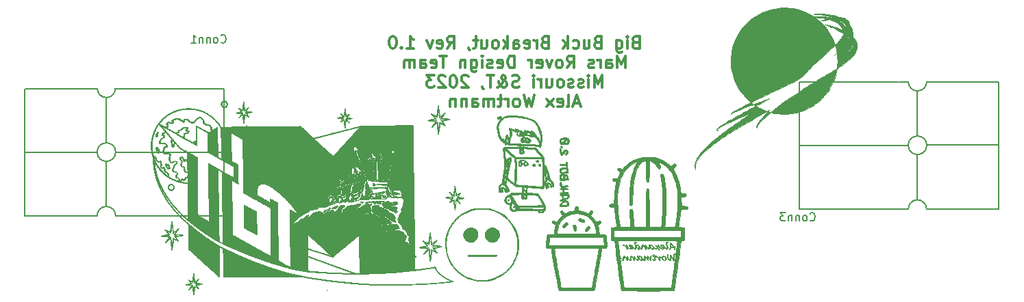
<source format=gbr>
%TF.GenerationSoftware,KiCad,Pcbnew,(6.0.7)*%
%TF.CreationDate,2023-03-20T21:12:15-05:00*%
%TF.ProjectId,2023,32303233-2e6b-4696-9361-645f70636258,rev?*%
%TF.SameCoordinates,Original*%
%TF.FileFunction,Legend,Bot*%
%TF.FilePolarity,Positive*%
%FSLAX46Y46*%
G04 Gerber Fmt 4.6, Leading zero omitted, Abs format (unit mm)*
G04 Created by KiCad (PCBNEW (6.0.7)) date 2023-03-20 21:12:15*
%MOMM*%
%LPD*%
G01*
G04 APERTURE LIST*
%ADD10C,0.300000*%
%ADD11C,0.150000*%
%ADD12C,0.010000*%
G04 APERTURE END LIST*
D10*
X162248571Y-70184357D02*
X162034285Y-70255785D01*
X161962857Y-70327214D01*
X161891428Y-70470071D01*
X161891428Y-70684357D01*
X161962857Y-70827214D01*
X162034285Y-70898642D01*
X162177142Y-70970071D01*
X162748571Y-70970071D01*
X162748571Y-69470071D01*
X162248571Y-69470071D01*
X162105714Y-69541500D01*
X162034285Y-69612928D01*
X161962857Y-69755785D01*
X161962857Y-69898642D01*
X162034285Y-70041500D01*
X162105714Y-70112928D01*
X162248571Y-70184357D01*
X162748571Y-70184357D01*
X161248571Y-70970071D02*
X161248571Y-69970071D01*
X161248571Y-69470071D02*
X161320000Y-69541500D01*
X161248571Y-69612928D01*
X161177142Y-69541500D01*
X161248571Y-69470071D01*
X161248571Y-69612928D01*
X159891428Y-69970071D02*
X159891428Y-71184357D01*
X159962857Y-71327214D01*
X160034285Y-71398642D01*
X160177142Y-71470071D01*
X160391428Y-71470071D01*
X160534285Y-71398642D01*
X159891428Y-70898642D02*
X160034285Y-70970071D01*
X160320000Y-70970071D01*
X160462857Y-70898642D01*
X160534285Y-70827214D01*
X160605714Y-70684357D01*
X160605714Y-70255785D01*
X160534285Y-70112928D01*
X160462857Y-70041500D01*
X160320000Y-69970071D01*
X160034285Y-69970071D01*
X159891428Y-70041500D01*
X157534285Y-70184357D02*
X157320000Y-70255785D01*
X157248571Y-70327214D01*
X157177142Y-70470071D01*
X157177142Y-70684357D01*
X157248571Y-70827214D01*
X157320000Y-70898642D01*
X157462857Y-70970071D01*
X158034285Y-70970071D01*
X158034285Y-69470071D01*
X157534285Y-69470071D01*
X157391428Y-69541500D01*
X157320000Y-69612928D01*
X157248571Y-69755785D01*
X157248571Y-69898642D01*
X157320000Y-70041500D01*
X157391428Y-70112928D01*
X157534285Y-70184357D01*
X158034285Y-70184357D01*
X155891428Y-69970071D02*
X155891428Y-70970071D01*
X156534285Y-69970071D02*
X156534285Y-70755785D01*
X156462857Y-70898642D01*
X156320000Y-70970071D01*
X156105714Y-70970071D01*
X155962857Y-70898642D01*
X155891428Y-70827214D01*
X154534285Y-70898642D02*
X154677142Y-70970071D01*
X154962857Y-70970071D01*
X155105714Y-70898642D01*
X155177142Y-70827214D01*
X155248571Y-70684357D01*
X155248571Y-70255785D01*
X155177142Y-70112928D01*
X155105714Y-70041500D01*
X154962857Y-69970071D01*
X154677142Y-69970071D01*
X154534285Y-70041500D01*
X153891428Y-70970071D02*
X153891428Y-69470071D01*
X153748571Y-70398642D02*
X153320000Y-70970071D01*
X153320000Y-69970071D02*
X153891428Y-70541500D01*
X151034285Y-70184357D02*
X150820000Y-70255785D01*
X150748571Y-70327214D01*
X150677142Y-70470071D01*
X150677142Y-70684357D01*
X150748571Y-70827214D01*
X150820000Y-70898642D01*
X150962857Y-70970071D01*
X151534285Y-70970071D01*
X151534285Y-69470071D01*
X151034285Y-69470071D01*
X150891428Y-69541500D01*
X150820000Y-69612928D01*
X150748571Y-69755785D01*
X150748571Y-69898642D01*
X150820000Y-70041500D01*
X150891428Y-70112928D01*
X151034285Y-70184357D01*
X151534285Y-70184357D01*
X150034285Y-70970071D02*
X150034285Y-69970071D01*
X150034285Y-70255785D02*
X149962857Y-70112928D01*
X149891428Y-70041500D01*
X149748571Y-69970071D01*
X149605714Y-69970071D01*
X148534285Y-70898642D02*
X148677142Y-70970071D01*
X148962857Y-70970071D01*
X149105714Y-70898642D01*
X149177142Y-70755785D01*
X149177142Y-70184357D01*
X149105714Y-70041500D01*
X148962857Y-69970071D01*
X148677142Y-69970071D01*
X148534285Y-70041500D01*
X148462857Y-70184357D01*
X148462857Y-70327214D01*
X149177142Y-70470071D01*
X147177142Y-70970071D02*
X147177142Y-70184357D01*
X147248571Y-70041500D01*
X147391428Y-69970071D01*
X147677142Y-69970071D01*
X147820000Y-70041500D01*
X147177142Y-70898642D02*
X147320000Y-70970071D01*
X147677142Y-70970071D01*
X147820000Y-70898642D01*
X147891428Y-70755785D01*
X147891428Y-70612928D01*
X147820000Y-70470071D01*
X147677142Y-70398642D01*
X147320000Y-70398642D01*
X147177142Y-70327214D01*
X146462857Y-70970071D02*
X146462857Y-69470071D01*
X146320000Y-70398642D02*
X145891428Y-70970071D01*
X145891428Y-69970071D02*
X146462857Y-70541500D01*
X145034285Y-70970071D02*
X145177142Y-70898642D01*
X145248571Y-70827214D01*
X145320000Y-70684357D01*
X145320000Y-70255785D01*
X145248571Y-70112928D01*
X145177142Y-70041500D01*
X145034285Y-69970071D01*
X144820000Y-69970071D01*
X144677142Y-70041500D01*
X144605714Y-70112928D01*
X144534285Y-70255785D01*
X144534285Y-70684357D01*
X144605714Y-70827214D01*
X144677142Y-70898642D01*
X144820000Y-70970071D01*
X145034285Y-70970071D01*
X143248571Y-69970071D02*
X143248571Y-70970071D01*
X143891428Y-69970071D02*
X143891428Y-70755785D01*
X143820000Y-70898642D01*
X143677142Y-70970071D01*
X143462857Y-70970071D01*
X143320000Y-70898642D01*
X143248571Y-70827214D01*
X142748571Y-69970071D02*
X142177142Y-69970071D01*
X142534285Y-69470071D02*
X142534285Y-70755785D01*
X142462857Y-70898642D01*
X142320000Y-70970071D01*
X142177142Y-70970071D01*
X141605714Y-70898642D02*
X141605714Y-70970071D01*
X141677142Y-71112928D01*
X141748571Y-71184357D01*
X138962857Y-70970071D02*
X139462857Y-70255785D01*
X139820000Y-70970071D02*
X139820000Y-69470071D01*
X139248571Y-69470071D01*
X139105714Y-69541500D01*
X139034285Y-69612928D01*
X138962857Y-69755785D01*
X138962857Y-69970071D01*
X139034285Y-70112928D01*
X139105714Y-70184357D01*
X139248571Y-70255785D01*
X139820000Y-70255785D01*
X137748571Y-70898642D02*
X137891428Y-70970071D01*
X138177142Y-70970071D01*
X138320000Y-70898642D01*
X138391428Y-70755785D01*
X138391428Y-70184357D01*
X138320000Y-70041500D01*
X138177142Y-69970071D01*
X137891428Y-69970071D01*
X137748571Y-70041500D01*
X137677142Y-70184357D01*
X137677142Y-70327214D01*
X138391428Y-70470071D01*
X137177142Y-69970071D02*
X136820000Y-70970071D01*
X136462857Y-69970071D01*
X133962857Y-70970071D02*
X134820000Y-70970071D01*
X134391428Y-70970071D02*
X134391428Y-69470071D01*
X134534285Y-69684357D01*
X134677142Y-69827214D01*
X134820000Y-69898642D01*
X133320000Y-70827214D02*
X133248571Y-70898642D01*
X133320000Y-70970071D01*
X133391428Y-70898642D01*
X133320000Y-70827214D01*
X133320000Y-70970071D01*
X132320000Y-69470071D02*
X132177142Y-69470071D01*
X132034285Y-69541500D01*
X131962857Y-69612928D01*
X131891428Y-69755785D01*
X131820000Y-70041500D01*
X131820000Y-70398642D01*
X131891428Y-70684357D01*
X131962857Y-70827214D01*
X132034285Y-70898642D01*
X132177142Y-70970071D01*
X132320000Y-70970071D01*
X132462857Y-70898642D01*
X132534285Y-70827214D01*
X132605714Y-70684357D01*
X132677142Y-70398642D01*
X132677142Y-70041500D01*
X132605714Y-69755785D01*
X132534285Y-69612928D01*
X132462857Y-69541500D01*
X132320000Y-69470071D01*
X160998571Y-73385071D02*
X160998571Y-71885071D01*
X160498571Y-72956500D01*
X159998571Y-71885071D01*
X159998571Y-73385071D01*
X158641428Y-73385071D02*
X158641428Y-72599357D01*
X158712857Y-72456500D01*
X158855714Y-72385071D01*
X159141428Y-72385071D01*
X159284285Y-72456500D01*
X158641428Y-73313642D02*
X158784285Y-73385071D01*
X159141428Y-73385071D01*
X159284285Y-73313642D01*
X159355714Y-73170785D01*
X159355714Y-73027928D01*
X159284285Y-72885071D01*
X159141428Y-72813642D01*
X158784285Y-72813642D01*
X158641428Y-72742214D01*
X157927142Y-73385071D02*
X157927142Y-72385071D01*
X157927142Y-72670785D02*
X157855714Y-72527928D01*
X157784285Y-72456500D01*
X157641428Y-72385071D01*
X157498571Y-72385071D01*
X157070000Y-73313642D02*
X156927142Y-73385071D01*
X156641428Y-73385071D01*
X156498571Y-73313642D01*
X156427142Y-73170785D01*
X156427142Y-73099357D01*
X156498571Y-72956500D01*
X156641428Y-72885071D01*
X156855714Y-72885071D01*
X156998571Y-72813642D01*
X157070000Y-72670785D01*
X157070000Y-72599357D01*
X156998571Y-72456500D01*
X156855714Y-72385071D01*
X156641428Y-72385071D01*
X156498571Y-72456500D01*
X153784285Y-73385071D02*
X154284285Y-72670785D01*
X154641428Y-73385071D02*
X154641428Y-71885071D01*
X154070000Y-71885071D01*
X153927142Y-71956500D01*
X153855714Y-72027928D01*
X153784285Y-72170785D01*
X153784285Y-72385071D01*
X153855714Y-72527928D01*
X153927142Y-72599357D01*
X154070000Y-72670785D01*
X154641428Y-72670785D01*
X152927142Y-73385071D02*
X153070000Y-73313642D01*
X153141428Y-73242214D01*
X153212857Y-73099357D01*
X153212857Y-72670785D01*
X153141428Y-72527928D01*
X153070000Y-72456500D01*
X152927142Y-72385071D01*
X152712857Y-72385071D01*
X152570000Y-72456500D01*
X152498571Y-72527928D01*
X152427142Y-72670785D01*
X152427142Y-73099357D01*
X152498571Y-73242214D01*
X152570000Y-73313642D01*
X152712857Y-73385071D01*
X152927142Y-73385071D01*
X151927142Y-72385071D02*
X151570000Y-73385071D01*
X151212857Y-72385071D01*
X150070000Y-73313642D02*
X150212857Y-73385071D01*
X150498571Y-73385071D01*
X150641428Y-73313642D01*
X150712857Y-73170785D01*
X150712857Y-72599357D01*
X150641428Y-72456500D01*
X150498571Y-72385071D01*
X150212857Y-72385071D01*
X150070000Y-72456500D01*
X149998571Y-72599357D01*
X149998571Y-72742214D01*
X150712857Y-72885071D01*
X149355714Y-73385071D02*
X149355714Y-72385071D01*
X149355714Y-72670785D02*
X149284285Y-72527928D01*
X149212857Y-72456500D01*
X149070000Y-72385071D01*
X148927142Y-72385071D01*
X147284285Y-73385071D02*
X147284285Y-71885071D01*
X146927142Y-71885071D01*
X146712857Y-71956500D01*
X146570000Y-72099357D01*
X146498571Y-72242214D01*
X146427142Y-72527928D01*
X146427142Y-72742214D01*
X146498571Y-73027928D01*
X146570000Y-73170785D01*
X146712857Y-73313642D01*
X146927142Y-73385071D01*
X147284285Y-73385071D01*
X145212857Y-73313642D02*
X145355714Y-73385071D01*
X145641428Y-73385071D01*
X145784285Y-73313642D01*
X145855714Y-73170785D01*
X145855714Y-72599357D01*
X145784285Y-72456500D01*
X145641428Y-72385071D01*
X145355714Y-72385071D01*
X145212857Y-72456500D01*
X145141428Y-72599357D01*
X145141428Y-72742214D01*
X145855714Y-72885071D01*
X144570000Y-73313642D02*
X144427142Y-73385071D01*
X144141428Y-73385071D01*
X143998571Y-73313642D01*
X143927142Y-73170785D01*
X143927142Y-73099357D01*
X143998571Y-72956500D01*
X144141428Y-72885071D01*
X144355714Y-72885071D01*
X144498571Y-72813642D01*
X144570000Y-72670785D01*
X144570000Y-72599357D01*
X144498571Y-72456500D01*
X144355714Y-72385071D01*
X144141428Y-72385071D01*
X143998571Y-72456500D01*
X143284285Y-73385071D02*
X143284285Y-72385071D01*
X143284285Y-71885071D02*
X143355714Y-71956500D01*
X143284285Y-72027928D01*
X143212857Y-71956500D01*
X143284285Y-71885071D01*
X143284285Y-72027928D01*
X141927142Y-72385071D02*
X141927142Y-73599357D01*
X141998571Y-73742214D01*
X142070000Y-73813642D01*
X142212857Y-73885071D01*
X142427142Y-73885071D01*
X142570000Y-73813642D01*
X141927142Y-73313642D02*
X142070000Y-73385071D01*
X142355714Y-73385071D01*
X142498571Y-73313642D01*
X142570000Y-73242214D01*
X142641428Y-73099357D01*
X142641428Y-72670785D01*
X142570000Y-72527928D01*
X142498571Y-72456500D01*
X142355714Y-72385071D01*
X142070000Y-72385071D01*
X141927142Y-72456500D01*
X141212857Y-72385071D02*
X141212857Y-73385071D01*
X141212857Y-72527928D02*
X141141428Y-72456500D01*
X140998571Y-72385071D01*
X140784285Y-72385071D01*
X140641428Y-72456500D01*
X140570000Y-72599357D01*
X140570000Y-73385071D01*
X138927142Y-71885071D02*
X138070000Y-71885071D01*
X138498571Y-73385071D02*
X138498571Y-71885071D01*
X136998571Y-73313642D02*
X137141428Y-73385071D01*
X137427142Y-73385071D01*
X137570000Y-73313642D01*
X137641428Y-73170785D01*
X137641428Y-72599357D01*
X137570000Y-72456500D01*
X137427142Y-72385071D01*
X137141428Y-72385071D01*
X136998571Y-72456500D01*
X136927142Y-72599357D01*
X136927142Y-72742214D01*
X137641428Y-72885071D01*
X135641428Y-73385071D02*
X135641428Y-72599357D01*
X135712857Y-72456500D01*
X135855714Y-72385071D01*
X136141428Y-72385071D01*
X136284285Y-72456500D01*
X135641428Y-73313642D02*
X135784285Y-73385071D01*
X136141428Y-73385071D01*
X136284285Y-73313642D01*
X136355714Y-73170785D01*
X136355714Y-73027928D01*
X136284285Y-72885071D01*
X136141428Y-72813642D01*
X135784285Y-72813642D01*
X135641428Y-72742214D01*
X134927142Y-73385071D02*
X134927142Y-72385071D01*
X134927142Y-72527928D02*
X134855714Y-72456500D01*
X134712857Y-72385071D01*
X134498571Y-72385071D01*
X134355714Y-72456500D01*
X134284285Y-72599357D01*
X134284285Y-73385071D01*
X134284285Y-72599357D02*
X134212857Y-72456500D01*
X134070000Y-72385071D01*
X133855714Y-72385071D01*
X133712857Y-72456500D01*
X133641428Y-72599357D01*
X133641428Y-73385071D01*
X158141428Y-75800071D02*
X158141428Y-74300071D01*
X157641428Y-75371500D01*
X157141428Y-74300071D01*
X157141428Y-75800071D01*
X156427142Y-75800071D02*
X156427142Y-74800071D01*
X156427142Y-74300071D02*
X156498571Y-74371500D01*
X156427142Y-74442928D01*
X156355714Y-74371500D01*
X156427142Y-74300071D01*
X156427142Y-74442928D01*
X155784285Y-75728642D02*
X155641428Y-75800071D01*
X155355714Y-75800071D01*
X155212857Y-75728642D01*
X155141428Y-75585785D01*
X155141428Y-75514357D01*
X155212857Y-75371500D01*
X155355714Y-75300071D01*
X155570000Y-75300071D01*
X155712857Y-75228642D01*
X155784285Y-75085785D01*
X155784285Y-75014357D01*
X155712857Y-74871500D01*
X155570000Y-74800071D01*
X155355714Y-74800071D01*
X155212857Y-74871500D01*
X154570000Y-75728642D02*
X154427142Y-75800071D01*
X154141428Y-75800071D01*
X153998571Y-75728642D01*
X153927142Y-75585785D01*
X153927142Y-75514357D01*
X153998571Y-75371500D01*
X154141428Y-75300071D01*
X154355714Y-75300071D01*
X154498571Y-75228642D01*
X154570000Y-75085785D01*
X154570000Y-75014357D01*
X154498571Y-74871500D01*
X154355714Y-74800071D01*
X154141428Y-74800071D01*
X153998571Y-74871500D01*
X153070000Y-75800071D02*
X153212857Y-75728642D01*
X153284285Y-75657214D01*
X153355714Y-75514357D01*
X153355714Y-75085785D01*
X153284285Y-74942928D01*
X153212857Y-74871500D01*
X153070000Y-74800071D01*
X152855714Y-74800071D01*
X152712857Y-74871500D01*
X152641428Y-74942928D01*
X152570000Y-75085785D01*
X152570000Y-75514357D01*
X152641428Y-75657214D01*
X152712857Y-75728642D01*
X152855714Y-75800071D01*
X153070000Y-75800071D01*
X151284285Y-74800071D02*
X151284285Y-75800071D01*
X151927142Y-74800071D02*
X151927142Y-75585785D01*
X151855714Y-75728642D01*
X151712857Y-75800071D01*
X151498571Y-75800071D01*
X151355714Y-75728642D01*
X151284285Y-75657214D01*
X150570000Y-75800071D02*
X150570000Y-74800071D01*
X150570000Y-75085785D02*
X150498571Y-74942928D01*
X150427142Y-74871500D01*
X150284285Y-74800071D01*
X150141428Y-74800071D01*
X149641428Y-75800071D02*
X149641428Y-74800071D01*
X149641428Y-74300071D02*
X149712857Y-74371500D01*
X149641428Y-74442928D01*
X149570000Y-74371500D01*
X149641428Y-74300071D01*
X149641428Y-74442928D01*
X147855714Y-75728642D02*
X147641428Y-75800071D01*
X147284285Y-75800071D01*
X147141428Y-75728642D01*
X147070000Y-75657214D01*
X146998571Y-75514357D01*
X146998571Y-75371500D01*
X147070000Y-75228642D01*
X147141428Y-75157214D01*
X147284285Y-75085785D01*
X147570000Y-75014357D01*
X147712857Y-74942928D01*
X147784285Y-74871500D01*
X147855714Y-74728642D01*
X147855714Y-74585785D01*
X147784285Y-74442928D01*
X147712857Y-74371500D01*
X147570000Y-74300071D01*
X147212857Y-74300071D01*
X146998571Y-74371500D01*
X145141428Y-75800071D02*
X145212857Y-75800071D01*
X145355714Y-75728642D01*
X145570000Y-75514357D01*
X145927142Y-75085785D01*
X146070000Y-74871500D01*
X146141428Y-74657214D01*
X146141428Y-74514357D01*
X146070000Y-74371500D01*
X145927142Y-74300071D01*
X145855714Y-74300071D01*
X145712857Y-74371500D01*
X145641428Y-74514357D01*
X145641428Y-74585785D01*
X145712857Y-74728642D01*
X145784285Y-74800071D01*
X146212857Y-75085785D01*
X146284285Y-75157214D01*
X146355714Y-75300071D01*
X146355714Y-75514357D01*
X146284285Y-75657214D01*
X146212857Y-75728642D01*
X146070000Y-75800071D01*
X145855714Y-75800071D01*
X145712857Y-75728642D01*
X145641428Y-75657214D01*
X145427142Y-75371500D01*
X145355714Y-75157214D01*
X145355714Y-75014357D01*
X144712857Y-74300071D02*
X143855714Y-74300071D01*
X144284285Y-75800071D02*
X144284285Y-74300071D01*
X143284285Y-75728642D02*
X143284285Y-75800071D01*
X143355714Y-75942928D01*
X143427142Y-76014357D01*
X141570000Y-74442928D02*
X141498571Y-74371500D01*
X141355714Y-74300071D01*
X140998571Y-74300071D01*
X140855714Y-74371500D01*
X140784285Y-74442928D01*
X140712857Y-74585785D01*
X140712857Y-74728642D01*
X140784285Y-74942928D01*
X141641428Y-75800071D01*
X140712857Y-75800071D01*
X139784285Y-74300071D02*
X139641428Y-74300071D01*
X139498571Y-74371500D01*
X139427142Y-74442928D01*
X139355714Y-74585785D01*
X139284285Y-74871500D01*
X139284285Y-75228642D01*
X139355714Y-75514357D01*
X139427142Y-75657214D01*
X139498571Y-75728642D01*
X139641428Y-75800071D01*
X139784285Y-75800071D01*
X139927142Y-75728642D01*
X139998571Y-75657214D01*
X140070000Y-75514357D01*
X140141428Y-75228642D01*
X140141428Y-74871500D01*
X140070000Y-74585785D01*
X139998571Y-74442928D01*
X139927142Y-74371500D01*
X139784285Y-74300071D01*
X138712857Y-74442928D02*
X138641428Y-74371500D01*
X138498571Y-74300071D01*
X138141428Y-74300071D01*
X137998571Y-74371500D01*
X137927142Y-74442928D01*
X137855714Y-74585785D01*
X137855714Y-74728642D01*
X137927142Y-74942928D01*
X138784285Y-75800071D01*
X137855714Y-75800071D01*
X137355714Y-74300071D02*
X136427142Y-74300071D01*
X136927142Y-74871500D01*
X136712857Y-74871500D01*
X136570000Y-74942928D01*
X136498571Y-75014357D01*
X136427142Y-75157214D01*
X136427142Y-75514357D01*
X136498571Y-75657214D01*
X136570000Y-75728642D01*
X136712857Y-75800071D01*
X137141428Y-75800071D01*
X137284285Y-75728642D01*
X137355714Y-75657214D01*
X155355714Y-77786500D02*
X154641428Y-77786500D01*
X155498571Y-78215071D02*
X154998571Y-76715071D01*
X154498571Y-78215071D01*
X153784285Y-78215071D02*
X153927142Y-78143642D01*
X153998571Y-78000785D01*
X153998571Y-76715071D01*
X152641428Y-78143642D02*
X152784285Y-78215071D01*
X153070000Y-78215071D01*
X153212857Y-78143642D01*
X153284285Y-78000785D01*
X153284285Y-77429357D01*
X153212857Y-77286500D01*
X153070000Y-77215071D01*
X152784285Y-77215071D01*
X152641428Y-77286500D01*
X152570000Y-77429357D01*
X152570000Y-77572214D01*
X153284285Y-77715071D01*
X152070000Y-78215071D02*
X151284285Y-77215071D01*
X152070000Y-77215071D02*
X151284285Y-78215071D01*
X149712857Y-76715071D02*
X149355714Y-78215071D01*
X149070000Y-77143642D01*
X148784285Y-78215071D01*
X148427142Y-76715071D01*
X147641428Y-78215071D02*
X147784285Y-78143642D01*
X147855714Y-78072214D01*
X147927142Y-77929357D01*
X147927142Y-77500785D01*
X147855714Y-77357928D01*
X147784285Y-77286500D01*
X147641428Y-77215071D01*
X147427142Y-77215071D01*
X147284285Y-77286500D01*
X147212857Y-77357928D01*
X147141428Y-77500785D01*
X147141428Y-77929357D01*
X147212857Y-78072214D01*
X147284285Y-78143642D01*
X147427142Y-78215071D01*
X147641428Y-78215071D01*
X146498571Y-78215071D02*
X146498571Y-77215071D01*
X146498571Y-77500785D02*
X146427142Y-77357928D01*
X146355714Y-77286500D01*
X146212857Y-77215071D01*
X146070000Y-77215071D01*
X145784285Y-77215071D02*
X145212857Y-77215071D01*
X145570000Y-76715071D02*
X145570000Y-78000785D01*
X145498571Y-78143642D01*
X145355714Y-78215071D01*
X145212857Y-78215071D01*
X144712857Y-78215071D02*
X144712857Y-77215071D01*
X144712857Y-77357928D02*
X144641428Y-77286500D01*
X144498571Y-77215071D01*
X144284285Y-77215071D01*
X144141428Y-77286500D01*
X144070000Y-77429357D01*
X144070000Y-78215071D01*
X144070000Y-77429357D02*
X143998571Y-77286500D01*
X143855714Y-77215071D01*
X143641428Y-77215071D01*
X143498571Y-77286500D01*
X143427142Y-77429357D01*
X143427142Y-78215071D01*
X142070000Y-78215071D02*
X142070000Y-77429357D01*
X142141428Y-77286500D01*
X142284285Y-77215071D01*
X142570000Y-77215071D01*
X142712857Y-77286500D01*
X142070000Y-78143642D02*
X142212857Y-78215071D01*
X142570000Y-78215071D01*
X142712857Y-78143642D01*
X142784285Y-78000785D01*
X142784285Y-77857928D01*
X142712857Y-77715071D01*
X142570000Y-77643642D01*
X142212857Y-77643642D01*
X142070000Y-77572214D01*
X141355714Y-77215071D02*
X141355714Y-78215071D01*
X141355714Y-77357928D02*
X141284285Y-77286500D01*
X141141428Y-77215071D01*
X140927142Y-77215071D01*
X140784285Y-77286500D01*
X140712857Y-77429357D01*
X140712857Y-78215071D01*
X139998571Y-77215071D02*
X139998571Y-78215071D01*
X139998571Y-77357928D02*
X139927142Y-77286500D01*
X139784285Y-77215071D01*
X139570000Y-77215071D01*
X139427142Y-77286500D01*
X139355714Y-77429357D01*
X139355714Y-78215071D01*
D11*
%TO.C,Conn3*%
X183825158Y-92243142D02*
X183872777Y-92290761D01*
X184015634Y-92338380D01*
X184110872Y-92338380D01*
X184253729Y-92290761D01*
X184348968Y-92195523D01*
X184396587Y-92100285D01*
X184444206Y-91909809D01*
X184444206Y-91766952D01*
X184396587Y-91576476D01*
X184348968Y-91481238D01*
X184253729Y-91386000D01*
X184110872Y-91338380D01*
X184015634Y-91338380D01*
X183872777Y-91386000D01*
X183825158Y-91433619D01*
X183253729Y-92338380D02*
X183348968Y-92290761D01*
X183396587Y-92243142D01*
X183444206Y-92147904D01*
X183444206Y-91862190D01*
X183396587Y-91766952D01*
X183348968Y-91719333D01*
X183253729Y-91671714D01*
X183110872Y-91671714D01*
X183015634Y-91719333D01*
X182968015Y-91766952D01*
X182920396Y-91862190D01*
X182920396Y-92147904D01*
X182968015Y-92243142D01*
X183015634Y-92290761D01*
X183110872Y-92338380D01*
X183253729Y-92338380D01*
X182491825Y-91671714D02*
X182491825Y-92338380D01*
X182491825Y-91766952D02*
X182444206Y-91719333D01*
X182348968Y-91671714D01*
X182206110Y-91671714D01*
X182110872Y-91719333D01*
X182063253Y-91814571D01*
X182063253Y-92338380D01*
X181587063Y-91671714D02*
X181587063Y-92338380D01*
X181587063Y-91766952D02*
X181539444Y-91719333D01*
X181444206Y-91671714D01*
X181301349Y-91671714D01*
X181206110Y-91719333D01*
X181158491Y-91814571D01*
X181158491Y-92338380D01*
X180777539Y-91338380D02*
X180158491Y-91338380D01*
X180491825Y-91719333D01*
X180348968Y-91719333D01*
X180253729Y-91766952D01*
X180206110Y-91814571D01*
X180158491Y-91909809D01*
X180158491Y-92147904D01*
X180206110Y-92243142D01*
X180253729Y-92290761D01*
X180348968Y-92338380D01*
X180634682Y-92338380D01*
X180729920Y-92290761D01*
X180777539Y-92243142D01*
%TO.C,Conn1*%
X110995609Y-70184142D02*
X111043228Y-70231761D01*
X111186085Y-70279380D01*
X111281323Y-70279380D01*
X111424180Y-70231761D01*
X111519419Y-70136523D01*
X111567038Y-70041285D01*
X111614657Y-69850809D01*
X111614657Y-69707952D01*
X111567038Y-69517476D01*
X111519419Y-69422238D01*
X111424180Y-69327000D01*
X111281323Y-69279380D01*
X111186085Y-69279380D01*
X111043228Y-69327000D01*
X110995609Y-69374619D01*
X110424180Y-70279380D02*
X110519419Y-70231761D01*
X110567038Y-70184142D01*
X110614657Y-70088904D01*
X110614657Y-69803190D01*
X110567038Y-69707952D01*
X110519419Y-69660333D01*
X110424180Y-69612714D01*
X110281323Y-69612714D01*
X110186085Y-69660333D01*
X110138466Y-69707952D01*
X110090847Y-69803190D01*
X110090847Y-70088904D01*
X110138466Y-70184142D01*
X110186085Y-70231761D01*
X110281323Y-70279380D01*
X110424180Y-70279380D01*
X109662276Y-69612714D02*
X109662276Y-70279380D01*
X109662276Y-69707952D02*
X109614657Y-69660333D01*
X109519419Y-69612714D01*
X109376561Y-69612714D01*
X109281323Y-69660333D01*
X109233704Y-69755571D01*
X109233704Y-70279380D01*
X108757514Y-69612714D02*
X108757514Y-70279380D01*
X108757514Y-69707952D02*
X108709895Y-69660333D01*
X108614657Y-69612714D01*
X108471800Y-69612714D01*
X108376561Y-69660333D01*
X108328942Y-69755571D01*
X108328942Y-70279380D01*
X107328942Y-70279380D02*
X107900371Y-70279380D01*
X107614657Y-70279380D02*
X107614657Y-69279380D01*
X107709895Y-69422238D01*
X107805133Y-69517476D01*
X107900371Y-69565095D01*
%TO.C,G\u002A\u002A\u002A*%
G36*
X187226067Y-67020470D02*
G01*
X187234236Y-67023426D01*
X187331630Y-67053752D01*
X187433851Y-67078526D01*
X187520057Y-67092632D01*
X187535891Y-67094263D01*
X187773610Y-67134629D01*
X187987931Y-67201680D01*
X188176581Y-67294073D01*
X188337286Y-67410468D01*
X188467529Y-67549261D01*
X188467773Y-67549521D01*
X188565769Y-67709891D01*
X188571247Y-67721551D01*
X188606128Y-67801493D01*
X188634140Y-67874859D01*
X188649648Y-67927058D01*
X188662141Y-67966635D01*
X188693361Y-68034491D01*
X188733527Y-68103524D01*
X188771030Y-68163210D01*
X188889794Y-68392231D01*
X188986775Y-68645016D01*
X189041729Y-68847496D01*
X189059325Y-68912328D01*
X189104796Y-69184930D01*
X189120542Y-69453589D01*
X189121373Y-69491813D01*
X189129942Y-69545595D01*
X189153432Y-69592899D01*
X189198686Y-69651012D01*
X189259139Y-69726301D01*
X189401947Y-69943800D01*
X189506122Y-70171488D01*
X189571514Y-70409057D01*
X189587757Y-70537198D01*
X189591585Y-70711119D01*
X189578605Y-70889019D01*
X189549416Y-71053422D01*
X189517996Y-71156202D01*
X189466296Y-71287727D01*
X189402152Y-71427100D01*
X189331470Y-71561567D01*
X189260152Y-71678372D01*
X189165649Y-71810902D01*
X189022962Y-71986510D01*
X188858275Y-72163873D01*
X188669079Y-72345250D01*
X188452862Y-72532898D01*
X188207115Y-72729073D01*
X187929328Y-72936034D01*
X187616990Y-73156037D01*
X187531293Y-73215005D01*
X187422800Y-73289742D01*
X187327504Y-73355481D01*
X187250366Y-73408797D01*
X187196349Y-73446261D01*
X187170416Y-73464447D01*
X187147486Y-73497244D01*
X187125362Y-73565241D01*
X187103912Y-73670626D01*
X187095467Y-73718672D01*
X186995282Y-74171364D01*
X186858636Y-74624896D01*
X186688039Y-75072599D01*
X186486005Y-75507805D01*
X186255046Y-75923845D01*
X186179448Y-76045747D01*
X185890537Y-76463659D01*
X185571726Y-76856203D01*
X185224941Y-77221967D01*
X184852108Y-77559539D01*
X184455154Y-77867507D01*
X184036005Y-78144459D01*
X183596586Y-78388984D01*
X183138823Y-78599670D01*
X182664644Y-78775104D01*
X182175974Y-78913875D01*
X181891150Y-78977336D01*
X181616661Y-79026053D01*
X181344867Y-79060404D01*
X181065401Y-79081428D01*
X180767895Y-79090164D01*
X180441984Y-79087652D01*
X180412971Y-79086967D01*
X180177466Y-79078860D01*
X179969305Y-79066088D01*
X179777155Y-79047339D01*
X179589681Y-79021303D01*
X179395550Y-78986670D01*
X179183429Y-78942129D01*
X178939212Y-78887907D01*
X178883039Y-78932092D01*
X178866530Y-78945801D01*
X178818532Y-78987591D01*
X178748347Y-79049898D01*
X178660507Y-79128610D01*
X178559542Y-79219612D01*
X178449985Y-79318792D01*
X178336369Y-79422035D01*
X178223224Y-79525228D01*
X178115082Y-79624258D01*
X178016476Y-79715012D01*
X177931938Y-79793375D01*
X177865999Y-79855235D01*
X177790355Y-79929719D01*
X177694707Y-80029678D01*
X177595348Y-80138467D01*
X177498736Y-80248696D01*
X177411331Y-80352976D01*
X177339593Y-80443919D01*
X177289981Y-80514136D01*
X177287497Y-80518084D01*
X177245078Y-80606762D01*
X177231822Y-80696137D01*
X177231382Y-80729583D01*
X177228250Y-80764759D01*
X177219095Y-80768743D01*
X177200350Y-80747342D01*
X177194970Y-80739538D01*
X177178069Y-80674704D01*
X177191026Y-80584235D01*
X177233596Y-80468826D01*
X177305532Y-80329173D01*
X177406588Y-80165969D01*
X177412641Y-80156844D01*
X177498162Y-80033710D01*
X177597680Y-79900748D01*
X177713687Y-79754970D01*
X177848674Y-79593391D01*
X178005130Y-79413024D01*
X178185548Y-79210882D01*
X178392417Y-78983980D01*
X178404240Y-78971117D01*
X178473968Y-78894609D01*
X178520025Y-78841551D01*
X178545635Y-78806790D01*
X178554017Y-78785173D01*
X178548396Y-78771547D01*
X178531994Y-78760757D01*
X178512436Y-78749248D01*
X178505523Y-78736037D01*
X178525491Y-78719259D01*
X178576915Y-78691901D01*
X178603222Y-78678297D01*
X178667229Y-78643816D01*
X178715964Y-78615788D01*
X178717787Y-78614683D01*
X178732625Y-78610484D01*
X178718811Y-78632142D01*
X178677120Y-78678407D01*
X178634839Y-78725056D01*
X178605048Y-78762672D01*
X178596930Y-78780176D01*
X178602006Y-78783102D01*
X178637308Y-78796277D01*
X178695138Y-78814735D01*
X178763712Y-78835052D01*
X178831247Y-78853804D01*
X178885958Y-78867566D01*
X178916063Y-78872914D01*
X178924336Y-78869761D01*
X178960716Y-78846066D01*
X179018515Y-78802960D01*
X179091771Y-78744974D01*
X179174517Y-78676636D01*
X179191013Y-78662760D01*
X179291400Y-78578829D01*
X179395251Y-78492735D01*
X179491224Y-78413849D01*
X179567977Y-78351544D01*
X179600057Y-78325655D01*
X179676553Y-78263460D01*
X179773412Y-78184315D01*
X179883944Y-78093697D01*
X180001462Y-77997085D01*
X180119279Y-77899957D01*
X180204972Y-77829581D01*
X180327791Y-77730891D01*
X180434058Y-77649349D01*
X180532144Y-77579047D01*
X180630420Y-77514078D01*
X180737258Y-77448532D01*
X180861031Y-77376503D01*
X181069105Y-77256466D01*
X181503860Y-76998144D01*
X181914427Y-76742903D01*
X182310454Y-76484519D01*
X182701587Y-76216767D01*
X183097473Y-75933422D01*
X183281700Y-75801105D01*
X183450514Y-75685307D01*
X183610793Y-75581947D01*
X183773471Y-75483975D01*
X183949485Y-75384346D01*
X183964158Y-75376227D01*
X184107162Y-75295078D01*
X184259431Y-75205574D01*
X184409784Y-75114479D01*
X184547036Y-75028557D01*
X184660005Y-74954572D01*
X184735083Y-74905122D01*
X184858399Y-74827345D01*
X185001549Y-74739949D01*
X185155722Y-74648224D01*
X185312109Y-74557462D01*
X185461899Y-74472954D01*
X185557349Y-74419699D01*
X185730689Y-74321540D01*
X185908130Y-74219411D01*
X186086130Y-74115473D01*
X186261147Y-74011890D01*
X186429640Y-73910822D01*
X186588066Y-73814433D01*
X186732885Y-73724882D01*
X186860553Y-73644333D01*
X186967531Y-73574948D01*
X187050275Y-73518888D01*
X187105244Y-73478315D01*
X187128897Y-73455392D01*
X187141943Y-73419542D01*
X187158733Y-73336803D01*
X187172611Y-73223262D01*
X187183540Y-73084392D01*
X187191477Y-72925667D01*
X187196383Y-72752560D01*
X187198218Y-72570545D01*
X187196942Y-72385096D01*
X187192515Y-72201684D01*
X187184897Y-72025785D01*
X187174047Y-71862871D01*
X187159926Y-71718416D01*
X187142494Y-71597893D01*
X187139402Y-71580614D01*
X188483667Y-71580614D01*
X188493608Y-71576380D01*
X188525955Y-71548110D01*
X188576744Y-71499412D01*
X188642013Y-71433893D01*
X188684788Y-71389496D01*
X188795888Y-71264264D01*
X188883152Y-71146417D01*
X188954008Y-71025144D01*
X189015881Y-70889632D01*
X189044855Y-70806794D01*
X189064279Y-70710299D01*
X189072723Y-70593356D01*
X189073388Y-70567857D01*
X189073793Y-70486650D01*
X189071649Y-70420883D01*
X189067275Y-70382859D01*
X189059137Y-70356802D01*
X189041729Y-70329048D01*
X189025821Y-70341065D01*
X189012647Y-70392633D01*
X189001591Y-70446966D01*
X188973923Y-70550201D01*
X188936021Y-70671241D01*
X188891635Y-70798942D01*
X188844511Y-70922157D01*
X188798399Y-71029741D01*
X188795013Y-71037035D01*
X188717580Y-71189431D01*
X188614954Y-71368469D01*
X188486261Y-71575677D01*
X188483667Y-71580614D01*
X187139402Y-71580614D01*
X187130325Y-71529896D01*
X186831885Y-71846316D01*
X186957314Y-71689960D01*
X186992805Y-71646128D01*
X187042821Y-71585878D01*
X187080377Y-71542539D01*
X187099274Y-71523386D01*
X187104538Y-71518546D01*
X187113226Y-71488634D01*
X187142365Y-71488634D01*
X187152239Y-71482772D01*
X187182310Y-71451401D01*
X187226869Y-71398875D01*
X187280497Y-71331362D01*
X187321849Y-71277594D01*
X187401841Y-71171571D01*
X187456612Y-71095530D01*
X187485984Y-71049723D01*
X187489781Y-71034398D01*
X187488787Y-71034699D01*
X187469659Y-71053379D01*
X187433350Y-71096132D01*
X187385149Y-71156045D01*
X187330344Y-71226202D01*
X187274224Y-71299688D01*
X187222078Y-71369589D01*
X187179193Y-71428990D01*
X187150860Y-71470977D01*
X187142365Y-71488634D01*
X187113226Y-71488634D01*
X187114031Y-71485862D01*
X187112502Y-71424316D01*
X187099716Y-71330747D01*
X187075439Y-71201996D01*
X187068986Y-71171561D01*
X187051077Y-71092785D01*
X187029937Y-71004327D01*
X187496706Y-71004327D01*
X187506730Y-71014351D01*
X187516753Y-71004327D01*
X187506730Y-70994304D01*
X187496706Y-71004327D01*
X187029937Y-71004327D01*
X187028494Y-70998287D01*
X187003229Y-70895886D01*
X186977276Y-70793401D01*
X186952626Y-70698650D01*
X186931274Y-70619450D01*
X186915212Y-70563621D01*
X186906433Y-70538980D01*
X186896413Y-70547157D01*
X186861264Y-70579726D01*
X186804543Y-70633647D01*
X186730109Y-70705222D01*
X186641821Y-70790757D01*
X186543540Y-70886552D01*
X186514519Y-70914876D01*
X186335465Y-71087973D01*
X186141353Y-71273125D01*
X185936552Y-71466322D01*
X185725433Y-71663551D01*
X185512364Y-71860800D01*
X185301716Y-72054057D01*
X185097856Y-72239311D01*
X184905156Y-72412550D01*
X184727984Y-72569761D01*
X184570710Y-72706934D01*
X184437703Y-72820055D01*
X184390453Y-72861649D01*
X184313656Y-72933105D01*
X184216220Y-73026461D01*
X184101953Y-73137971D01*
X183974661Y-73263892D01*
X183838150Y-73400479D01*
X183696227Y-73543988D01*
X183552697Y-73690673D01*
X183473667Y-73771997D01*
X183304987Y-73946136D01*
X183160020Y-74095944D01*
X183035325Y-74224070D01*
X182927461Y-74333160D01*
X182832984Y-74425863D01*
X182748454Y-74504826D01*
X182670429Y-74572696D01*
X182595466Y-74632122D01*
X182520124Y-74685750D01*
X182440960Y-74736228D01*
X182354534Y-74786204D01*
X182257404Y-74838326D01*
X182146126Y-74895241D01*
X182017261Y-74959596D01*
X181867365Y-75034040D01*
X181692997Y-75121219D01*
X181564917Y-75185543D01*
X181339013Y-75298545D01*
X181104275Y-75415385D01*
X180858216Y-75537278D01*
X180598347Y-75665443D01*
X180322179Y-75801096D01*
X180027225Y-75945455D01*
X179710995Y-76099736D01*
X179371002Y-76265157D01*
X179004756Y-76442935D01*
X178609769Y-76634286D01*
X178183554Y-76840428D01*
X177723620Y-77062578D01*
X177643723Y-77101164D01*
X177443841Y-77197855D01*
X177255729Y-77289075D01*
X177082431Y-77373335D01*
X176926994Y-77449146D01*
X176792461Y-77515017D01*
X176681877Y-77569460D01*
X176598287Y-77610984D01*
X176544736Y-77638100D01*
X176524269Y-77649319D01*
X176525335Y-77657408D01*
X176549788Y-77685845D01*
X176597314Y-77727827D01*
X176661688Y-77777544D01*
X176815663Y-77889990D01*
X176758434Y-77911631D01*
X176727596Y-77923313D01*
X176573893Y-77982027D01*
X176396441Y-78050455D01*
X176202041Y-78125926D01*
X175997491Y-78205768D01*
X175789592Y-78287310D01*
X175585142Y-78367880D01*
X175390941Y-78444806D01*
X175213788Y-78515417D01*
X175060483Y-78577041D01*
X174937824Y-78627006D01*
X174795770Y-78685755D01*
X174638788Y-78751745D01*
X174510823Y-78807212D01*
X174407130Y-78854408D01*
X174322959Y-78895587D01*
X174253563Y-78933000D01*
X174194196Y-78968901D01*
X174140109Y-79005543D01*
X174112375Y-79025131D01*
X174060974Y-79059272D01*
X174036811Y-79069770D01*
X174036666Y-79057284D01*
X174057320Y-79022472D01*
X174073859Y-79002340D01*
X174132354Y-78951186D01*
X174224055Y-78884935D01*
X174346887Y-78804787D01*
X174498774Y-78711941D01*
X174677643Y-78607594D01*
X174881419Y-78492946D01*
X175108027Y-78369196D01*
X175355393Y-78237542D01*
X175621442Y-78099183D01*
X175904100Y-77955318D01*
X175995958Y-77908919D01*
X176129465Y-77840997D01*
X176248075Y-77780069D01*
X176347596Y-77728322D01*
X176423833Y-77687941D01*
X176472592Y-77661114D01*
X176489681Y-77650026D01*
X176476157Y-77634840D01*
X176438745Y-77602226D01*
X176385909Y-77559813D01*
X176336996Y-77519448D01*
X176250261Y-77441614D01*
X176147326Y-77344148D01*
X176034192Y-77233133D01*
X175916860Y-77114654D01*
X175801332Y-76994793D01*
X175693609Y-76879633D01*
X175599693Y-76775259D01*
X175525585Y-76687753D01*
X175348639Y-76459632D01*
X175053368Y-76030881D01*
X174795634Y-75588129D01*
X174575261Y-75130949D01*
X174392072Y-74658912D01*
X174245891Y-74171592D01*
X174136541Y-73668562D01*
X174063846Y-73149394D01*
X174056790Y-73067807D01*
X174047912Y-72902849D01*
X174042965Y-72714503D01*
X174041868Y-72513175D01*
X174044540Y-72309272D01*
X174050902Y-72113200D01*
X174060873Y-71935365D01*
X174074372Y-71786174D01*
X174126438Y-71422356D01*
X174232478Y-70917550D01*
X174375844Y-70425878D01*
X174555872Y-69948860D01*
X174771899Y-69488016D01*
X175023264Y-69044869D01*
X175309304Y-68620938D01*
X175629355Y-68217745D01*
X175678916Y-68161388D01*
X175798901Y-68032341D01*
X175936621Y-67891829D01*
X176083369Y-67748284D01*
X176230438Y-67610137D01*
X176369120Y-67485818D01*
X176490708Y-67383759D01*
X176637503Y-67269482D01*
X176837247Y-67129843D01*
X184429461Y-67129843D01*
X184435043Y-67136798D01*
X184466130Y-67163985D01*
X184518388Y-67205736D01*
X184584828Y-67256359D01*
X184817895Y-67439407D01*
X185186152Y-67768578D01*
X185530059Y-68127476D01*
X185847616Y-68513395D01*
X186136823Y-68923627D01*
X186395678Y-69355464D01*
X186622180Y-69806200D01*
X186814330Y-70273126D01*
X186815988Y-70277636D01*
X186848742Y-70365883D01*
X186876371Y-70438871D01*
X186896011Y-70489128D01*
X186904799Y-70509182D01*
X186909996Y-70506889D01*
X186937480Y-70481528D01*
X186984591Y-70432485D01*
X187009102Y-70405838D01*
X188346521Y-70405838D01*
X188346604Y-70427521D01*
X188346619Y-70427537D01*
X188356443Y-70414463D01*
X188373911Y-70369786D01*
X188396877Y-70300762D01*
X188423195Y-70214647D01*
X188450720Y-70118696D01*
X188477304Y-70020165D01*
X188500803Y-69926309D01*
X188519070Y-69844386D01*
X188521069Y-69834538D01*
X188541204Y-69732710D01*
X188552835Y-69661736D01*
X188555725Y-69613865D01*
X188549643Y-69581343D01*
X188534352Y-69556418D01*
X188509621Y-69531338D01*
X188504913Y-69526916D01*
X188483423Y-69508177D01*
X188467529Y-69501527D01*
X188455754Y-69511612D01*
X188446619Y-69543076D01*
X188438648Y-69600566D01*
X188430362Y-69688727D01*
X188420285Y-69812203D01*
X188409733Y-69928348D01*
X188396382Y-70051664D01*
X188382192Y-70164412D01*
X188368886Y-70251871D01*
X188363648Y-70282468D01*
X188352607Y-70354302D01*
X188346521Y-70405838D01*
X187009102Y-70405838D01*
X187047265Y-70364350D01*
X187121435Y-70281714D01*
X187203038Y-70189167D01*
X187288008Y-70091300D01*
X187372280Y-69992702D01*
X187451790Y-69897964D01*
X187489781Y-69851585D01*
X187506730Y-69830894D01*
X187522472Y-69811677D01*
X187546188Y-69782041D01*
X187628988Y-69675782D01*
X187711341Y-69566398D01*
X187784836Y-69465195D01*
X187841062Y-69383477D01*
X187876151Y-69327801D01*
X187918295Y-69253729D01*
X187947117Y-69193861D01*
X187957795Y-69157527D01*
X187956900Y-69146844D01*
X187947974Y-69124206D01*
X187926377Y-69098642D01*
X187888322Y-69067500D01*
X187830020Y-69028131D01*
X187747685Y-68977883D01*
X187637527Y-68914104D01*
X187495761Y-68834145D01*
X187479868Y-68825256D01*
X187330660Y-68742983D01*
X187192868Y-68669695D01*
X187059490Y-68602124D01*
X186923521Y-68536999D01*
X186777959Y-68471050D01*
X186615799Y-68401009D01*
X186430039Y-68323604D01*
X186213675Y-68235566D01*
X186110274Y-68193575D01*
X185975766Y-68138102D01*
X185858692Y-68088814D01*
X185763018Y-68047436D01*
X185692710Y-68015690D01*
X185651733Y-67995301D01*
X185644052Y-67987992D01*
X185655479Y-67988817D01*
X185707049Y-67997904D01*
X185788186Y-68015709D01*
X185892589Y-68040609D01*
X186013956Y-68070983D01*
X186145986Y-68105208D01*
X186282378Y-68141663D01*
X186416832Y-68178724D01*
X186543045Y-68214770D01*
X186654717Y-68248179D01*
X186715645Y-68267500D01*
X186871005Y-68320068D01*
X187045537Y-68382677D01*
X187227739Y-68450968D01*
X187406110Y-68520583D01*
X187569149Y-68587164D01*
X187705355Y-68646351D01*
X187718908Y-68652450D01*
X187783744Y-68679903D01*
X187831328Y-68697238D01*
X187852170Y-68700929D01*
X187852559Y-68700442D01*
X187849032Y-68675605D01*
X187829320Y-68624780D01*
X187797474Y-68555972D01*
X187757542Y-68477188D01*
X187713573Y-68396434D01*
X187669615Y-68321717D01*
X187629717Y-68261042D01*
X187617523Y-68244364D01*
X187517321Y-68123993D01*
X187395695Y-67999724D01*
X187265266Y-67883713D01*
X187138655Y-67788115D01*
X187079284Y-67750511D01*
X186959626Y-67683154D01*
X186819783Y-67611929D01*
X186670799Y-67542146D01*
X186523721Y-67479112D01*
X186389597Y-67428137D01*
X186214690Y-67367218D01*
X185975468Y-67406246D01*
X185899576Y-67419088D01*
X185761090Y-67444052D01*
X185618071Y-67471314D01*
X185491678Y-67496911D01*
X185482747Y-67498790D01*
X185390154Y-67517428D01*
X185313427Y-67531402D01*
X185260329Y-67539387D01*
X185238622Y-67540061D01*
X185238661Y-67536335D01*
X185263897Y-67519463D01*
X185322209Y-67493245D01*
X185409757Y-67459207D01*
X185522700Y-67418874D01*
X185657198Y-67373773D01*
X185668351Y-67370110D01*
X185753557Y-67340334D01*
X185798267Y-67322562D01*
X186945404Y-67322562D01*
X187140328Y-67422208D01*
X187373448Y-67552925D01*
X187606798Y-67714540D01*
X187808005Y-67892115D01*
X187980640Y-68088854D01*
X188128275Y-68307958D01*
X188137643Y-68323857D01*
X188176696Y-68389861D01*
X188200642Y-68428837D01*
X188213942Y-68447087D01*
X188221060Y-68450914D01*
X188226457Y-68446619D01*
X188231965Y-68425916D01*
X188239428Y-68375835D01*
X188246929Y-68307958D01*
X188259355Y-68177650D01*
X188161911Y-68057366D01*
X188090115Y-67973254D01*
X187885078Y-67772140D01*
X187645385Y-67586926D01*
X187369459Y-67416338D01*
X187322613Y-67391208D01*
X187247708Y-67358212D01*
X187176117Y-67340168D01*
X187088796Y-67331307D01*
X186945404Y-67322562D01*
X185798267Y-67322562D01*
X185819399Y-67314162D01*
X185859553Y-67294307D01*
X185867695Y-67283483D01*
X185844264Y-67275765D01*
X185785418Y-67262411D01*
X185701018Y-67246136D01*
X185598937Y-67228256D01*
X185487044Y-67210088D01*
X185373212Y-67192947D01*
X185265311Y-67178150D01*
X185171213Y-67167014D01*
X185114757Y-67161493D01*
X185010978Y-67152798D01*
X184898457Y-67144760D01*
X184784151Y-67137727D01*
X184675022Y-67132047D01*
X184578029Y-67128070D01*
X184500131Y-67126145D01*
X184448288Y-67126619D01*
X184429461Y-67129843D01*
X176837247Y-67129843D01*
X177060448Y-66973805D01*
X177500421Y-66714390D01*
X177957514Y-66491200D01*
X178431817Y-66304197D01*
X178923422Y-66153343D01*
X179432419Y-66038602D01*
X179958900Y-65959936D01*
X180037821Y-65952814D01*
X180173098Y-65945248D01*
X180332483Y-65940098D01*
X180506815Y-65937364D01*
X180686932Y-65937047D01*
X180863673Y-65939145D01*
X181027877Y-65943659D01*
X181170382Y-65950590D01*
X181282026Y-65959936D01*
X181634996Y-66008301D01*
X182148065Y-66110317D01*
X182642725Y-66247882D01*
X183119201Y-66421070D01*
X183577715Y-66629957D01*
X184018490Y-66874617D01*
X184239011Y-67008656D01*
X184500131Y-67010747D01*
X184890550Y-67013871D01*
X185092458Y-67016202D01*
X185305546Y-67020962D01*
X185491006Y-67028373D01*
X185655645Y-67038993D01*
X185806269Y-67053380D01*
X185949685Y-67072093D01*
X186092699Y-67095690D01*
X186242117Y-67124730D01*
X186246470Y-67125621D01*
X186357780Y-67143958D01*
X186460958Y-67153129D01*
X186548283Y-67153120D01*
X186612033Y-67143915D01*
X186644485Y-67125500D01*
X186644418Y-67123461D01*
X186621781Y-67109636D01*
X186567668Y-67088374D01*
X186488041Y-67061530D01*
X186388857Y-67030957D01*
X186276077Y-66998512D01*
X186155659Y-66966047D01*
X186033564Y-66935416D01*
X185960639Y-66918834D01*
X185786981Y-66884584D01*
X185587566Y-66850741D01*
X185371662Y-66818490D01*
X185148543Y-66789017D01*
X184927477Y-66763506D01*
X184717738Y-66743144D01*
X184528594Y-66729116D01*
X184369319Y-66722608D01*
X184318642Y-66721389D01*
X184287337Y-66718434D01*
X184288873Y-66712295D01*
X184319200Y-66701245D01*
X184330385Y-66698390D01*
X184389127Y-66690859D01*
X184479861Y-66685194D01*
X184596503Y-66681352D01*
X184732973Y-66679290D01*
X184883188Y-66678967D01*
X185041066Y-66680339D01*
X185200526Y-66683364D01*
X185355484Y-66688000D01*
X185499861Y-66694203D01*
X185627573Y-66701931D01*
X185732539Y-66711142D01*
X186068862Y-66753370D01*
X186401288Y-66807486D01*
X186708068Y-66870684D01*
X186945404Y-66931904D01*
X186984547Y-66942000D01*
X187226067Y-67020470D01*
G37*
D12*
X187226067Y-67020470D02*
X187234236Y-67023426D01*
X187331630Y-67053752D01*
X187433851Y-67078526D01*
X187520057Y-67092632D01*
X187535891Y-67094263D01*
X187773610Y-67134629D01*
X187987931Y-67201680D01*
X188176581Y-67294073D01*
X188337286Y-67410468D01*
X188467529Y-67549261D01*
X188467773Y-67549521D01*
X188565769Y-67709891D01*
X188571247Y-67721551D01*
X188606128Y-67801493D01*
X188634140Y-67874859D01*
X188649648Y-67927058D01*
X188662141Y-67966635D01*
X188693361Y-68034491D01*
X188733527Y-68103524D01*
X188771030Y-68163210D01*
X188889794Y-68392231D01*
X188986775Y-68645016D01*
X189041729Y-68847496D01*
X189059325Y-68912328D01*
X189104796Y-69184930D01*
X189120542Y-69453589D01*
X189121373Y-69491813D01*
X189129942Y-69545595D01*
X189153432Y-69592899D01*
X189198686Y-69651012D01*
X189259139Y-69726301D01*
X189401947Y-69943800D01*
X189506122Y-70171488D01*
X189571514Y-70409057D01*
X189587757Y-70537198D01*
X189591585Y-70711119D01*
X189578605Y-70889019D01*
X189549416Y-71053422D01*
X189517996Y-71156202D01*
X189466296Y-71287727D01*
X189402152Y-71427100D01*
X189331470Y-71561567D01*
X189260152Y-71678372D01*
X189165649Y-71810902D01*
X189022962Y-71986510D01*
X188858275Y-72163873D01*
X188669079Y-72345250D01*
X188452862Y-72532898D01*
X188207115Y-72729073D01*
X187929328Y-72936034D01*
X187616990Y-73156037D01*
X187531293Y-73215005D01*
X187422800Y-73289742D01*
X187327504Y-73355481D01*
X187250366Y-73408797D01*
X187196349Y-73446261D01*
X187170416Y-73464447D01*
X187147486Y-73497244D01*
X187125362Y-73565241D01*
X187103912Y-73670626D01*
X187095467Y-73718672D01*
X186995282Y-74171364D01*
X186858636Y-74624896D01*
X186688039Y-75072599D01*
X186486005Y-75507805D01*
X186255046Y-75923845D01*
X186179448Y-76045747D01*
X185890537Y-76463659D01*
X185571726Y-76856203D01*
X185224941Y-77221967D01*
X184852108Y-77559539D01*
X184455154Y-77867507D01*
X184036005Y-78144459D01*
X183596586Y-78388984D01*
X183138823Y-78599670D01*
X182664644Y-78775104D01*
X182175974Y-78913875D01*
X181891150Y-78977336D01*
X181616661Y-79026053D01*
X181344867Y-79060404D01*
X181065401Y-79081428D01*
X180767895Y-79090164D01*
X180441984Y-79087652D01*
X180412971Y-79086967D01*
X180177466Y-79078860D01*
X179969305Y-79066088D01*
X179777155Y-79047339D01*
X179589681Y-79021303D01*
X179395550Y-78986670D01*
X179183429Y-78942129D01*
X178939212Y-78887907D01*
X178883039Y-78932092D01*
X178866530Y-78945801D01*
X178818532Y-78987591D01*
X178748347Y-79049898D01*
X178660507Y-79128610D01*
X178559542Y-79219612D01*
X178449985Y-79318792D01*
X178336369Y-79422035D01*
X178223224Y-79525228D01*
X178115082Y-79624258D01*
X178016476Y-79715012D01*
X177931938Y-79793375D01*
X177865999Y-79855235D01*
X177790355Y-79929719D01*
X177694707Y-80029678D01*
X177595348Y-80138467D01*
X177498736Y-80248696D01*
X177411331Y-80352976D01*
X177339593Y-80443919D01*
X177289981Y-80514136D01*
X177287497Y-80518084D01*
X177245078Y-80606762D01*
X177231822Y-80696137D01*
X177231382Y-80729583D01*
X177228250Y-80764759D01*
X177219095Y-80768743D01*
X177200350Y-80747342D01*
X177194970Y-80739538D01*
X177178069Y-80674704D01*
X177191026Y-80584235D01*
X177233596Y-80468826D01*
X177305532Y-80329173D01*
X177406588Y-80165969D01*
X177412641Y-80156844D01*
X177498162Y-80033710D01*
X177597680Y-79900748D01*
X177713687Y-79754970D01*
X177848674Y-79593391D01*
X178005130Y-79413024D01*
X178185548Y-79210882D01*
X178392417Y-78983980D01*
X178404240Y-78971117D01*
X178473968Y-78894609D01*
X178520025Y-78841551D01*
X178545635Y-78806790D01*
X178554017Y-78785173D01*
X178548396Y-78771547D01*
X178531994Y-78760757D01*
X178512436Y-78749248D01*
X178505523Y-78736037D01*
X178525491Y-78719259D01*
X178576915Y-78691901D01*
X178603222Y-78678297D01*
X178667229Y-78643816D01*
X178715964Y-78615788D01*
X178717787Y-78614683D01*
X178732625Y-78610484D01*
X178718811Y-78632142D01*
X178677120Y-78678407D01*
X178634839Y-78725056D01*
X178605048Y-78762672D01*
X178596930Y-78780176D01*
X178602006Y-78783102D01*
X178637308Y-78796277D01*
X178695138Y-78814735D01*
X178763712Y-78835052D01*
X178831247Y-78853804D01*
X178885958Y-78867566D01*
X178916063Y-78872914D01*
X178924336Y-78869761D01*
X178960716Y-78846066D01*
X179018515Y-78802960D01*
X179091771Y-78744974D01*
X179174517Y-78676636D01*
X179191013Y-78662760D01*
X179291400Y-78578829D01*
X179395251Y-78492735D01*
X179491224Y-78413849D01*
X179567977Y-78351544D01*
X179600057Y-78325655D01*
X179676553Y-78263460D01*
X179773412Y-78184315D01*
X179883944Y-78093697D01*
X180001462Y-77997085D01*
X180119279Y-77899957D01*
X180204972Y-77829581D01*
X180327791Y-77730891D01*
X180434058Y-77649349D01*
X180532144Y-77579047D01*
X180630420Y-77514078D01*
X180737258Y-77448532D01*
X180861031Y-77376503D01*
X181069105Y-77256466D01*
X181503860Y-76998144D01*
X181914427Y-76742903D01*
X182310454Y-76484519D01*
X182701587Y-76216767D01*
X183097473Y-75933422D01*
X183281700Y-75801105D01*
X183450514Y-75685307D01*
X183610793Y-75581947D01*
X183773471Y-75483975D01*
X183949485Y-75384346D01*
X183964158Y-75376227D01*
X184107162Y-75295078D01*
X184259431Y-75205574D01*
X184409784Y-75114479D01*
X184547036Y-75028557D01*
X184660005Y-74954572D01*
X184735083Y-74905122D01*
X184858399Y-74827345D01*
X185001549Y-74739949D01*
X185155722Y-74648224D01*
X185312109Y-74557462D01*
X185461899Y-74472954D01*
X185557349Y-74419699D01*
X185730689Y-74321540D01*
X185908130Y-74219411D01*
X186086130Y-74115473D01*
X186261147Y-74011890D01*
X186429640Y-73910822D01*
X186588066Y-73814433D01*
X186732885Y-73724882D01*
X186860553Y-73644333D01*
X186967531Y-73574948D01*
X187050275Y-73518888D01*
X187105244Y-73478315D01*
X187128897Y-73455392D01*
X187141943Y-73419542D01*
X187158733Y-73336803D01*
X187172611Y-73223262D01*
X187183540Y-73084392D01*
X187191477Y-72925667D01*
X187196383Y-72752560D01*
X187198218Y-72570545D01*
X187196942Y-72385096D01*
X187192515Y-72201684D01*
X187184897Y-72025785D01*
X187174047Y-71862871D01*
X187159926Y-71718416D01*
X187142494Y-71597893D01*
X187139402Y-71580614D01*
X188483667Y-71580614D01*
X188493608Y-71576380D01*
X188525955Y-71548110D01*
X188576744Y-71499412D01*
X188642013Y-71433893D01*
X188684788Y-71389496D01*
X188795888Y-71264264D01*
X188883152Y-71146417D01*
X188954008Y-71025144D01*
X189015881Y-70889632D01*
X189044855Y-70806794D01*
X189064279Y-70710299D01*
X189072723Y-70593356D01*
X189073388Y-70567857D01*
X189073793Y-70486650D01*
X189071649Y-70420883D01*
X189067275Y-70382859D01*
X189059137Y-70356802D01*
X189041729Y-70329048D01*
X189025821Y-70341065D01*
X189012647Y-70392633D01*
X189001591Y-70446966D01*
X188973923Y-70550201D01*
X188936021Y-70671241D01*
X188891635Y-70798942D01*
X188844511Y-70922157D01*
X188798399Y-71029741D01*
X188795013Y-71037035D01*
X188717580Y-71189431D01*
X188614954Y-71368469D01*
X188486261Y-71575677D01*
X188483667Y-71580614D01*
X187139402Y-71580614D01*
X187130325Y-71529896D01*
X186831885Y-71846316D01*
X186957314Y-71689960D01*
X186992805Y-71646128D01*
X187042821Y-71585878D01*
X187080377Y-71542539D01*
X187099274Y-71523386D01*
X187104538Y-71518546D01*
X187113226Y-71488634D01*
X187142365Y-71488634D01*
X187152239Y-71482772D01*
X187182310Y-71451401D01*
X187226869Y-71398875D01*
X187280497Y-71331362D01*
X187321849Y-71277594D01*
X187401841Y-71171571D01*
X187456612Y-71095530D01*
X187485984Y-71049723D01*
X187489781Y-71034398D01*
X187488787Y-71034699D01*
X187469659Y-71053379D01*
X187433350Y-71096132D01*
X187385149Y-71156045D01*
X187330344Y-71226202D01*
X187274224Y-71299688D01*
X187222078Y-71369589D01*
X187179193Y-71428990D01*
X187150860Y-71470977D01*
X187142365Y-71488634D01*
X187113226Y-71488634D01*
X187114031Y-71485862D01*
X187112502Y-71424316D01*
X187099716Y-71330747D01*
X187075439Y-71201996D01*
X187068986Y-71171561D01*
X187051077Y-71092785D01*
X187029937Y-71004327D01*
X187496706Y-71004327D01*
X187506730Y-71014351D01*
X187516753Y-71004327D01*
X187506730Y-70994304D01*
X187496706Y-71004327D01*
X187029937Y-71004327D01*
X187028494Y-70998287D01*
X187003229Y-70895886D01*
X186977276Y-70793401D01*
X186952626Y-70698650D01*
X186931274Y-70619450D01*
X186915212Y-70563621D01*
X186906433Y-70538980D01*
X186896413Y-70547157D01*
X186861264Y-70579726D01*
X186804543Y-70633647D01*
X186730109Y-70705222D01*
X186641821Y-70790757D01*
X186543540Y-70886552D01*
X186514519Y-70914876D01*
X186335465Y-71087973D01*
X186141353Y-71273125D01*
X185936552Y-71466322D01*
X185725433Y-71663551D01*
X185512364Y-71860800D01*
X185301716Y-72054057D01*
X185097856Y-72239311D01*
X184905156Y-72412550D01*
X184727984Y-72569761D01*
X184570710Y-72706934D01*
X184437703Y-72820055D01*
X184390453Y-72861649D01*
X184313656Y-72933105D01*
X184216220Y-73026461D01*
X184101953Y-73137971D01*
X183974661Y-73263892D01*
X183838150Y-73400479D01*
X183696227Y-73543988D01*
X183552697Y-73690673D01*
X183473667Y-73771997D01*
X183304987Y-73946136D01*
X183160020Y-74095944D01*
X183035325Y-74224070D01*
X182927461Y-74333160D01*
X182832984Y-74425863D01*
X182748454Y-74504826D01*
X182670429Y-74572696D01*
X182595466Y-74632122D01*
X182520124Y-74685750D01*
X182440960Y-74736228D01*
X182354534Y-74786204D01*
X182257404Y-74838326D01*
X182146126Y-74895241D01*
X182017261Y-74959596D01*
X181867365Y-75034040D01*
X181692997Y-75121219D01*
X181564917Y-75185543D01*
X181339013Y-75298545D01*
X181104275Y-75415385D01*
X180858216Y-75537278D01*
X180598347Y-75665443D01*
X180322179Y-75801096D01*
X180027225Y-75945455D01*
X179710995Y-76099736D01*
X179371002Y-76265157D01*
X179004756Y-76442935D01*
X178609769Y-76634286D01*
X178183554Y-76840428D01*
X177723620Y-77062578D01*
X177643723Y-77101164D01*
X177443841Y-77197855D01*
X177255729Y-77289075D01*
X177082431Y-77373335D01*
X176926994Y-77449146D01*
X176792461Y-77515017D01*
X176681877Y-77569460D01*
X176598287Y-77610984D01*
X176544736Y-77638100D01*
X176524269Y-77649319D01*
X176525335Y-77657408D01*
X176549788Y-77685845D01*
X176597314Y-77727827D01*
X176661688Y-77777544D01*
X176815663Y-77889990D01*
X176758434Y-77911631D01*
X176727596Y-77923313D01*
X176573893Y-77982027D01*
X176396441Y-78050455D01*
X176202041Y-78125926D01*
X175997491Y-78205768D01*
X175789592Y-78287310D01*
X175585142Y-78367880D01*
X175390941Y-78444806D01*
X175213788Y-78515417D01*
X175060483Y-78577041D01*
X174937824Y-78627006D01*
X174795770Y-78685755D01*
X174638788Y-78751745D01*
X174510823Y-78807212D01*
X174407130Y-78854408D01*
X174322959Y-78895587D01*
X174253563Y-78933000D01*
X174194196Y-78968901D01*
X174140109Y-79005543D01*
X174112375Y-79025131D01*
X174060974Y-79059272D01*
X174036811Y-79069770D01*
X174036666Y-79057284D01*
X174057320Y-79022472D01*
X174073859Y-79002340D01*
X174132354Y-78951186D01*
X174224055Y-78884935D01*
X174346887Y-78804787D01*
X174498774Y-78711941D01*
X174677643Y-78607594D01*
X174881419Y-78492946D01*
X175108027Y-78369196D01*
X175355393Y-78237542D01*
X175621442Y-78099183D01*
X175904100Y-77955318D01*
X175995958Y-77908919D01*
X176129465Y-77840997D01*
X176248075Y-77780069D01*
X176347596Y-77728322D01*
X176423833Y-77687941D01*
X176472592Y-77661114D01*
X176489681Y-77650026D01*
X176476157Y-77634840D01*
X176438745Y-77602226D01*
X176385909Y-77559813D01*
X176336996Y-77519448D01*
X176250261Y-77441614D01*
X176147326Y-77344148D01*
X176034192Y-77233133D01*
X175916860Y-77114654D01*
X175801332Y-76994793D01*
X175693609Y-76879633D01*
X175599693Y-76775259D01*
X175525585Y-76687753D01*
X175348639Y-76459632D01*
X175053368Y-76030881D01*
X174795634Y-75588129D01*
X174575261Y-75130949D01*
X174392072Y-74658912D01*
X174245891Y-74171592D01*
X174136541Y-73668562D01*
X174063846Y-73149394D01*
X174056790Y-73067807D01*
X174047912Y-72902849D01*
X174042965Y-72714503D01*
X174041868Y-72513175D01*
X174044540Y-72309272D01*
X174050902Y-72113200D01*
X174060873Y-71935365D01*
X174074372Y-71786174D01*
X174126438Y-71422356D01*
X174232478Y-70917550D01*
X174375844Y-70425878D01*
X174555872Y-69948860D01*
X174771899Y-69488016D01*
X175023264Y-69044869D01*
X175309304Y-68620938D01*
X175629355Y-68217745D01*
X175678916Y-68161388D01*
X175798901Y-68032341D01*
X175936621Y-67891829D01*
X176083369Y-67748284D01*
X176230438Y-67610137D01*
X176369120Y-67485818D01*
X176490708Y-67383759D01*
X176637503Y-67269482D01*
X176837247Y-67129843D01*
X184429461Y-67129843D01*
X184435043Y-67136798D01*
X184466130Y-67163985D01*
X184518388Y-67205736D01*
X184584828Y-67256359D01*
X184817895Y-67439407D01*
X185186152Y-67768578D01*
X185530059Y-68127476D01*
X185847616Y-68513395D01*
X186136823Y-68923627D01*
X186395678Y-69355464D01*
X186622180Y-69806200D01*
X186814330Y-70273126D01*
X186815988Y-70277636D01*
X186848742Y-70365883D01*
X186876371Y-70438871D01*
X186896011Y-70489128D01*
X186904799Y-70509182D01*
X186909996Y-70506889D01*
X186937480Y-70481528D01*
X186984591Y-70432485D01*
X187009102Y-70405838D01*
X188346521Y-70405838D01*
X188346604Y-70427521D01*
X188346619Y-70427537D01*
X188356443Y-70414463D01*
X188373911Y-70369786D01*
X188396877Y-70300762D01*
X188423195Y-70214647D01*
X188450720Y-70118696D01*
X188477304Y-70020165D01*
X188500803Y-69926309D01*
X188519070Y-69844386D01*
X188521069Y-69834538D01*
X188541204Y-69732710D01*
X188552835Y-69661736D01*
X188555725Y-69613865D01*
X188549643Y-69581343D01*
X188534352Y-69556418D01*
X188509621Y-69531338D01*
X188504913Y-69526916D01*
X188483423Y-69508177D01*
X188467529Y-69501527D01*
X188455754Y-69511612D01*
X188446619Y-69543076D01*
X188438648Y-69600566D01*
X188430362Y-69688727D01*
X188420285Y-69812203D01*
X188409733Y-69928348D01*
X188396382Y-70051664D01*
X188382192Y-70164412D01*
X188368886Y-70251871D01*
X188363648Y-70282468D01*
X188352607Y-70354302D01*
X188346521Y-70405838D01*
X187009102Y-70405838D01*
X187047265Y-70364350D01*
X187121435Y-70281714D01*
X187203038Y-70189167D01*
X187288008Y-70091300D01*
X187372280Y-69992702D01*
X187451790Y-69897964D01*
X187489781Y-69851585D01*
X187506730Y-69830894D01*
X187522472Y-69811677D01*
X187546188Y-69782041D01*
X187628988Y-69675782D01*
X187711341Y-69566398D01*
X187784836Y-69465195D01*
X187841062Y-69383477D01*
X187876151Y-69327801D01*
X187918295Y-69253729D01*
X187947117Y-69193861D01*
X187957795Y-69157527D01*
X187956900Y-69146844D01*
X187947974Y-69124206D01*
X187926377Y-69098642D01*
X187888322Y-69067500D01*
X187830020Y-69028131D01*
X187747685Y-68977883D01*
X187637527Y-68914104D01*
X187495761Y-68834145D01*
X187479868Y-68825256D01*
X187330660Y-68742983D01*
X187192868Y-68669695D01*
X187059490Y-68602124D01*
X186923521Y-68536999D01*
X186777959Y-68471050D01*
X186615799Y-68401009D01*
X186430039Y-68323604D01*
X186213675Y-68235566D01*
X186110274Y-68193575D01*
X185975766Y-68138102D01*
X185858692Y-68088814D01*
X185763018Y-68047436D01*
X185692710Y-68015690D01*
X185651733Y-67995301D01*
X185644052Y-67987992D01*
X185655479Y-67988817D01*
X185707049Y-67997904D01*
X185788186Y-68015709D01*
X185892589Y-68040609D01*
X186013956Y-68070983D01*
X186145986Y-68105208D01*
X186282378Y-68141663D01*
X186416832Y-68178724D01*
X186543045Y-68214770D01*
X186654717Y-68248179D01*
X186715645Y-68267500D01*
X186871005Y-68320068D01*
X187045537Y-68382677D01*
X187227739Y-68450968D01*
X187406110Y-68520583D01*
X187569149Y-68587164D01*
X187705355Y-68646351D01*
X187718908Y-68652450D01*
X187783744Y-68679903D01*
X187831328Y-68697238D01*
X187852170Y-68700929D01*
X187852559Y-68700442D01*
X187849032Y-68675605D01*
X187829320Y-68624780D01*
X187797474Y-68555972D01*
X187757542Y-68477188D01*
X187713573Y-68396434D01*
X187669615Y-68321717D01*
X187629717Y-68261042D01*
X187617523Y-68244364D01*
X187517321Y-68123993D01*
X187395695Y-67999724D01*
X187265266Y-67883713D01*
X187138655Y-67788115D01*
X187079284Y-67750511D01*
X186959626Y-67683154D01*
X186819783Y-67611929D01*
X186670799Y-67542146D01*
X186523721Y-67479112D01*
X186389597Y-67428137D01*
X186214690Y-67367218D01*
X185975468Y-67406246D01*
X185899576Y-67419088D01*
X185761090Y-67444052D01*
X185618071Y-67471314D01*
X185491678Y-67496911D01*
X185482747Y-67498790D01*
X185390154Y-67517428D01*
X185313427Y-67531402D01*
X185260329Y-67539387D01*
X185238622Y-67540061D01*
X185238661Y-67536335D01*
X185263897Y-67519463D01*
X185322209Y-67493245D01*
X185409757Y-67459207D01*
X185522700Y-67418874D01*
X185657198Y-67373773D01*
X185668351Y-67370110D01*
X185753557Y-67340334D01*
X185798267Y-67322562D01*
X186945404Y-67322562D01*
X187140328Y-67422208D01*
X187373448Y-67552925D01*
X187606798Y-67714540D01*
X187808005Y-67892115D01*
X187980640Y-68088854D01*
X188128275Y-68307958D01*
X188137643Y-68323857D01*
X188176696Y-68389861D01*
X188200642Y-68428837D01*
X188213942Y-68447087D01*
X188221060Y-68450914D01*
X188226457Y-68446619D01*
X188231965Y-68425916D01*
X188239428Y-68375835D01*
X188246929Y-68307958D01*
X188259355Y-68177650D01*
X188161911Y-68057366D01*
X188090115Y-67973254D01*
X187885078Y-67772140D01*
X187645385Y-67586926D01*
X187369459Y-67416338D01*
X187322613Y-67391208D01*
X187247708Y-67358212D01*
X187176117Y-67340168D01*
X187088796Y-67331307D01*
X186945404Y-67322562D01*
X185798267Y-67322562D01*
X185819399Y-67314162D01*
X185859553Y-67294307D01*
X185867695Y-67283483D01*
X185844264Y-67275765D01*
X185785418Y-67262411D01*
X185701018Y-67246136D01*
X185598937Y-67228256D01*
X185487044Y-67210088D01*
X185373212Y-67192947D01*
X185265311Y-67178150D01*
X185171213Y-67167014D01*
X185114757Y-67161493D01*
X185010978Y-67152798D01*
X184898457Y-67144760D01*
X184784151Y-67137727D01*
X184675022Y-67132047D01*
X184578029Y-67128070D01*
X184500131Y-67126145D01*
X184448288Y-67126619D01*
X184429461Y-67129843D01*
X176837247Y-67129843D01*
X177060448Y-66973805D01*
X177500421Y-66714390D01*
X177957514Y-66491200D01*
X178431817Y-66304197D01*
X178923422Y-66153343D01*
X179432419Y-66038602D01*
X179958900Y-65959936D01*
X180037821Y-65952814D01*
X180173098Y-65945248D01*
X180332483Y-65940098D01*
X180506815Y-65937364D01*
X180686932Y-65937047D01*
X180863673Y-65939145D01*
X181027877Y-65943659D01*
X181170382Y-65950590D01*
X181282026Y-65959936D01*
X181634996Y-66008301D01*
X182148065Y-66110317D01*
X182642725Y-66247882D01*
X183119201Y-66421070D01*
X183577715Y-66629957D01*
X184018490Y-66874617D01*
X184239011Y-67008656D01*
X184500131Y-67010747D01*
X184890550Y-67013871D01*
X185092458Y-67016202D01*
X185305546Y-67020962D01*
X185491006Y-67028373D01*
X185655645Y-67038993D01*
X185806269Y-67053380D01*
X185949685Y-67072093D01*
X186092699Y-67095690D01*
X186242117Y-67124730D01*
X186246470Y-67125621D01*
X186357780Y-67143958D01*
X186460958Y-67153129D01*
X186548283Y-67153120D01*
X186612033Y-67143915D01*
X186644485Y-67125500D01*
X186644418Y-67123461D01*
X186621781Y-67109636D01*
X186567668Y-67088374D01*
X186488041Y-67061530D01*
X186388857Y-67030957D01*
X186276077Y-66998512D01*
X186155659Y-66966047D01*
X186033564Y-66935416D01*
X185960639Y-66918834D01*
X185786981Y-66884584D01*
X185587566Y-66850741D01*
X185371662Y-66818490D01*
X185148543Y-66789017D01*
X184927477Y-66763506D01*
X184717738Y-66743144D01*
X184528594Y-66729116D01*
X184369319Y-66722608D01*
X184318642Y-66721389D01*
X184287337Y-66718434D01*
X184288873Y-66712295D01*
X184319200Y-66701245D01*
X184330385Y-66698390D01*
X184389127Y-66690859D01*
X184479861Y-66685194D01*
X184596503Y-66681352D01*
X184732973Y-66679290D01*
X184883188Y-66678967D01*
X185041066Y-66680339D01*
X185200526Y-66683364D01*
X185355484Y-66688000D01*
X185499861Y-66694203D01*
X185627573Y-66701931D01*
X185732539Y-66711142D01*
X186068862Y-66753370D01*
X186401288Y-66807486D01*
X186708068Y-66870684D01*
X186945404Y-66931904D01*
X186984547Y-66942000D01*
X187226067Y-67020470D01*
G36*
X178756059Y-77178913D02*
G01*
X178746035Y-77188937D01*
X178736012Y-77178913D01*
X178746035Y-77168889D01*
X178756059Y-77178913D01*
G37*
X178756059Y-77178913D02*
X178746035Y-77188937D01*
X178736012Y-77178913D01*
X178746035Y-77168889D01*
X178756059Y-77178913D01*
G36*
X178705940Y-77204709D02*
G01*
X178703708Y-77206421D01*
X178673564Y-77225026D01*
X178613510Y-77259894D01*
X178527855Y-77308629D01*
X178420907Y-77368834D01*
X178296974Y-77438113D01*
X178160364Y-77514068D01*
X178015386Y-77594303D01*
X177866346Y-77676422D01*
X177717554Y-77758028D01*
X177573318Y-77836723D01*
X177437945Y-77910112D01*
X177354734Y-77955563D01*
X177265947Y-78005363D01*
X177195461Y-78046388D01*
X177148984Y-78075304D01*
X177132223Y-78088774D01*
X177134577Y-78094324D01*
X177164025Y-78119871D01*
X177223235Y-78158402D01*
X177307212Y-78207371D01*
X177410962Y-78264233D01*
X177529490Y-78326441D01*
X177657801Y-78391450D01*
X177790899Y-78456713D01*
X177923792Y-78519684D01*
X178051482Y-78577818D01*
X178168977Y-78628568D01*
X178271280Y-78669388D01*
X178478135Y-78747215D01*
X178391564Y-78797645D01*
X178390135Y-78798476D01*
X178343974Y-78824882D01*
X178270244Y-78866564D01*
X178176068Y-78919519D01*
X178068571Y-78979738D01*
X177954879Y-79043215D01*
X177950655Y-79045570D01*
X177819754Y-79119173D01*
X177667192Y-79205914D01*
X177505325Y-79298709D01*
X177346510Y-79390477D01*
X177203103Y-79474135D01*
X177059373Y-79558127D01*
X176894458Y-79653853D01*
X176724150Y-79752172D01*
X176561746Y-79845409D01*
X176420542Y-79925886D01*
X176264254Y-80014937D01*
X175656898Y-80368770D01*
X175034057Y-80743504D01*
X174405783Y-81133114D01*
X174134793Y-81303965D01*
X173813876Y-81507270D01*
X173522377Y-81693284D01*
X173257524Y-81863924D01*
X173016545Y-82021107D01*
X172796669Y-82166751D01*
X172595123Y-82302773D01*
X172409136Y-82431092D01*
X172235936Y-82553623D01*
X172072751Y-82672286D01*
X171916810Y-82788997D01*
X171765339Y-82905674D01*
X171615569Y-83024234D01*
X171464726Y-83146595D01*
X171310039Y-83274674D01*
X171146949Y-83412922D01*
X170835476Y-83690360D01*
X170560738Y-83954951D01*
X170322149Y-84207416D01*
X170119123Y-84448476D01*
X169951073Y-84678850D01*
X169817412Y-84899259D01*
X169717555Y-85110424D01*
X169650916Y-85313063D01*
X169649134Y-85320244D01*
X169622629Y-85494137D01*
X169621066Y-85690196D01*
X169644541Y-85899513D01*
X169654715Y-85959655D01*
X169624407Y-85894253D01*
X169617351Y-85877956D01*
X169586290Y-85771117D01*
X169567364Y-85639896D01*
X169561764Y-85496301D01*
X169570679Y-85352341D01*
X169573279Y-85331167D01*
X169593193Y-85207922D01*
X169622091Y-85090715D01*
X169663257Y-84969676D01*
X169719975Y-84834935D01*
X169795529Y-84676624D01*
X169796224Y-84675226D01*
X169912762Y-84462846D01*
X170055801Y-84241830D01*
X170226128Y-84011422D01*
X170424534Y-83770863D01*
X170651807Y-83519399D01*
X170908736Y-83256272D01*
X171196110Y-82980725D01*
X171514718Y-82692002D01*
X171865350Y-82389345D01*
X172248794Y-82072000D01*
X172665839Y-81739207D01*
X173117274Y-81390212D01*
X173603888Y-81024257D01*
X173632523Y-81003100D01*
X173735508Y-80928104D01*
X173866246Y-80834109D01*
X174020812Y-80723863D01*
X174195281Y-80600114D01*
X174385725Y-80465609D01*
X174588221Y-80323097D01*
X174798841Y-80175325D01*
X175013659Y-80025040D01*
X175228751Y-79874992D01*
X175440190Y-79727927D01*
X175644050Y-79586593D01*
X175836405Y-79453739D01*
X176013331Y-79332112D01*
X176170900Y-79224460D01*
X176305187Y-79133530D01*
X176385958Y-79078983D01*
X176489057Y-79008739D01*
X176576660Y-78948324D01*
X176644307Y-78900847D01*
X176687534Y-78869418D01*
X176701879Y-78857144D01*
X176697635Y-78857904D01*
X176663166Y-78870858D01*
X176596911Y-78898221D01*
X176502170Y-78938525D01*
X176382241Y-78990302D01*
X176240424Y-79052086D01*
X176080018Y-79122409D01*
X175904322Y-79199803D01*
X175716637Y-79282800D01*
X175520261Y-79369934D01*
X175318493Y-79459736D01*
X175114634Y-79550740D01*
X174911981Y-79641478D01*
X174713836Y-79730481D01*
X174523496Y-79816284D01*
X174344261Y-79897418D01*
X174179431Y-79972415D01*
X174032305Y-80039809D01*
X173906182Y-80098132D01*
X173804362Y-80145916D01*
X173702522Y-80194436D01*
X173421958Y-80330393D01*
X173169521Y-80456283D01*
X172946335Y-80571474D01*
X172753527Y-80675330D01*
X172592221Y-80767218D01*
X172463541Y-80846504D01*
X172368614Y-80912554D01*
X172308564Y-80964734D01*
X172284515Y-81002410D01*
X172284430Y-81002886D01*
X172297563Y-81038827D01*
X172344550Y-81077512D01*
X172352682Y-81082636D01*
X172380969Y-81106920D01*
X172376765Y-81118215D01*
X172345281Y-81114799D01*
X172291730Y-81094953D01*
X172260126Y-81073542D01*
X172240966Y-81027466D01*
X172256797Y-80966716D01*
X172306827Y-80892714D01*
X172390260Y-80806883D01*
X172506303Y-80710645D01*
X172601026Y-80641941D01*
X172735979Y-80550980D01*
X172901052Y-80445035D01*
X173093346Y-80325834D01*
X173309962Y-80195105D01*
X173547999Y-80054576D01*
X173804559Y-79905976D01*
X174076741Y-79751033D01*
X174361646Y-79591475D01*
X174656375Y-79429032D01*
X174720269Y-79394080D01*
X174903289Y-79293823D01*
X175097465Y-79187279D01*
X175293526Y-79079546D01*
X175482200Y-78975719D01*
X175654217Y-78880896D01*
X175800305Y-78800173D01*
X175901017Y-78744564D01*
X176067770Y-78652949D01*
X176241138Y-78558172D01*
X176410714Y-78465905D01*
X176566087Y-78381820D01*
X176696851Y-78311588D01*
X176752459Y-78281766D01*
X176860939Y-78222823D01*
X176954134Y-78171163D01*
X177027000Y-78129639D01*
X177074489Y-78101103D01*
X177091555Y-78088410D01*
X177090712Y-78086325D01*
X177068624Y-78066076D01*
X177022621Y-78031994D01*
X176960819Y-77990178D01*
X176943849Y-77978907D01*
X176888479Y-77938460D01*
X176853386Y-77906745D01*
X176845546Y-77889836D01*
X176846931Y-77888976D01*
X176875222Y-77876819D01*
X176936030Y-77852713D01*
X177025105Y-77818256D01*
X177138198Y-77775041D01*
X177271057Y-77724665D01*
X177419433Y-77668723D01*
X177579076Y-77608812D01*
X177745736Y-77546526D01*
X177915163Y-77483461D01*
X178083107Y-77421214D01*
X178245317Y-77361380D01*
X178397544Y-77305554D01*
X178535538Y-77255332D01*
X178594184Y-77234652D01*
X178657615Y-77213975D01*
X178697140Y-77203319D01*
X178705940Y-77204709D01*
G37*
X178705940Y-77204709D02*
X178703708Y-77206421D01*
X178673564Y-77225026D01*
X178613510Y-77259894D01*
X178527855Y-77308629D01*
X178420907Y-77368834D01*
X178296974Y-77438113D01*
X178160364Y-77514068D01*
X178015386Y-77594303D01*
X177866346Y-77676422D01*
X177717554Y-77758028D01*
X177573318Y-77836723D01*
X177437945Y-77910112D01*
X177354734Y-77955563D01*
X177265947Y-78005363D01*
X177195461Y-78046388D01*
X177148984Y-78075304D01*
X177132223Y-78088774D01*
X177134577Y-78094324D01*
X177164025Y-78119871D01*
X177223235Y-78158402D01*
X177307212Y-78207371D01*
X177410962Y-78264233D01*
X177529490Y-78326441D01*
X177657801Y-78391450D01*
X177790899Y-78456713D01*
X177923792Y-78519684D01*
X178051482Y-78577818D01*
X178168977Y-78628568D01*
X178271280Y-78669388D01*
X178478135Y-78747215D01*
X178391564Y-78797645D01*
X178390135Y-78798476D01*
X178343974Y-78824882D01*
X178270244Y-78866564D01*
X178176068Y-78919519D01*
X178068571Y-78979738D01*
X177954879Y-79043215D01*
X177950655Y-79045570D01*
X177819754Y-79119173D01*
X177667192Y-79205914D01*
X177505325Y-79298709D01*
X177346510Y-79390477D01*
X177203103Y-79474135D01*
X177059373Y-79558127D01*
X176894458Y-79653853D01*
X176724150Y-79752172D01*
X176561746Y-79845409D01*
X176420542Y-79925886D01*
X176264254Y-80014937D01*
X175656898Y-80368770D01*
X175034057Y-80743504D01*
X174405783Y-81133114D01*
X174134793Y-81303965D01*
X173813876Y-81507270D01*
X173522377Y-81693284D01*
X173257524Y-81863924D01*
X173016545Y-82021107D01*
X172796669Y-82166751D01*
X172595123Y-82302773D01*
X172409136Y-82431092D01*
X172235936Y-82553623D01*
X172072751Y-82672286D01*
X171916810Y-82788997D01*
X171765339Y-82905674D01*
X171615569Y-83024234D01*
X171464726Y-83146595D01*
X171310039Y-83274674D01*
X171146949Y-83412922D01*
X170835476Y-83690360D01*
X170560738Y-83954951D01*
X170322149Y-84207416D01*
X170119123Y-84448476D01*
X169951073Y-84678850D01*
X169817412Y-84899259D01*
X169717555Y-85110424D01*
X169650916Y-85313063D01*
X169649134Y-85320244D01*
X169622629Y-85494137D01*
X169621066Y-85690196D01*
X169644541Y-85899513D01*
X169654715Y-85959655D01*
X169624407Y-85894253D01*
X169617351Y-85877956D01*
X169586290Y-85771117D01*
X169567364Y-85639896D01*
X169561764Y-85496301D01*
X169570679Y-85352341D01*
X169573279Y-85331167D01*
X169593193Y-85207922D01*
X169622091Y-85090715D01*
X169663257Y-84969676D01*
X169719975Y-84834935D01*
X169795529Y-84676624D01*
X169796224Y-84675226D01*
X169912762Y-84462846D01*
X170055801Y-84241830D01*
X170226128Y-84011422D01*
X170424534Y-83770863D01*
X170651807Y-83519399D01*
X170908736Y-83256272D01*
X171196110Y-82980725D01*
X171514718Y-82692002D01*
X171865350Y-82389345D01*
X172248794Y-82072000D01*
X172665839Y-81739207D01*
X173117274Y-81390212D01*
X173603888Y-81024257D01*
X173632523Y-81003100D01*
X173735508Y-80928104D01*
X173866246Y-80834109D01*
X174020812Y-80723863D01*
X174195281Y-80600114D01*
X174385725Y-80465609D01*
X174588221Y-80323097D01*
X174798841Y-80175325D01*
X175013659Y-80025040D01*
X175228751Y-79874992D01*
X175440190Y-79727927D01*
X175644050Y-79586593D01*
X175836405Y-79453739D01*
X176013331Y-79332112D01*
X176170900Y-79224460D01*
X176305187Y-79133530D01*
X176385958Y-79078983D01*
X176489057Y-79008739D01*
X176576660Y-78948324D01*
X176644307Y-78900847D01*
X176687534Y-78869418D01*
X176701879Y-78857144D01*
X176697635Y-78857904D01*
X176663166Y-78870858D01*
X176596911Y-78898221D01*
X176502170Y-78938525D01*
X176382241Y-78990302D01*
X176240424Y-79052086D01*
X176080018Y-79122409D01*
X175904322Y-79199803D01*
X175716637Y-79282800D01*
X175520261Y-79369934D01*
X175318493Y-79459736D01*
X175114634Y-79550740D01*
X174911981Y-79641478D01*
X174713836Y-79730481D01*
X174523496Y-79816284D01*
X174344261Y-79897418D01*
X174179431Y-79972415D01*
X174032305Y-80039809D01*
X173906182Y-80098132D01*
X173804362Y-80145916D01*
X173702522Y-80194436D01*
X173421958Y-80330393D01*
X173169521Y-80456283D01*
X172946335Y-80571474D01*
X172753527Y-80675330D01*
X172592221Y-80767218D01*
X172463541Y-80846504D01*
X172368614Y-80912554D01*
X172308564Y-80964734D01*
X172284515Y-81002410D01*
X172284430Y-81002886D01*
X172297563Y-81038827D01*
X172344550Y-81077512D01*
X172352682Y-81082636D01*
X172380969Y-81106920D01*
X172376765Y-81118215D01*
X172345281Y-81114799D01*
X172291730Y-81094953D01*
X172260126Y-81073542D01*
X172240966Y-81027466D01*
X172256797Y-80966716D01*
X172306827Y-80892714D01*
X172390260Y-80806883D01*
X172506303Y-80710645D01*
X172601026Y-80641941D01*
X172735979Y-80550980D01*
X172901052Y-80445035D01*
X173093346Y-80325834D01*
X173309962Y-80195105D01*
X173547999Y-80054576D01*
X173804559Y-79905976D01*
X174076741Y-79751033D01*
X174361646Y-79591475D01*
X174656375Y-79429032D01*
X174720269Y-79394080D01*
X174903289Y-79293823D01*
X175097465Y-79187279D01*
X175293526Y-79079546D01*
X175482200Y-78975719D01*
X175654217Y-78880896D01*
X175800305Y-78800173D01*
X175901017Y-78744564D01*
X176067770Y-78652949D01*
X176241138Y-78558172D01*
X176410714Y-78465905D01*
X176566087Y-78381820D01*
X176696851Y-78311588D01*
X176752459Y-78281766D01*
X176860939Y-78222823D01*
X176954134Y-78171163D01*
X177027000Y-78129639D01*
X177074489Y-78101103D01*
X177091555Y-78088410D01*
X177090712Y-78086325D01*
X177068624Y-78066076D01*
X177022621Y-78031994D01*
X176960819Y-77990178D01*
X176943849Y-77978907D01*
X176888479Y-77938460D01*
X176853386Y-77906745D01*
X176845546Y-77889836D01*
X176846931Y-77888976D01*
X176875222Y-77876819D01*
X176936030Y-77852713D01*
X177025105Y-77818256D01*
X177138198Y-77775041D01*
X177271057Y-77724665D01*
X177419433Y-77668723D01*
X177579076Y-77608812D01*
X177745736Y-77546526D01*
X177915163Y-77483461D01*
X178083107Y-77421214D01*
X178245317Y-77361380D01*
X178397544Y-77305554D01*
X178535538Y-77255332D01*
X178594184Y-77234652D01*
X178657615Y-77213975D01*
X178697140Y-77203319D01*
X178705940Y-77204709D01*
G36*
X150644632Y-82318479D02*
G01*
X150639911Y-82434465D01*
X150630088Y-82499200D01*
X150624851Y-82518296D01*
X150609252Y-82598909D01*
X150589750Y-82719906D01*
X150569365Y-82863186D01*
X150561551Y-82916457D01*
X150555250Y-82959422D01*
X150524258Y-83107313D01*
X150487276Y-83197408D01*
X150440912Y-83236355D01*
X150381772Y-83230807D01*
X150349338Y-83205142D01*
X150346003Y-83133885D01*
X150352365Y-83099622D01*
X150340526Y-83071572D01*
X150290981Y-83059844D01*
X150188728Y-83057116D01*
X150157213Y-83056717D01*
X150045167Y-83054094D01*
X149883580Y-83049387D01*
X149684872Y-83042988D01*
X149461462Y-83035290D01*
X149225770Y-83026684D01*
X148439140Y-82997137D01*
X148422698Y-83040697D01*
X148408480Y-83078369D01*
X148391304Y-83136272D01*
X148389449Y-83179619D01*
X148417088Y-83186200D01*
X148501737Y-83195150D01*
X148631242Y-83204991D01*
X148793378Y-83215119D01*
X148975921Y-83224925D01*
X149166646Y-83233806D01*
X149353328Y-83241152D01*
X149523742Y-83246360D01*
X149665663Y-83248822D01*
X149766866Y-83247932D01*
X149861793Y-83248535D01*
X149913756Y-83263248D01*
X149927733Y-83297052D01*
X149929477Y-83304780D01*
X149962514Y-83360713D01*
X150031053Y-83452346D01*
X150126685Y-83568878D01*
X150241000Y-83699505D01*
X150244834Y-83703760D01*
X150379567Y-83854361D01*
X150515745Y-84008396D01*
X150637684Y-84148025D01*
X150729704Y-84255410D01*
X150857092Y-84406710D01*
X150905142Y-84463781D01*
X150885497Y-84836157D01*
X150881215Y-84928676D01*
X150878582Y-85085483D01*
X150885438Y-85178103D01*
X150901870Y-85208534D01*
X150907937Y-85210966D01*
X150945329Y-85254698D01*
X151002475Y-85343558D01*
X151072491Y-85464877D01*
X151148492Y-85605983D01*
X151223592Y-85754208D01*
X151290908Y-85896882D01*
X151343552Y-86021333D01*
X151350820Y-86040859D01*
X151363082Y-86078242D01*
X151388735Y-86156458D01*
X151435640Y-86315180D01*
X151486263Y-86498683D01*
X151535333Y-86688625D01*
X151556376Y-86772932D01*
X151561921Y-86794393D01*
X151599096Y-86938297D01*
X151632205Y-87050120D01*
X151634189Y-87056823D01*
X151667534Y-87141992D01*
X151705006Y-87207284D01*
X151752481Y-87266182D01*
X151815837Y-87332168D01*
X151901069Y-87427667D01*
X151992108Y-87568849D01*
X152069055Y-87748146D01*
X152077493Y-87771402D01*
X152121861Y-87906653D01*
X152127858Y-87953340D01*
X152133210Y-87995012D01*
X152105632Y-88050118D01*
X152033217Y-88085610D01*
X151910057Y-88115125D01*
X151795223Y-88135040D01*
X151726799Y-88132088D01*
X151695975Y-88100082D01*
X151688800Y-88033904D01*
X151682682Y-88001785D01*
X151646569Y-87927609D01*
X151589796Y-87846198D01*
X151525991Y-87774026D01*
X151468787Y-87727568D01*
X151431813Y-87723298D01*
X151424918Y-87742851D01*
X151430167Y-87822066D01*
X151457029Y-87948723D01*
X151503629Y-88112654D01*
X151512156Y-88151080D01*
X151494285Y-88187893D01*
X151423996Y-88209588D01*
X151345814Y-88237920D01*
X151302561Y-88277267D01*
X151282909Y-88302434D01*
X151220663Y-88324267D01*
X151194752Y-88318147D01*
X151159796Y-88281128D01*
X151123560Y-88200568D01*
X151079852Y-88065067D01*
X151026255Y-87799504D01*
X151027732Y-87670889D01*
X151199148Y-87670889D01*
X151204149Y-87816497D01*
X151218211Y-87933550D01*
X151239037Y-88002534D01*
X151261009Y-88033403D01*
X151279017Y-88036320D01*
X151274612Y-87987518D01*
X151247206Y-87894750D01*
X151235098Y-87850655D01*
X151237495Y-87728610D01*
X151290278Y-87632832D01*
X151383152Y-87576186D01*
X151505823Y-87571540D01*
X151533993Y-87580320D01*
X151625413Y-87637655D01*
X151720473Y-87727142D01*
X151799196Y-87828068D01*
X151841607Y-87919719D01*
X151867604Y-87985247D01*
X151911200Y-87996978D01*
X151926906Y-87989691D01*
X151954274Y-87953340D01*
X151942917Y-87888471D01*
X151891679Y-87782400D01*
X151887903Y-87775470D01*
X151828076Y-87661598D01*
X151773730Y-87552393D01*
X151732380Y-87491774D01*
X151643724Y-87404816D01*
X151535519Y-87323753D01*
X151428823Y-87263889D01*
X151344694Y-87240533D01*
X151291563Y-87257347D01*
X151240571Y-87331318D01*
X151210014Y-87466129D01*
X151199173Y-87663867D01*
X151199148Y-87670889D01*
X151027732Y-87670889D01*
X151029312Y-87533227D01*
X151094739Y-87289446D01*
X151109549Y-87251813D01*
X151124587Y-87191625D01*
X151123320Y-87125041D01*
X151116592Y-87092280D01*
X151350133Y-87092280D01*
X151355746Y-87098105D01*
X151400933Y-87105067D01*
X151426381Y-87097626D01*
X151451733Y-87050120D01*
X151451686Y-87044834D01*
X151440993Y-87013721D01*
X151400933Y-87037333D01*
X151372576Y-87063060D01*
X151350133Y-87092280D01*
X151116592Y-87092280D01*
X151104350Y-87032674D01*
X151066276Y-86895139D01*
X151050999Y-86843874D01*
X151014980Y-86736065D01*
X150986170Y-86667672D01*
X150969728Y-86651700D01*
X150968478Y-86655331D01*
X150961703Y-86710179D01*
X150953728Y-86819791D01*
X150945160Y-86973528D01*
X150936605Y-87160754D01*
X150928672Y-87370829D01*
X150927104Y-87416227D01*
X150919363Y-87623274D01*
X150911602Y-87805888D01*
X150904345Y-87953252D01*
X150898114Y-88054550D01*
X150893434Y-88098963D01*
X150879661Y-88151649D01*
X150860067Y-88235847D01*
X150838476Y-88333695D01*
X150577838Y-88313522D01*
X150524541Y-88309269D01*
X150372508Y-88296473D01*
X150181367Y-88279789D01*
X149970278Y-88260901D01*
X149758400Y-88241493D01*
X149643778Y-88231171D01*
X149444783Y-88214661D01*
X149264664Y-88201397D01*
X149119594Y-88192531D01*
X149025750Y-88189218D01*
X148943286Y-88191452D01*
X148880849Y-88206271D01*
X148864271Y-88222667D01*
X148841968Y-88244727D01*
X148821037Y-88317841D01*
X148812448Y-88436636D01*
X148810596Y-88612134D01*
X148810176Y-88857667D01*
X148810133Y-88883067D01*
X149157266Y-88884656D01*
X149214450Y-88885166D01*
X149421802Y-88889848D01*
X149638551Y-88898124D01*
X149826133Y-88908612D01*
X149906907Y-88914218D01*
X150036196Y-88923143D01*
X150130396Y-88929582D01*
X150173266Y-88932423D01*
X150183857Y-88937338D01*
X150198666Y-88980941D01*
X150198790Y-88983055D01*
X150220523Y-89035557D01*
X150272394Y-89122594D01*
X150343935Y-89226475D01*
X150406927Y-89316254D01*
X150533929Y-89513127D01*
X150671136Y-89742264D01*
X150807393Y-89984769D01*
X150931545Y-90221747D01*
X150998991Y-90375022D01*
X151008412Y-90409409D01*
X151041419Y-90529892D01*
X151065262Y-90715830D01*
X151070894Y-90783353D01*
X151088029Y-90988834D01*
X151072721Y-90999734D01*
X150981504Y-91064687D01*
X150974052Y-91070140D01*
X150905467Y-91134587D01*
X150887658Y-91151322D01*
X150823819Y-91239470D01*
X150805646Y-91272832D01*
X150774813Y-91309834D01*
X150727865Y-91329400D01*
X150647597Y-91337074D01*
X150516806Y-91338400D01*
X150260951Y-91338400D01*
X150207517Y-91202369D01*
X150159932Y-91081231D01*
X150341602Y-91081231D01*
X150369663Y-91117511D01*
X150416784Y-91152323D01*
X150510463Y-91186041D01*
X150602961Y-91189691D01*
X150666773Y-91159395D01*
X150683002Y-91134587D01*
X150670579Y-91108383D01*
X150601376Y-91088742D01*
X150506739Y-91074415D01*
X150407309Y-91067467D01*
X150367373Y-91068599D01*
X150341602Y-91081231D01*
X150159932Y-91081231D01*
X150154082Y-91066338D01*
X149947774Y-91072881D01*
X149914408Y-91073485D01*
X149800437Y-91073488D01*
X149633709Y-91071949D01*
X149424284Y-91069019D01*
X149182221Y-91064848D01*
X148917578Y-91059586D01*
X148640414Y-91053383D01*
X148399323Y-91047730D01*
X148145259Y-91042164D01*
X147945982Y-91038741D01*
X147794231Y-91037738D01*
X147682747Y-91039436D01*
X147604269Y-91044114D01*
X147551539Y-91052050D01*
X147517295Y-91063524D01*
X147494280Y-91078816D01*
X147475232Y-91098204D01*
X147452292Y-91117968D01*
X147352798Y-91155375D01*
X147220687Y-91164249D01*
X147076472Y-91146492D01*
X146940670Y-91104009D01*
X146833796Y-91038701D01*
X146755336Y-90949304D01*
X146676536Y-90783549D01*
X146647577Y-90595151D01*
X146647868Y-90592950D01*
X146838457Y-90592950D01*
X146875489Y-90744977D01*
X146952880Y-90869815D01*
X147067161Y-90951601D01*
X147069893Y-90952730D01*
X147181743Y-90985966D01*
X147289596Y-90999734D01*
X147396834Y-90999734D01*
X147380425Y-90771134D01*
X147379258Y-90761999D01*
X147658667Y-90761999D01*
X147688581Y-90770766D01*
X147775926Y-90780975D01*
X147910138Y-90791506D01*
X148080609Y-90801532D01*
X148276733Y-90810224D01*
X148455650Y-90816294D01*
X148706096Y-90823493D01*
X148992695Y-90830712D01*
X149298740Y-90837558D01*
X149607522Y-90843637D01*
X149902333Y-90848553D01*
X150176713Y-90852671D01*
X150410642Y-90855554D01*
X150589990Y-90855874D01*
X150721551Y-90852611D01*
X150812120Y-90844746D01*
X150868488Y-90831261D01*
X150897449Y-90811136D01*
X150905796Y-90783353D01*
X150900324Y-90746892D01*
X150887824Y-90700735D01*
X150866706Y-90621870D01*
X149311709Y-90638797D01*
X149271495Y-90639237D01*
X148899470Y-90643608D01*
X148589106Y-90648101D01*
X148334877Y-90653128D01*
X148131255Y-90659101D01*
X147972714Y-90666432D01*
X147853727Y-90675532D01*
X147768767Y-90686815D01*
X147712308Y-90700691D01*
X147678823Y-90717572D01*
X147662784Y-90737871D01*
X147658667Y-90761999D01*
X147379258Y-90761999D01*
X147364309Y-90644973D01*
X147312265Y-90453425D01*
X147234564Y-90292056D01*
X147138702Y-90179220D01*
X147096500Y-90148184D01*
X147031341Y-90125233D01*
X146975590Y-90156297D01*
X146912984Y-90246200D01*
X146899333Y-90270772D01*
X146845249Y-90429595D01*
X146838457Y-90592950D01*
X146647868Y-90592950D01*
X146673049Y-90402281D01*
X146703432Y-90296343D01*
X146519900Y-90281123D01*
X146343697Y-90238285D01*
X146195926Y-90137139D01*
X146080843Y-89976949D01*
X146039536Y-89851977D01*
X146036887Y-89689727D01*
X146052758Y-89625373D01*
X146236751Y-89625373D01*
X146244025Y-89761661D01*
X146283086Y-89892416D01*
X146354083Y-90003186D01*
X146457162Y-90079518D01*
X146504666Y-90098297D01*
X146645849Y-90115183D01*
X146770598Y-90066480D01*
X146795579Y-90046575D01*
X146827319Y-89999946D01*
X146842134Y-89925749D01*
X146842984Y-89897068D01*
X147015200Y-89897068D01*
X147015862Y-89914167D01*
X147031860Y-89948370D01*
X147064554Y-89918340D01*
X147069156Y-89906129D01*
X147049619Y-89865542D01*
X147031862Y-89862187D01*
X147015200Y-89897068D01*
X146842984Y-89897068D01*
X146845740Y-89804013D01*
X146840289Y-89699666D01*
X146798997Y-89525979D01*
X146720236Y-89400464D01*
X146607666Y-89327842D01*
X146464949Y-89312838D01*
X146404191Y-89327827D01*
X146316981Y-89394004D01*
X146261119Y-89498003D01*
X146236751Y-89625373D01*
X146052758Y-89625373D01*
X146077472Y-89525163D01*
X146154017Y-89372225D01*
X146259249Y-89244853D01*
X146385894Y-89156986D01*
X146526677Y-89122564D01*
X146539791Y-89122049D01*
X146575049Y-89115411D01*
X146890100Y-89115411D01*
X146893684Y-89152431D01*
X146930944Y-89237990D01*
X146998244Y-89363276D01*
X147091181Y-89520119D01*
X147205353Y-89700349D01*
X147254495Y-89777068D01*
X147270940Y-89804013D01*
X147323101Y-89889481D01*
X147332411Y-89906129D01*
X147370221Y-89973747D01*
X147387733Y-90015814D01*
X147404912Y-90056871D01*
X147454061Y-90117795D01*
X147470021Y-90135336D01*
X147531379Y-90219957D01*
X147590216Y-90320995D01*
X147660043Y-90457867D01*
X147873844Y-90457867D01*
X147976468Y-90456039D01*
X148063700Y-90450480D01*
X148103020Y-90442491D01*
X148107176Y-90441423D01*
X148162452Y-90437776D01*
X148275922Y-90434024D01*
X148440272Y-90430298D01*
X148648190Y-90426728D01*
X148892360Y-90423446D01*
X149165469Y-90420580D01*
X149460204Y-90418263D01*
X150802014Y-90409409D01*
X150723128Y-90255838D01*
X150681392Y-90176739D01*
X150576639Y-89988599D01*
X150453328Y-89777011D01*
X150324266Y-89563741D01*
X150202259Y-89370554D01*
X150056995Y-89146842D01*
X149712964Y-89117599D01*
X149671359Y-89114182D01*
X149478065Y-89101107D01*
X149289276Y-89092376D01*
X149117595Y-89088174D01*
X148975628Y-89088686D01*
X148875979Y-89094099D01*
X148831253Y-89104599D01*
X148820933Y-89144921D01*
X148811307Y-89233797D01*
X148806164Y-89323334D01*
X148804529Y-89351818D01*
X148796118Y-89462443D01*
X148787584Y-89509600D01*
X148777788Y-89563733D01*
X148753740Y-89615842D01*
X148720828Y-89631319D01*
X148626658Y-89646565D01*
X148502670Y-89649689D01*
X148371636Y-89641529D01*
X148256329Y-89622924D01*
X148179524Y-89594710D01*
X148173681Y-89590823D01*
X148133666Y-89555911D01*
X148111123Y-89507329D01*
X148101177Y-89427077D01*
X148100544Y-89390070D01*
X148301805Y-89390070D01*
X148314809Y-89459917D01*
X148341151Y-89489636D01*
X148408574Y-89509600D01*
X148483273Y-89509600D01*
X148401841Y-89422920D01*
X148385248Y-89406321D01*
X148328455Y-89370857D01*
X148301805Y-89390070D01*
X148100544Y-89390070D01*
X148098955Y-89297153D01*
X148098976Y-89052400D01*
X147502084Y-89076360D01*
X147333102Y-89083733D01*
X147159863Y-89092686D01*
X147020844Y-89101425D01*
X146927204Y-89109237D01*
X146890100Y-89115411D01*
X146575049Y-89115411D01*
X146612751Y-89108313D01*
X146642567Y-89082712D01*
X146645293Y-89072163D01*
X146682974Y-89020205D01*
X146729320Y-88976133D01*
X148312869Y-88976133D01*
X148322911Y-89026222D01*
X148336073Y-89075790D01*
X148396882Y-89217404D01*
X148498874Y-89348734D01*
X148554454Y-89404170D01*
X148607091Y-89435803D01*
X148633539Y-89409275D01*
X148640800Y-89323334D01*
X148640544Y-89307817D01*
X148630706Y-89234584D01*
X148611017Y-89204800D01*
X148585076Y-89191877D01*
X148521720Y-89142399D01*
X148440843Y-89068555D01*
X148432666Y-89060622D01*
X148358100Y-88989871D01*
X148321383Y-88962862D01*
X148312869Y-88976133D01*
X146729320Y-88976133D01*
X146750795Y-88955712D01*
X146858924Y-88866134D01*
X147512795Y-88866134D01*
X147729743Y-88865743D01*
X147899855Y-88863987D01*
X148019398Y-88860070D01*
X148097163Y-88853194D01*
X148141942Y-88842566D01*
X148162528Y-88827389D01*
X148167712Y-88806867D01*
X148167712Y-88806851D01*
X148173176Y-88732647D01*
X148184122Y-88634557D01*
X148358121Y-88634557D01*
X148386159Y-88729120D01*
X148457489Y-88856105D01*
X148515208Y-88940060D01*
X148571714Y-89009003D01*
X148606513Y-89035467D01*
X148619714Y-89021589D01*
X148634591Y-88957085D01*
X148640077Y-88857667D01*
X148638348Y-88779717D01*
X148624590Y-88702263D01*
X148585693Y-88647165D01*
X148508450Y-88587298D01*
X148377547Y-88494728D01*
X148360150Y-88585736D01*
X148358121Y-88634557D01*
X148184122Y-88634557D01*
X148185957Y-88618109D01*
X148203134Y-88484772D01*
X148221783Y-88354169D01*
X148238982Y-88247836D01*
X148246145Y-88214032D01*
X148403733Y-88214032D01*
X148408598Y-88241619D01*
X148441762Y-88323420D01*
X148495967Y-88419088D01*
X148530200Y-88468103D01*
X148588010Y-88535071D01*
X148628023Y-88561334D01*
X148638849Y-88556452D01*
X148665012Y-88505771D01*
X148682180Y-88417400D01*
X148685538Y-88385826D01*
X148698618Y-88287227D01*
X148710990Y-88222667D01*
X148708080Y-88194206D01*
X148664114Y-88173085D01*
X148564600Y-88161545D01*
X148539651Y-88160062D01*
X148452994Y-88160098D01*
X148413262Y-88176270D01*
X148403733Y-88214032D01*
X148246145Y-88214032D01*
X148251807Y-88187308D01*
X148253848Y-88177142D01*
X148244082Y-88156036D01*
X148205500Y-88138756D01*
X148128421Y-88123062D01*
X148003164Y-88106718D01*
X147820049Y-88087485D01*
X147653769Y-88068728D01*
X147490793Y-88044488D01*
X147376349Y-88019955D01*
X147320000Y-87996864D01*
X147318201Y-87995259D01*
X147263478Y-87951322D01*
X147173217Y-87883151D01*
X147066000Y-87804798D01*
X147029968Y-87778235D01*
X146898668Y-87674906D01*
X146752567Y-87552676D01*
X146617126Y-87432656D01*
X146549192Y-87371312D01*
X146450365Y-87286521D01*
X146375972Y-87228300D01*
X146338371Y-87206667D01*
X146337280Y-87206680D01*
X146318713Y-87214062D01*
X146302756Y-87242818D01*
X146301069Y-87249132D01*
X146286321Y-87304360D01*
X146266320Y-87410104D01*
X146239663Y-87571462D01*
X146218354Y-87704049D01*
X146205528Y-87783858D01*
X146334222Y-87967574D01*
X146390344Y-88056706D01*
X146468477Y-88207882D01*
X146524138Y-88347845D01*
X146555130Y-88437450D01*
X146593205Y-88525228D01*
X146600436Y-88535934D01*
X146622480Y-88568575D01*
X146625322Y-88570529D01*
X146637611Y-88607429D01*
X146590966Y-88650756D01*
X146492781Y-88695900D01*
X146350447Y-88738249D01*
X146211814Y-88764762D01*
X146111061Y-88762883D01*
X146061026Y-88726858D01*
X146056863Y-88655320D01*
X146058596Y-88638864D01*
X146038274Y-88547903D01*
X145983621Y-88449937D01*
X145911099Y-88369312D01*
X145837169Y-88330378D01*
X145831792Y-88329620D01*
X145784116Y-88328357D01*
X145766740Y-88350587D01*
X145778289Y-88409301D01*
X145817391Y-88517493D01*
X145847945Y-88614651D01*
X145847019Y-88687463D01*
X145802100Y-88730076D01*
X145705528Y-88749187D01*
X145549643Y-88751488D01*
X145304933Y-88746452D01*
X145297739Y-88459159D01*
X145296891Y-88374933D01*
X145297042Y-88372585D01*
X145493084Y-88372585D01*
X145505818Y-88485580D01*
X145534507Y-88565125D01*
X145579816Y-88595200D01*
X145614687Y-88589806D01*
X145622173Y-88559321D01*
X145589920Y-88488219D01*
X145581929Y-88471777D01*
X145567403Y-88365874D01*
X145613997Y-88271518D01*
X145716047Y-88201581D01*
X145747535Y-88189824D01*
X145895107Y-88172748D01*
X146030090Y-88218762D01*
X146145655Y-88324134D01*
X146234974Y-88485134D01*
X146268228Y-88546670D01*
X146315772Y-88589645D01*
X146355209Y-88587936D01*
X146371471Y-88535934D01*
X146365621Y-88496506D01*
X146327445Y-88391918D01*
X146263300Y-88264812D01*
X146184454Y-88134632D01*
X146102176Y-88020821D01*
X146027733Y-87942821D01*
X145958010Y-87896724D01*
X145829275Y-87849638D01*
X145705996Y-87844500D01*
X145609397Y-87884279D01*
X145588359Y-87906504D01*
X145543941Y-87993100D01*
X145512812Y-88110325D01*
X145495637Y-88242160D01*
X145493084Y-88372585D01*
X145297042Y-88372585D01*
X145310247Y-88167883D01*
X145348539Y-88002534D01*
X145354845Y-87984439D01*
X145400921Y-87881237D01*
X145462659Y-87813367D01*
X145563981Y-87753135D01*
X145653256Y-87704344D01*
X145703001Y-87658394D01*
X145727769Y-87592216D01*
X145741447Y-87494534D01*
X145895382Y-87494534D01*
X145904958Y-87595844D01*
X145923385Y-87666404D01*
X145973800Y-87708394D01*
X145976909Y-87708962D01*
X146024713Y-87704049D01*
X146020302Y-87661655D01*
X145963471Y-87579200D01*
X145895382Y-87494534D01*
X145741447Y-87494534D01*
X145743174Y-87482202D01*
X145746217Y-87456035D01*
X145766792Y-87293972D01*
X145793846Y-87097445D01*
X145803459Y-87031041D01*
X145965776Y-87031041D01*
X145975081Y-87109299D01*
X145999200Y-87155867D01*
X146021930Y-87194156D01*
X146033066Y-87269926D01*
X146043705Y-87343818D01*
X146079157Y-87426087D01*
X146093026Y-87444078D01*
X146116507Y-87459115D01*
X146132338Y-87426572D01*
X146148122Y-87336585D01*
X146156444Y-87249132D01*
X146142079Y-87151435D01*
X146090814Y-87042887D01*
X146061946Y-86995872D01*
X146015919Y-86937421D01*
X145987982Y-86924373D01*
X145972968Y-86955853D01*
X145965776Y-87031041D01*
X145803459Y-87031041D01*
X145824833Y-86883392D01*
X145857210Y-86668751D01*
X145888430Y-86470458D01*
X145915950Y-86305451D01*
X145918865Y-86289722D01*
X146084494Y-86289722D01*
X146093833Y-86391717D01*
X146118715Y-86552331D01*
X146158869Y-86775281D01*
X146160464Y-86783556D01*
X146186719Y-86867668D01*
X146215773Y-86890574D01*
X146242667Y-86857924D01*
X146262440Y-86775368D01*
X146270133Y-86648554D01*
X146254664Y-86526148D01*
X146189423Y-86360289D01*
X146152483Y-86298289D01*
X146113546Y-86246724D01*
X146090974Y-86242629D01*
X146084494Y-86289722D01*
X145918865Y-86289722D01*
X145937225Y-86190667D01*
X145949407Y-86121968D01*
X145965580Y-85981199D01*
X145969046Y-85863338D01*
X145968356Y-85829918D01*
X145969823Y-85812284D01*
X146190886Y-85812284D01*
X146201065Y-85912776D01*
X146243186Y-86029800D01*
X146270692Y-86089552D01*
X146311125Y-86162278D01*
X146337633Y-86190667D01*
X146346114Y-86183429D01*
X146364935Y-86128556D01*
X146380194Y-86037449D01*
X146379931Y-85897969D01*
X146333799Y-85759355D01*
X146322311Y-85735734D01*
X146285128Y-85640242D01*
X146270133Y-85568262D01*
X146264942Y-85518809D01*
X146250451Y-85527168D01*
X146229562Y-85590363D01*
X146205187Y-85702384D01*
X146190886Y-85812284D01*
X145969823Y-85812284D01*
X145975329Y-85746122D01*
X145992690Y-85703623D01*
X146001167Y-85681749D01*
X146009337Y-85603484D01*
X146012398Y-85483420D01*
X146009650Y-85336685D01*
X146004959Y-85241639D01*
X146001163Y-85182598D01*
X146379886Y-85182598D01*
X146392490Y-85280994D01*
X146418067Y-85394800D01*
X146464559Y-85564133D01*
X146504289Y-85464912D01*
X146508401Y-85454373D01*
X146524812Y-85385533D01*
X146512222Y-85316107D01*
X146466343Y-85218210D01*
X146447817Y-85183532D01*
X146409516Y-85120478D01*
X146389466Y-85110712D01*
X146380121Y-85148098D01*
X146379886Y-85182598D01*
X146001163Y-85182598D01*
X145994643Y-85081208D01*
X145980397Y-84887331D01*
X145976316Y-84836000D01*
X146542662Y-84836000D01*
X146545109Y-84924133D01*
X146559571Y-85015008D01*
X146584722Y-85042844D01*
X146617943Y-85006097D01*
X146656614Y-84903222D01*
X146682690Y-84809978D01*
X146706170Y-84692443D01*
X146703168Y-84619617D01*
X146674280Y-84580608D01*
X146630845Y-84580095D01*
X146587232Y-84630895D01*
X146555299Y-84721125D01*
X146542662Y-84836000D01*
X145976316Y-84836000D01*
X145963218Y-84671231D01*
X145944104Y-84444129D01*
X145924051Y-84217245D01*
X145904056Y-84001800D01*
X145885116Y-83809017D01*
X145868229Y-83650115D01*
X145854390Y-83536317D01*
X145851449Y-83519056D01*
X146048808Y-83519056D01*
X146050946Y-83557534D01*
X146056797Y-83589172D01*
X146068015Y-83680441D01*
X146082350Y-83817835D01*
X146098571Y-83989403D01*
X146115444Y-84183193D01*
X146129105Y-84336932D01*
X146147188Y-84515458D01*
X146164634Y-84662844D01*
X146179980Y-84766955D01*
X146191761Y-84815654D01*
X146204314Y-84827312D01*
X146239134Y-84814592D01*
X146296533Y-84755862D01*
X146383028Y-84645319D01*
X146434821Y-84576656D01*
X146502676Y-84494397D01*
X146554386Y-84450692D01*
X146604491Y-84434852D01*
X146667530Y-84436191D01*
X146757922Y-84457260D01*
X146850707Y-84531200D01*
X146851495Y-84532271D01*
X146873445Y-84565019D01*
X146886246Y-84599562D01*
X146888410Y-84646481D01*
X146881858Y-84692443D01*
X146878449Y-84716357D01*
X146854875Y-84819768D01*
X146816201Y-84967296D01*
X146760938Y-85169520D01*
X146724939Y-85303336D01*
X146703966Y-85385533D01*
X146678758Y-85484336D01*
X146641950Y-85639922D01*
X146617602Y-85756860D01*
X146608800Y-85821913D01*
X146601240Y-85901966D01*
X146578714Y-85979460D01*
X146557892Y-86037449D01*
X146555478Y-86044174D01*
X146525855Y-86162212D01*
X146496511Y-86308101D01*
X146471599Y-86460964D01*
X146455274Y-86599926D01*
X146451443Y-86637084D01*
X146449575Y-86648554D01*
X146432454Y-86753736D01*
X146408556Y-86843292D01*
X146405062Y-86852867D01*
X146396930Y-86894320D01*
X146408458Y-86936962D01*
X146447131Y-86992026D01*
X146520437Y-87070744D01*
X146635862Y-87184351D01*
X146704831Y-87250482D01*
X146839245Y-87375941D01*
X146966186Y-87490604D01*
X147065379Y-87575985D01*
X147149443Y-87642451D01*
X147222358Y-87694664D01*
X147260112Y-87714667D01*
X147264399Y-87710913D01*
X147275993Y-87660389D01*
X147284661Y-87563245D01*
X147288785Y-87435267D01*
X147288934Y-87420757D01*
X147290759Y-87290999D01*
X147293856Y-87111359D01*
X147297933Y-86897294D01*
X147302695Y-86664266D01*
X147307852Y-86427733D01*
X147314696Y-86119970D01*
X147320135Y-85856842D01*
X147323722Y-85644617D01*
X147325348Y-85474710D01*
X147324903Y-85338536D01*
X147322274Y-85227508D01*
X147317354Y-85133041D01*
X147310030Y-85046550D01*
X147300193Y-84959450D01*
X147287731Y-84863154D01*
X147254817Y-84615867D01*
X147447391Y-84615867D01*
X147476115Y-84852934D01*
X147477930Y-84868288D01*
X147487484Y-84966123D01*
X147494865Y-85079246D01*
X147500116Y-85214212D01*
X147503281Y-85377572D01*
X147503831Y-85474710D01*
X147504403Y-85575878D01*
X147503526Y-85815683D01*
X147500693Y-86103540D01*
X147495948Y-86446001D01*
X147489333Y-86849618D01*
X147472400Y-87830302D01*
X147726400Y-87869232D01*
X147804365Y-87879681D01*
X147961363Y-87896900D01*
X148156282Y-87915349D01*
X148371650Y-87933407D01*
X148590000Y-87949451D01*
X148730860Y-87959104D01*
X149034339Y-87980672D01*
X149316449Y-88001753D01*
X149567944Y-88021604D01*
X149779576Y-88039483D01*
X149942100Y-88054647D01*
X150046266Y-88066354D01*
X150208050Y-88086192D01*
X150399581Y-88103053D01*
X150548679Y-88107789D01*
X150647308Y-88100226D01*
X150687431Y-88080191D01*
X150688802Y-88074195D01*
X150695722Y-88009627D01*
X150703744Y-87891321D01*
X150712425Y-87730665D01*
X150721316Y-87539048D01*
X150729974Y-87327859D01*
X150737951Y-87108486D01*
X150744801Y-86892318D01*
X150750079Y-86690744D01*
X150752505Y-86560063D01*
X151137099Y-86560063D01*
X151145400Y-86634895D01*
X151175291Y-86755621D01*
X151194558Y-86824270D01*
X151229415Y-86931501D01*
X151257523Y-86982202D01*
X151283889Y-86983085D01*
X151313523Y-86940861D01*
X151323621Y-86918592D01*
X151346676Y-86794393D01*
X151340130Y-86630718D01*
X151304302Y-86444667D01*
X151285773Y-86376538D01*
X151265557Y-86320079D01*
X151250167Y-86317101D01*
X151233216Y-86360000D01*
X151226268Y-86376933D01*
X151207297Y-86423176D01*
X151162309Y-86495467D01*
X151149489Y-86513128D01*
X151137099Y-86560063D01*
X150752505Y-86560063D01*
X150753339Y-86515153D01*
X150754134Y-86376933D01*
X150752176Y-86235258D01*
X150747720Y-86042568D01*
X150745179Y-85953773D01*
X150999004Y-85953773D01*
X151010928Y-86083553D01*
X151023495Y-86142933D01*
X151052956Y-86233175D01*
X151082347Y-86274656D01*
X151105982Y-86261785D01*
X151118174Y-86188973D01*
X151120427Y-86078242D01*
X151107466Y-85905723D01*
X151069951Y-85767333D01*
X151029807Y-85665733D01*
X151006986Y-85801200D01*
X151003959Y-85822398D01*
X150999004Y-85953773D01*
X150745179Y-85953773D01*
X150741269Y-85817138D01*
X150733327Y-85576489D01*
X150724394Y-85338145D01*
X150696369Y-84638023D01*
X150422118Y-84617795D01*
X150410478Y-84617018D01*
X150304495Y-84612859D01*
X150141607Y-84609490D01*
X149931072Y-84606976D01*
X149682148Y-84605378D01*
X149404094Y-84604760D01*
X149106168Y-84605186D01*
X148797629Y-84606717D01*
X147447391Y-84615867D01*
X147254817Y-84615867D01*
X147244015Y-84534709D01*
X147053407Y-84384607D01*
X147008185Y-84348050D01*
X146882569Y-84240927D01*
X146741839Y-84115296D01*
X146608800Y-83991329D01*
X146596562Y-83979627D01*
X146436578Y-83829364D01*
X146295163Y-83701441D01*
X146179688Y-83602207D01*
X146097524Y-83538010D01*
X146056041Y-83515200D01*
X146048808Y-83519056D01*
X145851449Y-83519056D01*
X145844596Y-83478843D01*
X145847839Y-83420323D01*
X145859957Y-83384305D01*
X146236359Y-83384305D01*
X146256175Y-83411974D01*
X146312466Y-83456498D01*
X146322623Y-83463653D01*
X146391369Y-83519522D01*
X146486925Y-83604120D01*
X146591866Y-83702129D01*
X146678000Y-83783527D01*
X146840386Y-83931314D01*
X147002598Y-84072638D01*
X147154860Y-84199448D01*
X147287399Y-84303695D01*
X147390439Y-84377329D01*
X147454206Y-84412300D01*
X147486919Y-84416552D01*
X147584121Y-84421945D01*
X147736284Y-84427010D01*
X147936165Y-84431610D01*
X148176521Y-84435608D01*
X148450108Y-84438870D01*
X148749682Y-84441258D01*
X149067999Y-84442636D01*
X149205229Y-84442965D01*
X149546059Y-84443491D01*
X149826688Y-84443294D01*
X150052666Y-84442198D01*
X150229541Y-84440022D01*
X150362863Y-84436589D01*
X150458184Y-84431719D01*
X150521052Y-84425235D01*
X150557017Y-84416958D01*
X150571629Y-84406710D01*
X150570438Y-84394311D01*
X150562546Y-84381499D01*
X150512009Y-84314097D01*
X150429239Y-84212630D01*
X150324480Y-84088932D01*
X150207976Y-83954840D01*
X150089968Y-83822190D01*
X149980700Y-83702817D01*
X149890416Y-83608557D01*
X149730558Y-83447914D01*
X149261879Y-83414121D01*
X149241777Y-83412685D01*
X149047663Y-83400039D01*
X148859161Y-83389693D01*
X148696906Y-83382678D01*
X148581533Y-83380031D01*
X148578194Y-83380027D01*
X148463830Y-83381875D01*
X148401355Y-83391440D01*
X148375310Y-83414275D01*
X148371462Y-83445842D01*
X148370233Y-83455934D01*
X148373105Y-83489681D01*
X148391588Y-83587005D01*
X148421467Y-83699824D01*
X148429471Y-83726649D01*
X148451853Y-83818587D01*
X148452218Y-83820088D01*
X148451177Y-83865156D01*
X148450938Y-83875553D01*
X148426078Y-83913770D01*
X148392306Y-83940764D01*
X148279707Y-83993471D01*
X148143335Y-84025901D01*
X148013524Y-84029541D01*
X147945428Y-84014603D01*
X147886874Y-83974509D01*
X147850975Y-83900093D01*
X147847247Y-83875342D01*
X148037190Y-83875342D01*
X148065067Y-83887734D01*
X148082995Y-83885289D01*
X148087644Y-83865156D01*
X148082681Y-83861103D01*
X148042489Y-83865156D01*
X148037190Y-83875342D01*
X147847247Y-83875342D01*
X147832946Y-83780388D01*
X147828000Y-83604426D01*
X147828000Y-83554208D01*
X147997425Y-83554208D01*
X148013718Y-83601255D01*
X148061056Y-83672499D01*
X148125558Y-83749204D01*
X148193144Y-83816187D01*
X148249735Y-83858266D01*
X148281249Y-83860259D01*
X148289854Y-83818587D01*
X148262618Y-83738078D01*
X148198004Y-83651353D01*
X148107400Y-83576963D01*
X148067168Y-83553286D01*
X148013279Y-83533170D01*
X147997425Y-83554208D01*
X147828000Y-83554208D01*
X147828000Y-83359395D01*
X147032226Y-83361098D01*
X146888259Y-83361761D01*
X146678543Y-83364109D01*
X146499140Y-83367811D01*
X146359406Y-83372592D01*
X146268693Y-83378181D01*
X146236359Y-83384305D01*
X145859957Y-83384305D01*
X145878009Y-83330650D01*
X145911191Y-83267148D01*
X148009814Y-83267148D01*
X148025465Y-83320180D01*
X148062440Y-83382344D01*
X148110690Y-83431570D01*
X148154646Y-83459686D01*
X148214716Y-83478940D01*
X148234400Y-83445842D01*
X148231799Y-83435917D01*
X148195785Y-83385541D01*
X148134674Y-83322762D01*
X148070652Y-83268916D01*
X148025904Y-83245337D01*
X148025537Y-83245322D01*
X148009814Y-83267148D01*
X145911191Y-83267148D01*
X145923347Y-83243885D01*
X145970693Y-83190154D01*
X145971173Y-83189898D01*
X146015801Y-83184458D01*
X146118637Y-83179960D01*
X146270560Y-83176553D01*
X146462445Y-83174388D01*
X146685172Y-83173615D01*
X146929616Y-83174383D01*
X147853602Y-83180205D01*
X147876316Y-83089706D01*
X147881819Y-83060629D01*
X148077874Y-83060629D01*
X148130888Y-83134200D01*
X148188745Y-83194422D01*
X148227234Y-83204045D01*
X148252396Y-83159600D01*
X148258894Y-83138802D01*
X148284137Y-83058000D01*
X148286947Y-83040697D01*
X148262086Y-83014589D01*
X148182537Y-83007200D01*
X148139561Y-83008176D01*
X148079360Y-83022074D01*
X148077874Y-83060629D01*
X147881819Y-83060629D01*
X147888565Y-83024980D01*
X147887126Y-82987304D01*
X147871508Y-82984187D01*
X147798720Y-82977727D01*
X147677277Y-82970034D01*
X147518859Y-82961816D01*
X147335144Y-82953784D01*
X147234389Y-82949666D01*
X147043278Y-82941401D01*
X146873469Y-82933490D01*
X146740423Y-82926668D01*
X146659600Y-82921671D01*
X146634671Y-82919744D01*
X146541917Y-82912657D01*
X146484398Y-82908387D01*
X146477516Y-82907087D01*
X146420609Y-82877812D01*
X146346461Y-82822968D01*
X146248259Y-82740337D01*
X146250729Y-82814502D01*
X146250817Y-82823831D01*
X146230213Y-82877259D01*
X146160066Y-82899383D01*
X146107460Y-82901758D01*
X146073896Y-82878149D01*
X146066933Y-82806250D01*
X146066699Y-82790850D01*
X146051506Y-82722221D01*
X146006901Y-82702400D01*
X145996355Y-82700934D01*
X145939127Y-82661570D01*
X145882764Y-82583363D01*
X145865268Y-82552733D01*
X145812071Y-82490266D01*
X145794552Y-82487915D01*
X146236266Y-82487915D01*
X146240688Y-82507046D01*
X146282920Y-82533067D01*
X146314074Y-82540831D01*
X146371733Y-82583867D01*
X146416361Y-82626014D01*
X146449752Y-82621178D01*
X146462545Y-82576044D01*
X146652011Y-82576044D01*
X146654054Y-82670085D01*
X146674565Y-82718117D01*
X146692114Y-82721894D01*
X146771461Y-82729995D01*
X146907755Y-82740113D01*
X147094311Y-82751890D01*
X147324444Y-82764965D01*
X147591469Y-82778982D01*
X147888702Y-82793580D01*
X148209458Y-82808401D01*
X148547053Y-82823087D01*
X148894800Y-82837278D01*
X149037642Y-82843050D01*
X149292198Y-82853970D01*
X149535896Y-82865168D01*
X149754529Y-82875956D01*
X149933888Y-82885649D01*
X150059767Y-82893560D01*
X150378068Y-82916457D01*
X150354407Y-82822184D01*
X150336776Y-82767062D01*
X150290096Y-82650509D01*
X150226355Y-82507563D01*
X150154121Y-82356029D01*
X150081965Y-82213713D01*
X150018454Y-82098419D01*
X149972159Y-82027954D01*
X149971852Y-82027582D01*
X149935785Y-81990032D01*
X149892625Y-81966011D01*
X149827213Y-81952336D01*
X149724390Y-81945822D01*
X149568997Y-81943287D01*
X149429586Y-81941163D01*
X149322924Y-81935454D01*
X149258628Y-81923695D01*
X149223201Y-81903237D01*
X149203148Y-81871427D01*
X149201957Y-81868825D01*
X149171804Y-81833124D01*
X149111118Y-81802681D01*
X149007675Y-81772935D01*
X148849250Y-81739320D01*
X148728635Y-81717060D01*
X148608224Y-81700217D01*
X148538956Y-81699980D01*
X148522288Y-81709916D01*
X148512478Y-81715764D01*
X148502865Y-81740002D01*
X148462724Y-81791046D01*
X148392328Y-81823614D01*
X148279273Y-81841851D01*
X148111157Y-81849902D01*
X147955589Y-81848926D01*
X147813571Y-81836655D01*
X147726400Y-81813478D01*
X147676946Y-81776279D01*
X147614375Y-81699958D01*
X147564427Y-81611323D01*
X147538228Y-81531050D01*
X147546900Y-81479820D01*
X147547700Y-81479047D01*
X147583538Y-81482445D01*
X147626382Y-81545408D01*
X147671466Y-81661000D01*
X147707356Y-81703156D01*
X147799844Y-81720267D01*
X147842574Y-81719085D01*
X147882580Y-81707607D01*
X147868640Y-81679627D01*
X147833963Y-81620872D01*
X147842352Y-81529219D01*
X147866408Y-81494808D01*
X147942405Y-81494808D01*
X147946180Y-81558607D01*
X147995437Y-81623942D01*
X148054847Y-81666763D01*
X148111819Y-81683264D01*
X148150654Y-81651044D01*
X148152081Y-81604366D01*
X148118915Y-81535764D01*
X148066357Y-81475323D01*
X148046644Y-81465824D01*
X148215171Y-81465824D01*
X148236088Y-81520221D01*
X148254748Y-81579262D01*
X148254430Y-81604366D01*
X148253568Y-81672621D01*
X148247473Y-81701179D01*
X148256819Y-81744317D01*
X148316292Y-81754134D01*
X148325808Y-81754075D01*
X148373860Y-81745788D01*
X148388532Y-81709916D01*
X148379434Y-81627134D01*
X148360095Y-81543969D01*
X148345548Y-81521017D01*
X148451800Y-81521017D01*
X148454533Y-81550934D01*
X148471497Y-81567024D01*
X148532732Y-81584282D01*
X148540433Y-81584167D01*
X148570937Y-81577235D01*
X148539200Y-81550934D01*
X148492183Y-81525989D01*
X148451800Y-81521017D01*
X148345548Y-81521017D01*
X148314638Y-81472248D01*
X148241675Y-81449852D01*
X148237288Y-81449900D01*
X148215171Y-81465824D01*
X148046644Y-81465824D01*
X148012423Y-81449334D01*
X147982003Y-81454237D01*
X147942405Y-81494808D01*
X147866408Y-81494808D01*
X147911079Y-81430909D01*
X147994157Y-81347831D01*
X147895827Y-81296982D01*
X147869459Y-81283708D01*
X147783429Y-81250927D01*
X147739019Y-81260653D01*
X147726400Y-81313867D01*
X147723317Y-81342647D01*
X147701853Y-81370527D01*
X147652783Y-81374573D01*
X147567808Y-81353279D01*
X147438632Y-81305139D01*
X147256957Y-81228647D01*
X147130672Y-81174454D01*
X147010299Y-81123820D01*
X146925770Y-81089460D01*
X146890195Y-81076800D01*
X146885454Y-81105801D01*
X146888133Y-81184911D01*
X146897876Y-81296560D01*
X146900926Y-81329165D01*
X146896616Y-81608757D01*
X146844450Y-81895901D01*
X146749587Y-82160534D01*
X146731915Y-82201929D01*
X146693417Y-82323560D01*
X146671020Y-82430275D01*
X146665957Y-82454400D01*
X146652011Y-82576044D01*
X146462545Y-82576044D01*
X146467873Y-82557246D01*
X146473333Y-82430275D01*
X146462051Y-82291871D01*
X146431984Y-82173098D01*
X146388921Y-82090134D01*
X146338647Y-82058934D01*
X146331866Y-82065145D01*
X146310725Y-82117930D01*
X146285617Y-82207459D01*
X146261519Y-82312872D01*
X146243409Y-82413311D01*
X146236266Y-82487915D01*
X145794552Y-82487915D01*
X145759260Y-82483179D01*
X145716932Y-82484235D01*
X145678134Y-82433570D01*
X145658132Y-82394094D01*
X145621686Y-82372888D01*
X145600151Y-82367422D01*
X145549732Y-82312455D01*
X145488104Y-82208292D01*
X145419487Y-82065342D01*
X145348097Y-81894013D01*
X145278156Y-81704714D01*
X145213879Y-81507854D01*
X145159488Y-81313842D01*
X145119199Y-81133085D01*
X145114887Y-81108951D01*
X145093117Y-80787045D01*
X145101948Y-80723248D01*
X145278676Y-80723248D01*
X145293215Y-81047828D01*
X145322662Y-81201581D01*
X145373355Y-81395121D01*
X145437631Y-81601058D01*
X145508859Y-81799671D01*
X145580408Y-81971241D01*
X145645648Y-82096045D01*
X145661134Y-82120250D01*
X145710829Y-82186575D01*
X145749497Y-82205729D01*
X145793684Y-82187987D01*
X145809057Y-82179766D01*
X145883860Y-82175569D01*
X145941961Y-82223475D01*
X145965333Y-82310607D01*
X145973309Y-82363166D01*
X146011070Y-82447203D01*
X146027581Y-82467983D01*
X146049397Y-82477181D01*
X146064969Y-82439060D01*
X146081060Y-82343610D01*
X146083244Y-82329729D01*
X146109121Y-82208742D01*
X146149344Y-82057901D01*
X146196190Y-81906534D01*
X146243159Y-81774662D01*
X146283236Y-81687561D01*
X146320806Y-81641759D01*
X146363266Y-81624778D01*
X146392492Y-81622394D01*
X146430428Y-81641516D01*
X146439640Y-81709445D01*
X146442654Y-81741055D01*
X146466532Y-81823850D01*
X146506173Y-81911245D01*
X146551855Y-81986174D01*
X146593856Y-82031571D01*
X146622455Y-82030371D01*
X146622762Y-82029861D01*
X146640673Y-81978009D01*
X146664953Y-81880593D01*
X146690437Y-81758278D01*
X146690535Y-81757763D01*
X146710966Y-81592764D01*
X146713019Y-81426578D01*
X146698345Y-81276178D01*
X146668597Y-81158537D01*
X146625428Y-81090626D01*
X146623288Y-81088902D01*
X146587401Y-81028795D01*
X146567322Y-80939539D01*
X146567929Y-80883374D01*
X146599921Y-80821463D01*
X146673454Y-80811326D01*
X146790458Y-80852210D01*
X146811572Y-80862171D01*
X146910828Y-80908110D01*
X147028931Y-80961837D01*
X147149795Y-81016154D01*
X147257334Y-81063863D01*
X147335461Y-81097766D01*
X147368091Y-81110667D01*
X147368254Y-81110645D01*
X147369249Y-81080113D01*
X147361091Y-81009067D01*
X147355851Y-80949712D01*
X147376201Y-80914524D01*
X147443156Y-80907593D01*
X147458723Y-80908408D01*
X147557145Y-80932885D01*
X147658667Y-80980788D01*
X147741898Y-81029413D01*
X147880611Y-81103786D01*
X148031802Y-81179437D01*
X148177580Y-81247770D01*
X148300053Y-81300184D01*
X148381331Y-81328084D01*
X148441997Y-81338873D01*
X148465947Y-81320376D01*
X148464989Y-81313867D01*
X148711768Y-81313867D01*
X148718569Y-81331707D01*
X148758098Y-81380236D01*
X148791429Y-81431421D01*
X148796916Y-81531250D01*
X148792642Y-81549837D01*
X148793228Y-81577235D01*
X148793640Y-81596576D01*
X148831029Y-81625930D01*
X148919902Y-81652820D01*
X148955765Y-81662100D01*
X149048946Y-81687133D01*
X149106466Y-81703943D01*
X149131763Y-81700133D01*
X149148800Y-81651471D01*
X149155205Y-81613108D01*
X149183729Y-81584800D01*
X149195659Y-81585990D01*
X149219364Y-81604574D01*
X149240106Y-81658153D01*
X149265150Y-81762600D01*
X149294901Y-81830948D01*
X149356792Y-81855734D01*
X149374688Y-81855411D01*
X149408074Y-81843513D01*
X149406580Y-81840967D01*
X149539634Y-81840967D01*
X149543854Y-81843513D01*
X149554971Y-81850221D01*
X149631400Y-81853587D01*
X149650711Y-81853756D01*
X149730185Y-81844926D01*
X149755612Y-81810858D01*
X149737843Y-81739970D01*
X149710437Y-81697931D01*
X149674024Y-81691810D01*
X149671290Y-81699187D01*
X149656800Y-81738291D01*
X149639537Y-81778028D01*
X149580600Y-81820811D01*
X149578764Y-81821551D01*
X149539634Y-81840967D01*
X149406580Y-81840967D01*
X149384394Y-81803159D01*
X149381293Y-81799187D01*
X149346303Y-81726512D01*
X149320980Y-81629859D01*
X149320699Y-81628149D01*
X149318752Y-81619174D01*
X149389912Y-81619174D01*
X149420925Y-81688627D01*
X149451088Y-81724935D01*
X149510841Y-81751779D01*
X149565284Y-81743727D01*
X149589066Y-81699187D01*
X149579540Y-81663546D01*
X149541282Y-81683898D01*
X149494687Y-81700311D01*
X149461381Y-81673378D01*
X149470533Y-81618667D01*
X149473719Y-81601218D01*
X149438665Y-81584800D01*
X149400043Y-81589854D01*
X149389912Y-81619174D01*
X149318752Y-81619174D01*
X149308143Y-81570275D01*
X149306364Y-81567186D01*
X149562436Y-81567186D01*
X149566489Y-81607378D01*
X149576675Y-81612676D01*
X149589066Y-81584800D01*
X149586622Y-81566871D01*
X149566489Y-81562222D01*
X149562436Y-81567186D01*
X149306364Y-81567186D01*
X149284436Y-81529118D01*
X149236272Y-81495233D01*
X149150346Y-81459176D01*
X149013350Y-81411501D01*
X148951169Y-81390519D01*
X148832684Y-81351222D01*
X148747806Y-81324028D01*
X148711768Y-81313867D01*
X148464989Y-81313867D01*
X148456025Y-81252928D01*
X148450835Y-81176861D01*
X148488677Y-81110437D01*
X148490291Y-81109118D01*
X148527727Y-81090603D01*
X148582314Y-81091155D01*
X148669179Y-81113096D01*
X148803449Y-81158747D01*
X148877120Y-81184923D01*
X149080961Y-81255091D01*
X149229797Y-81302365D01*
X149321014Y-81325955D01*
X149352000Y-81325067D01*
X149341503Y-81304961D01*
X149299688Y-81256717D01*
X149260942Y-81194750D01*
X149279524Y-81146248D01*
X149355946Y-81127600D01*
X149421821Y-81150614D01*
X149512926Y-81221535D01*
X149631612Y-81342884D01*
X149780348Y-81517187D01*
X149833683Y-81584800D01*
X149961600Y-81746965D01*
X150002384Y-81798990D01*
X150012339Y-81810858D01*
X150084479Y-81896869D01*
X150149064Y-81964777D01*
X150184849Y-81990403D01*
X150187161Y-81990837D01*
X150218754Y-82026534D01*
X150263407Y-82108190D01*
X150312232Y-82219800D01*
X150347805Y-82308725D01*
X150400156Y-82431166D01*
X150435299Y-82494679D01*
X150456826Y-82502473D01*
X150468330Y-82457754D01*
X150473403Y-82363733D01*
X150475676Y-82291823D01*
X150480844Y-82177389D01*
X150486349Y-82098806D01*
X150486993Y-82090191D01*
X150486247Y-82009656D01*
X150479242Y-81888698D01*
X150467222Y-81750009D01*
X150464820Y-81728386D01*
X150425829Y-81524799D01*
X150357681Y-81292154D01*
X150266618Y-81044054D01*
X150158883Y-80794099D01*
X150040717Y-80555891D01*
X149918361Y-80343034D01*
X149798059Y-80169127D01*
X149686052Y-80047774D01*
X149674298Y-80038180D01*
X149553886Y-79964866D01*
X149379665Y-79887090D01*
X149163415Y-79808276D01*
X148916915Y-79731845D01*
X148651944Y-79661220D01*
X148380281Y-79599822D01*
X148113706Y-79551076D01*
X147863997Y-79518401D01*
X147771281Y-79508738D01*
X147592117Y-79487819D01*
X147427169Y-79465989D01*
X147303067Y-79446656D01*
X147236941Y-79437732D01*
X147070265Y-79429312D01*
X146870996Y-79432129D01*
X146655847Y-79444719D01*
X146441532Y-79465614D01*
X146244765Y-79493351D01*
X146082260Y-79526463D01*
X145970731Y-79563484D01*
X145954555Y-79572971D01*
X145886359Y-79638742D01*
X145826109Y-79729499D01*
X145811579Y-79755759D01*
X145754458Y-79829214D01*
X145702178Y-79858353D01*
X145690949Y-79858932D01*
X145592317Y-79901234D01*
X145495987Y-80008780D01*
X145404037Y-80179334D01*
X145324563Y-80411601D01*
X145278676Y-80723248D01*
X145101948Y-80723248D01*
X145136682Y-80472325D01*
X145243560Y-80173324D01*
X145411730Y-79898576D01*
X145433468Y-79869290D01*
X145475173Y-79806341D01*
X145486153Y-79777567D01*
X145402762Y-79735387D01*
X145300141Y-79710707D01*
X145222784Y-79720786D01*
X145164333Y-79738974D01*
X145129111Y-79707780D01*
X145118666Y-79617347D01*
X145127813Y-79563546D01*
X145146040Y-79535867D01*
X145254133Y-79535867D01*
X145271066Y-79552800D01*
X145288000Y-79535867D01*
X145423466Y-79535867D01*
X145440400Y-79552800D01*
X145457333Y-79535867D01*
X145440400Y-79518934D01*
X145423466Y-79535867D01*
X145288000Y-79535867D01*
X145271066Y-79518934D01*
X145254133Y-79535867D01*
X145146040Y-79535867D01*
X145187421Y-79473026D01*
X145287387Y-79408237D01*
X145409922Y-79383467D01*
X145509588Y-79402439D01*
X145636455Y-79483336D01*
X145696285Y-79535867D01*
X145750200Y-79583206D01*
X145837615Y-79495791D01*
X145891688Y-79452568D01*
X145971750Y-79414664D01*
X146088965Y-79380685D01*
X146258449Y-79345223D01*
X146462259Y-79308285D01*
X146676956Y-79275985D01*
X146859755Y-79259255D01*
X147029480Y-79257255D01*
X147204957Y-79269146D01*
X147405010Y-79294088D01*
X147511681Y-79309236D01*
X147741159Y-79341521D01*
X147980378Y-79374867D01*
X148192067Y-79404066D01*
X148366640Y-79430522D01*
X148722742Y-79500834D01*
X149052769Y-79587929D01*
X149346327Y-79688456D01*
X149593023Y-79799070D01*
X149782463Y-79916420D01*
X149822105Y-79950959D01*
X149926170Y-80071749D01*
X150041515Y-80238831D01*
X150161557Y-80439475D01*
X150279712Y-80660952D01*
X150389397Y-80890533D01*
X150484027Y-81115489D01*
X150557021Y-81323091D01*
X150601794Y-81500609D01*
X150607801Y-81538667D01*
X150621690Y-81667102D01*
X150632778Y-81825554D01*
X150640604Y-81997770D01*
X150642840Y-82090191D01*
X150644709Y-82167496D01*
X150644632Y-82318479D01*
G37*
X150644632Y-82318479D02*
X150639911Y-82434465D01*
X150630088Y-82499200D01*
X150624851Y-82518296D01*
X150609252Y-82598909D01*
X150589750Y-82719906D01*
X150569365Y-82863186D01*
X150561551Y-82916457D01*
X150555250Y-82959422D01*
X150524258Y-83107313D01*
X150487276Y-83197408D01*
X150440912Y-83236355D01*
X150381772Y-83230807D01*
X150349338Y-83205142D01*
X150346003Y-83133885D01*
X150352365Y-83099622D01*
X150340526Y-83071572D01*
X150290981Y-83059844D01*
X150188728Y-83057116D01*
X150157213Y-83056717D01*
X150045167Y-83054094D01*
X149883580Y-83049387D01*
X149684872Y-83042988D01*
X149461462Y-83035290D01*
X149225770Y-83026684D01*
X148439140Y-82997137D01*
X148422698Y-83040697D01*
X148408480Y-83078369D01*
X148391304Y-83136272D01*
X148389449Y-83179619D01*
X148417088Y-83186200D01*
X148501737Y-83195150D01*
X148631242Y-83204991D01*
X148793378Y-83215119D01*
X148975921Y-83224925D01*
X149166646Y-83233806D01*
X149353328Y-83241152D01*
X149523742Y-83246360D01*
X149665663Y-83248822D01*
X149766866Y-83247932D01*
X149861793Y-83248535D01*
X149913756Y-83263248D01*
X149927733Y-83297052D01*
X149929477Y-83304780D01*
X149962514Y-83360713D01*
X150031053Y-83452346D01*
X150126685Y-83568878D01*
X150241000Y-83699505D01*
X150244834Y-83703760D01*
X150379567Y-83854361D01*
X150515745Y-84008396D01*
X150637684Y-84148025D01*
X150729704Y-84255410D01*
X150857092Y-84406710D01*
X150905142Y-84463781D01*
X150885497Y-84836157D01*
X150881215Y-84928676D01*
X150878582Y-85085483D01*
X150885438Y-85178103D01*
X150901870Y-85208534D01*
X150907937Y-85210966D01*
X150945329Y-85254698D01*
X151002475Y-85343558D01*
X151072491Y-85464877D01*
X151148492Y-85605983D01*
X151223592Y-85754208D01*
X151290908Y-85896882D01*
X151343552Y-86021333D01*
X151350820Y-86040859D01*
X151363082Y-86078242D01*
X151388735Y-86156458D01*
X151435640Y-86315180D01*
X151486263Y-86498683D01*
X151535333Y-86688625D01*
X151556376Y-86772932D01*
X151561921Y-86794393D01*
X151599096Y-86938297D01*
X151632205Y-87050120D01*
X151634189Y-87056823D01*
X151667534Y-87141992D01*
X151705006Y-87207284D01*
X151752481Y-87266182D01*
X151815837Y-87332168D01*
X151901069Y-87427667D01*
X151992108Y-87568849D01*
X152069055Y-87748146D01*
X152077493Y-87771402D01*
X152121861Y-87906653D01*
X152127858Y-87953340D01*
X152133210Y-87995012D01*
X152105632Y-88050118D01*
X152033217Y-88085610D01*
X151910057Y-88115125D01*
X151795223Y-88135040D01*
X151726799Y-88132088D01*
X151695975Y-88100082D01*
X151688800Y-88033904D01*
X151682682Y-88001785D01*
X151646569Y-87927609D01*
X151589796Y-87846198D01*
X151525991Y-87774026D01*
X151468787Y-87727568D01*
X151431813Y-87723298D01*
X151424918Y-87742851D01*
X151430167Y-87822066D01*
X151457029Y-87948723D01*
X151503629Y-88112654D01*
X151512156Y-88151080D01*
X151494285Y-88187893D01*
X151423996Y-88209588D01*
X151345814Y-88237920D01*
X151302561Y-88277267D01*
X151282909Y-88302434D01*
X151220663Y-88324267D01*
X151194752Y-88318147D01*
X151159796Y-88281128D01*
X151123560Y-88200568D01*
X151079852Y-88065067D01*
X151026255Y-87799504D01*
X151027732Y-87670889D01*
X151199148Y-87670889D01*
X151204149Y-87816497D01*
X151218211Y-87933550D01*
X151239037Y-88002534D01*
X151261009Y-88033403D01*
X151279017Y-88036320D01*
X151274612Y-87987518D01*
X151247206Y-87894750D01*
X151235098Y-87850655D01*
X151237495Y-87728610D01*
X151290278Y-87632832D01*
X151383152Y-87576186D01*
X151505823Y-87571540D01*
X151533993Y-87580320D01*
X151625413Y-87637655D01*
X151720473Y-87727142D01*
X151799196Y-87828068D01*
X151841607Y-87919719D01*
X151867604Y-87985247D01*
X151911200Y-87996978D01*
X151926906Y-87989691D01*
X151954274Y-87953340D01*
X151942917Y-87888471D01*
X151891679Y-87782400D01*
X151887903Y-87775470D01*
X151828076Y-87661598D01*
X151773730Y-87552393D01*
X151732380Y-87491774D01*
X151643724Y-87404816D01*
X151535519Y-87323753D01*
X151428823Y-87263889D01*
X151344694Y-87240533D01*
X151291563Y-87257347D01*
X151240571Y-87331318D01*
X151210014Y-87466129D01*
X151199173Y-87663867D01*
X151199148Y-87670889D01*
X151027732Y-87670889D01*
X151029312Y-87533227D01*
X151094739Y-87289446D01*
X151109549Y-87251813D01*
X151124587Y-87191625D01*
X151123320Y-87125041D01*
X151116592Y-87092280D01*
X151350133Y-87092280D01*
X151355746Y-87098105D01*
X151400933Y-87105067D01*
X151426381Y-87097626D01*
X151451733Y-87050120D01*
X151451686Y-87044834D01*
X151440993Y-87013721D01*
X151400933Y-87037333D01*
X151372576Y-87063060D01*
X151350133Y-87092280D01*
X151116592Y-87092280D01*
X151104350Y-87032674D01*
X151066276Y-86895139D01*
X151050999Y-86843874D01*
X151014980Y-86736065D01*
X150986170Y-86667672D01*
X150969728Y-86651700D01*
X150968478Y-86655331D01*
X150961703Y-86710179D01*
X150953728Y-86819791D01*
X150945160Y-86973528D01*
X150936605Y-87160754D01*
X150928672Y-87370829D01*
X150927104Y-87416227D01*
X150919363Y-87623274D01*
X150911602Y-87805888D01*
X150904345Y-87953252D01*
X150898114Y-88054550D01*
X150893434Y-88098963D01*
X150879661Y-88151649D01*
X150860067Y-88235847D01*
X150838476Y-88333695D01*
X150577838Y-88313522D01*
X150524541Y-88309269D01*
X150372508Y-88296473D01*
X150181367Y-88279789D01*
X149970278Y-88260901D01*
X149758400Y-88241493D01*
X149643778Y-88231171D01*
X149444783Y-88214661D01*
X149264664Y-88201397D01*
X149119594Y-88192531D01*
X149025750Y-88189218D01*
X148943286Y-88191452D01*
X148880849Y-88206271D01*
X148864271Y-88222667D01*
X148841968Y-88244727D01*
X148821037Y-88317841D01*
X148812448Y-88436636D01*
X148810596Y-88612134D01*
X148810176Y-88857667D01*
X148810133Y-88883067D01*
X149157266Y-88884656D01*
X149214450Y-88885166D01*
X149421802Y-88889848D01*
X149638551Y-88898124D01*
X149826133Y-88908612D01*
X149906907Y-88914218D01*
X150036196Y-88923143D01*
X150130396Y-88929582D01*
X150173266Y-88932423D01*
X150183857Y-88937338D01*
X150198666Y-88980941D01*
X150198790Y-88983055D01*
X150220523Y-89035557D01*
X150272394Y-89122594D01*
X150343935Y-89226475D01*
X150406927Y-89316254D01*
X150533929Y-89513127D01*
X150671136Y-89742264D01*
X150807393Y-89984769D01*
X150931545Y-90221747D01*
X150998991Y-90375022D01*
X151008412Y-90409409D01*
X151041419Y-90529892D01*
X151065262Y-90715830D01*
X151070894Y-90783353D01*
X151088029Y-90988834D01*
X151072721Y-90999734D01*
X150981504Y-91064687D01*
X150974052Y-91070140D01*
X150905467Y-91134587D01*
X150887658Y-91151322D01*
X150823819Y-91239470D01*
X150805646Y-91272832D01*
X150774813Y-91309834D01*
X150727865Y-91329400D01*
X150647597Y-91337074D01*
X150516806Y-91338400D01*
X150260951Y-91338400D01*
X150207517Y-91202369D01*
X150159932Y-91081231D01*
X150341602Y-91081231D01*
X150369663Y-91117511D01*
X150416784Y-91152323D01*
X150510463Y-91186041D01*
X150602961Y-91189691D01*
X150666773Y-91159395D01*
X150683002Y-91134587D01*
X150670579Y-91108383D01*
X150601376Y-91088742D01*
X150506739Y-91074415D01*
X150407309Y-91067467D01*
X150367373Y-91068599D01*
X150341602Y-91081231D01*
X150159932Y-91081231D01*
X150154082Y-91066338D01*
X149947774Y-91072881D01*
X149914408Y-91073485D01*
X149800437Y-91073488D01*
X149633709Y-91071949D01*
X149424284Y-91069019D01*
X149182221Y-91064848D01*
X148917578Y-91059586D01*
X148640414Y-91053383D01*
X148399323Y-91047730D01*
X148145259Y-91042164D01*
X147945982Y-91038741D01*
X147794231Y-91037738D01*
X147682747Y-91039436D01*
X147604269Y-91044114D01*
X147551539Y-91052050D01*
X147517295Y-91063524D01*
X147494280Y-91078816D01*
X147475232Y-91098204D01*
X147452292Y-91117968D01*
X147352798Y-91155375D01*
X147220687Y-91164249D01*
X147076472Y-91146492D01*
X146940670Y-91104009D01*
X146833796Y-91038701D01*
X146755336Y-90949304D01*
X146676536Y-90783549D01*
X146647577Y-90595151D01*
X146647868Y-90592950D01*
X146838457Y-90592950D01*
X146875489Y-90744977D01*
X146952880Y-90869815D01*
X147067161Y-90951601D01*
X147069893Y-90952730D01*
X147181743Y-90985966D01*
X147289596Y-90999734D01*
X147396834Y-90999734D01*
X147380425Y-90771134D01*
X147379258Y-90761999D01*
X147658667Y-90761999D01*
X147688581Y-90770766D01*
X147775926Y-90780975D01*
X147910138Y-90791506D01*
X148080609Y-90801532D01*
X148276733Y-90810224D01*
X148455650Y-90816294D01*
X148706096Y-90823493D01*
X148992695Y-90830712D01*
X149298740Y-90837558D01*
X149607522Y-90843637D01*
X149902333Y-90848553D01*
X150176713Y-90852671D01*
X150410642Y-90855554D01*
X150589990Y-90855874D01*
X150721551Y-90852611D01*
X150812120Y-90844746D01*
X150868488Y-90831261D01*
X150897449Y-90811136D01*
X150905796Y-90783353D01*
X150900324Y-90746892D01*
X150887824Y-90700735D01*
X150866706Y-90621870D01*
X149311709Y-90638797D01*
X149271495Y-90639237D01*
X148899470Y-90643608D01*
X148589106Y-90648101D01*
X148334877Y-90653128D01*
X148131255Y-90659101D01*
X147972714Y-90666432D01*
X147853727Y-90675532D01*
X147768767Y-90686815D01*
X147712308Y-90700691D01*
X147678823Y-90717572D01*
X147662784Y-90737871D01*
X147658667Y-90761999D01*
X147379258Y-90761999D01*
X147364309Y-90644973D01*
X147312265Y-90453425D01*
X147234564Y-90292056D01*
X147138702Y-90179220D01*
X147096500Y-90148184D01*
X147031341Y-90125233D01*
X146975590Y-90156297D01*
X146912984Y-90246200D01*
X146899333Y-90270772D01*
X146845249Y-90429595D01*
X146838457Y-90592950D01*
X146647868Y-90592950D01*
X146673049Y-90402281D01*
X146703432Y-90296343D01*
X146519900Y-90281123D01*
X146343697Y-90238285D01*
X146195926Y-90137139D01*
X146080843Y-89976949D01*
X146039536Y-89851977D01*
X146036887Y-89689727D01*
X146052758Y-89625373D01*
X146236751Y-89625373D01*
X146244025Y-89761661D01*
X146283086Y-89892416D01*
X146354083Y-90003186D01*
X146457162Y-90079518D01*
X146504666Y-90098297D01*
X146645849Y-90115183D01*
X146770598Y-90066480D01*
X146795579Y-90046575D01*
X146827319Y-89999946D01*
X146842134Y-89925749D01*
X146842984Y-89897068D01*
X147015200Y-89897068D01*
X147015862Y-89914167D01*
X147031860Y-89948370D01*
X147064554Y-89918340D01*
X147069156Y-89906129D01*
X147049619Y-89865542D01*
X147031862Y-89862187D01*
X147015200Y-89897068D01*
X146842984Y-89897068D01*
X146845740Y-89804013D01*
X146840289Y-89699666D01*
X146798997Y-89525979D01*
X146720236Y-89400464D01*
X146607666Y-89327842D01*
X146464949Y-89312838D01*
X146404191Y-89327827D01*
X146316981Y-89394004D01*
X146261119Y-89498003D01*
X146236751Y-89625373D01*
X146052758Y-89625373D01*
X146077472Y-89525163D01*
X146154017Y-89372225D01*
X146259249Y-89244853D01*
X146385894Y-89156986D01*
X146526677Y-89122564D01*
X146539791Y-89122049D01*
X146575049Y-89115411D01*
X146890100Y-89115411D01*
X146893684Y-89152431D01*
X146930944Y-89237990D01*
X146998244Y-89363276D01*
X147091181Y-89520119D01*
X147205353Y-89700349D01*
X147254495Y-89777068D01*
X147270940Y-89804013D01*
X147323101Y-89889481D01*
X147332411Y-89906129D01*
X147370221Y-89973747D01*
X147387733Y-90015814D01*
X147404912Y-90056871D01*
X147454061Y-90117795D01*
X147470021Y-90135336D01*
X147531379Y-90219957D01*
X147590216Y-90320995D01*
X147660043Y-90457867D01*
X147873844Y-90457867D01*
X147976468Y-90456039D01*
X148063700Y-90450480D01*
X148103020Y-90442491D01*
X148107176Y-90441423D01*
X148162452Y-90437776D01*
X148275922Y-90434024D01*
X148440272Y-90430298D01*
X148648190Y-90426728D01*
X148892360Y-90423446D01*
X149165469Y-90420580D01*
X149460204Y-90418263D01*
X150802014Y-90409409D01*
X150723128Y-90255838D01*
X150681392Y-90176739D01*
X150576639Y-89988599D01*
X150453328Y-89777011D01*
X150324266Y-89563741D01*
X150202259Y-89370554D01*
X150056995Y-89146842D01*
X149712964Y-89117599D01*
X149671359Y-89114182D01*
X149478065Y-89101107D01*
X149289276Y-89092376D01*
X149117595Y-89088174D01*
X148975628Y-89088686D01*
X148875979Y-89094099D01*
X148831253Y-89104599D01*
X148820933Y-89144921D01*
X148811307Y-89233797D01*
X148806164Y-89323334D01*
X148804529Y-89351818D01*
X148796118Y-89462443D01*
X148787584Y-89509600D01*
X148777788Y-89563733D01*
X148753740Y-89615842D01*
X148720828Y-89631319D01*
X148626658Y-89646565D01*
X148502670Y-89649689D01*
X148371636Y-89641529D01*
X148256329Y-89622924D01*
X148179524Y-89594710D01*
X148173681Y-89590823D01*
X148133666Y-89555911D01*
X148111123Y-89507329D01*
X148101177Y-89427077D01*
X148100544Y-89390070D01*
X148301805Y-89390070D01*
X148314809Y-89459917D01*
X148341151Y-89489636D01*
X148408574Y-89509600D01*
X148483273Y-89509600D01*
X148401841Y-89422920D01*
X148385248Y-89406321D01*
X148328455Y-89370857D01*
X148301805Y-89390070D01*
X148100544Y-89390070D01*
X148098955Y-89297153D01*
X148098976Y-89052400D01*
X147502084Y-89076360D01*
X147333102Y-89083733D01*
X147159863Y-89092686D01*
X147020844Y-89101425D01*
X146927204Y-89109237D01*
X146890100Y-89115411D01*
X146575049Y-89115411D01*
X146612751Y-89108313D01*
X146642567Y-89082712D01*
X146645293Y-89072163D01*
X146682974Y-89020205D01*
X146729320Y-88976133D01*
X148312869Y-88976133D01*
X148322911Y-89026222D01*
X148336073Y-89075790D01*
X148396882Y-89217404D01*
X148498874Y-89348734D01*
X148554454Y-89404170D01*
X148607091Y-89435803D01*
X148633539Y-89409275D01*
X148640800Y-89323334D01*
X148640544Y-89307817D01*
X148630706Y-89234584D01*
X148611017Y-89204800D01*
X148585076Y-89191877D01*
X148521720Y-89142399D01*
X148440843Y-89068555D01*
X148432666Y-89060622D01*
X148358100Y-88989871D01*
X148321383Y-88962862D01*
X148312869Y-88976133D01*
X146729320Y-88976133D01*
X146750795Y-88955712D01*
X146858924Y-88866134D01*
X147512795Y-88866134D01*
X147729743Y-88865743D01*
X147899855Y-88863987D01*
X148019398Y-88860070D01*
X148097163Y-88853194D01*
X148141942Y-88842566D01*
X148162528Y-88827389D01*
X148167712Y-88806867D01*
X148167712Y-88806851D01*
X148173176Y-88732647D01*
X148184122Y-88634557D01*
X148358121Y-88634557D01*
X148386159Y-88729120D01*
X148457489Y-88856105D01*
X148515208Y-88940060D01*
X148571714Y-89009003D01*
X148606513Y-89035467D01*
X148619714Y-89021589D01*
X148634591Y-88957085D01*
X148640077Y-88857667D01*
X148638348Y-88779717D01*
X148624590Y-88702263D01*
X148585693Y-88647165D01*
X148508450Y-88587298D01*
X148377547Y-88494728D01*
X148360150Y-88585736D01*
X148358121Y-88634557D01*
X148184122Y-88634557D01*
X148185957Y-88618109D01*
X148203134Y-88484772D01*
X148221783Y-88354169D01*
X148238982Y-88247836D01*
X148246145Y-88214032D01*
X148403733Y-88214032D01*
X148408598Y-88241619D01*
X148441762Y-88323420D01*
X148495967Y-88419088D01*
X148530200Y-88468103D01*
X148588010Y-88535071D01*
X148628023Y-88561334D01*
X148638849Y-88556452D01*
X148665012Y-88505771D01*
X148682180Y-88417400D01*
X148685538Y-88385826D01*
X148698618Y-88287227D01*
X148710990Y-88222667D01*
X148708080Y-88194206D01*
X148664114Y-88173085D01*
X148564600Y-88161545D01*
X148539651Y-88160062D01*
X148452994Y-88160098D01*
X148413262Y-88176270D01*
X148403733Y-88214032D01*
X148246145Y-88214032D01*
X148251807Y-88187308D01*
X148253848Y-88177142D01*
X148244082Y-88156036D01*
X148205500Y-88138756D01*
X148128421Y-88123062D01*
X148003164Y-88106718D01*
X147820049Y-88087485D01*
X147653769Y-88068728D01*
X147490793Y-88044488D01*
X147376349Y-88019955D01*
X147320000Y-87996864D01*
X147318201Y-87995259D01*
X147263478Y-87951322D01*
X147173217Y-87883151D01*
X147066000Y-87804798D01*
X147029968Y-87778235D01*
X146898668Y-87674906D01*
X146752567Y-87552676D01*
X146617126Y-87432656D01*
X146549192Y-87371312D01*
X146450365Y-87286521D01*
X146375972Y-87228300D01*
X146338371Y-87206667D01*
X146337280Y-87206680D01*
X146318713Y-87214062D01*
X146302756Y-87242818D01*
X146301069Y-87249132D01*
X146286321Y-87304360D01*
X146266320Y-87410104D01*
X146239663Y-87571462D01*
X146218354Y-87704049D01*
X146205528Y-87783858D01*
X146334222Y-87967574D01*
X146390344Y-88056706D01*
X146468477Y-88207882D01*
X146524138Y-88347845D01*
X146555130Y-88437450D01*
X146593205Y-88525228D01*
X146600436Y-88535934D01*
X146622480Y-88568575D01*
X146625322Y-88570529D01*
X146637611Y-88607429D01*
X146590966Y-88650756D01*
X146492781Y-88695900D01*
X146350447Y-88738249D01*
X146211814Y-88764762D01*
X146111061Y-88762883D01*
X146061026Y-88726858D01*
X146056863Y-88655320D01*
X146058596Y-88638864D01*
X146038274Y-88547903D01*
X145983621Y-88449937D01*
X145911099Y-88369312D01*
X145837169Y-88330378D01*
X145831792Y-88329620D01*
X145784116Y-88328357D01*
X145766740Y-88350587D01*
X145778289Y-88409301D01*
X145817391Y-88517493D01*
X145847945Y-88614651D01*
X145847019Y-88687463D01*
X145802100Y-88730076D01*
X145705528Y-88749187D01*
X145549643Y-88751488D01*
X145304933Y-88746452D01*
X145297739Y-88459159D01*
X145296891Y-88374933D01*
X145297042Y-88372585D01*
X145493084Y-88372585D01*
X145505818Y-88485580D01*
X145534507Y-88565125D01*
X145579816Y-88595200D01*
X145614687Y-88589806D01*
X145622173Y-88559321D01*
X145589920Y-88488219D01*
X145581929Y-88471777D01*
X145567403Y-88365874D01*
X145613997Y-88271518D01*
X145716047Y-88201581D01*
X145747535Y-88189824D01*
X145895107Y-88172748D01*
X146030090Y-88218762D01*
X146145655Y-88324134D01*
X146234974Y-88485134D01*
X146268228Y-88546670D01*
X146315772Y-88589645D01*
X146355209Y-88587936D01*
X146371471Y-88535934D01*
X146365621Y-88496506D01*
X146327445Y-88391918D01*
X146263300Y-88264812D01*
X146184454Y-88134632D01*
X146102176Y-88020821D01*
X146027733Y-87942821D01*
X145958010Y-87896724D01*
X145829275Y-87849638D01*
X145705996Y-87844500D01*
X145609397Y-87884279D01*
X145588359Y-87906504D01*
X145543941Y-87993100D01*
X145512812Y-88110325D01*
X145495637Y-88242160D01*
X145493084Y-88372585D01*
X145297042Y-88372585D01*
X145310247Y-88167883D01*
X145348539Y-88002534D01*
X145354845Y-87984439D01*
X145400921Y-87881237D01*
X145462659Y-87813367D01*
X145563981Y-87753135D01*
X145653256Y-87704344D01*
X145703001Y-87658394D01*
X145727769Y-87592216D01*
X145741447Y-87494534D01*
X145895382Y-87494534D01*
X145904958Y-87595844D01*
X145923385Y-87666404D01*
X145973800Y-87708394D01*
X145976909Y-87708962D01*
X146024713Y-87704049D01*
X146020302Y-87661655D01*
X145963471Y-87579200D01*
X145895382Y-87494534D01*
X145741447Y-87494534D01*
X145743174Y-87482202D01*
X145746217Y-87456035D01*
X145766792Y-87293972D01*
X145793846Y-87097445D01*
X145803459Y-87031041D01*
X145965776Y-87031041D01*
X145975081Y-87109299D01*
X145999200Y-87155867D01*
X146021930Y-87194156D01*
X146033066Y-87269926D01*
X146043705Y-87343818D01*
X146079157Y-87426087D01*
X146093026Y-87444078D01*
X146116507Y-87459115D01*
X146132338Y-87426572D01*
X146148122Y-87336585D01*
X146156444Y-87249132D01*
X146142079Y-87151435D01*
X146090814Y-87042887D01*
X146061946Y-86995872D01*
X146015919Y-86937421D01*
X145987982Y-86924373D01*
X145972968Y-86955853D01*
X145965776Y-87031041D01*
X145803459Y-87031041D01*
X145824833Y-86883392D01*
X145857210Y-86668751D01*
X145888430Y-86470458D01*
X145915950Y-86305451D01*
X145918865Y-86289722D01*
X146084494Y-86289722D01*
X146093833Y-86391717D01*
X146118715Y-86552331D01*
X146158869Y-86775281D01*
X146160464Y-86783556D01*
X146186719Y-86867668D01*
X146215773Y-86890574D01*
X146242667Y-86857924D01*
X146262440Y-86775368D01*
X146270133Y-86648554D01*
X146254664Y-86526148D01*
X146189423Y-86360289D01*
X146152483Y-86298289D01*
X146113546Y-86246724D01*
X146090974Y-86242629D01*
X146084494Y-86289722D01*
X145918865Y-86289722D01*
X145937225Y-86190667D01*
X145949407Y-86121968D01*
X145965580Y-85981199D01*
X145969046Y-85863338D01*
X145968356Y-85829918D01*
X145969823Y-85812284D01*
X146190886Y-85812284D01*
X146201065Y-85912776D01*
X146243186Y-86029800D01*
X146270692Y-86089552D01*
X146311125Y-86162278D01*
X146337633Y-86190667D01*
X146346114Y-86183429D01*
X146364935Y-86128556D01*
X146380194Y-86037449D01*
X146379931Y-85897969D01*
X146333799Y-85759355D01*
X146322311Y-85735734D01*
X146285128Y-85640242D01*
X146270133Y-85568262D01*
X146264942Y-85518809D01*
X146250451Y-85527168D01*
X146229562Y-85590363D01*
X146205187Y-85702384D01*
X146190886Y-85812284D01*
X145969823Y-85812284D01*
X145975329Y-85746122D01*
X145992690Y-85703623D01*
X146001167Y-85681749D01*
X146009337Y-85603484D01*
X146012398Y-85483420D01*
X146009650Y-85336685D01*
X146004959Y-85241639D01*
X146001163Y-85182598D01*
X146379886Y-85182598D01*
X146392490Y-85280994D01*
X146418067Y-85394800D01*
X146464559Y-85564133D01*
X146504289Y-85464912D01*
X146508401Y-85454373D01*
X146524812Y-85385533D01*
X146512222Y-85316107D01*
X146466343Y-85218210D01*
X146447817Y-85183532D01*
X146409516Y-85120478D01*
X146389466Y-85110712D01*
X146380121Y-85148098D01*
X146379886Y-85182598D01*
X146001163Y-85182598D01*
X145994643Y-85081208D01*
X145980397Y-84887331D01*
X145976316Y-84836000D01*
X146542662Y-84836000D01*
X146545109Y-84924133D01*
X146559571Y-85015008D01*
X146584722Y-85042844D01*
X146617943Y-85006097D01*
X146656614Y-84903222D01*
X146682690Y-84809978D01*
X146706170Y-84692443D01*
X146703168Y-84619617D01*
X146674280Y-84580608D01*
X146630845Y-84580095D01*
X146587232Y-84630895D01*
X146555299Y-84721125D01*
X146542662Y-84836000D01*
X145976316Y-84836000D01*
X145963218Y-84671231D01*
X145944104Y-84444129D01*
X145924051Y-84217245D01*
X145904056Y-84001800D01*
X145885116Y-83809017D01*
X145868229Y-83650115D01*
X145854390Y-83536317D01*
X145851449Y-83519056D01*
X146048808Y-83519056D01*
X146050946Y-83557534D01*
X146056797Y-83589172D01*
X146068015Y-83680441D01*
X146082350Y-83817835D01*
X146098571Y-83989403D01*
X146115444Y-84183193D01*
X146129105Y-84336932D01*
X146147188Y-84515458D01*
X146164634Y-84662844D01*
X146179980Y-84766955D01*
X146191761Y-84815654D01*
X146204314Y-84827312D01*
X146239134Y-84814592D01*
X146296533Y-84755862D01*
X146383028Y-84645319D01*
X146434821Y-84576656D01*
X146502676Y-84494397D01*
X146554386Y-84450692D01*
X146604491Y-84434852D01*
X146667530Y-84436191D01*
X146757922Y-84457260D01*
X146850707Y-84531200D01*
X146851495Y-84532271D01*
X146873445Y-84565019D01*
X146886246Y-84599562D01*
X146888410Y-84646481D01*
X146881858Y-84692443D01*
X146878449Y-84716357D01*
X146854875Y-84819768D01*
X146816201Y-84967296D01*
X146760938Y-85169520D01*
X146724939Y-85303336D01*
X146703966Y-85385533D01*
X146678758Y-85484336D01*
X146641950Y-85639922D01*
X146617602Y-85756860D01*
X146608800Y-85821913D01*
X146601240Y-85901966D01*
X146578714Y-85979460D01*
X146557892Y-86037449D01*
X146555478Y-86044174D01*
X146525855Y-86162212D01*
X146496511Y-86308101D01*
X146471599Y-86460964D01*
X146455274Y-86599926D01*
X146451443Y-86637084D01*
X146449575Y-86648554D01*
X146432454Y-86753736D01*
X146408556Y-86843292D01*
X146405062Y-86852867D01*
X146396930Y-86894320D01*
X146408458Y-86936962D01*
X146447131Y-86992026D01*
X146520437Y-87070744D01*
X146635862Y-87184351D01*
X146704831Y-87250482D01*
X146839245Y-87375941D01*
X146966186Y-87490604D01*
X147065379Y-87575985D01*
X147149443Y-87642451D01*
X147222358Y-87694664D01*
X147260112Y-87714667D01*
X147264399Y-87710913D01*
X147275993Y-87660389D01*
X147284661Y-87563245D01*
X147288785Y-87435267D01*
X147288934Y-87420757D01*
X147290759Y-87290999D01*
X147293856Y-87111359D01*
X147297933Y-86897294D01*
X147302695Y-86664266D01*
X147307852Y-86427733D01*
X147314696Y-86119970D01*
X147320135Y-85856842D01*
X147323722Y-85644617D01*
X147325348Y-85474710D01*
X147324903Y-85338536D01*
X147322274Y-85227508D01*
X147317354Y-85133041D01*
X147310030Y-85046550D01*
X147300193Y-84959450D01*
X147287731Y-84863154D01*
X147254817Y-84615867D01*
X147447391Y-84615867D01*
X147476115Y-84852934D01*
X147477930Y-84868288D01*
X147487484Y-84966123D01*
X147494865Y-85079246D01*
X147500116Y-85214212D01*
X147503281Y-85377572D01*
X147503831Y-85474710D01*
X147504403Y-85575878D01*
X147503526Y-85815683D01*
X147500693Y-86103540D01*
X147495948Y-86446001D01*
X147489333Y-86849618D01*
X147472400Y-87830302D01*
X147726400Y-87869232D01*
X147804365Y-87879681D01*
X147961363Y-87896900D01*
X148156282Y-87915349D01*
X148371650Y-87933407D01*
X148590000Y-87949451D01*
X148730860Y-87959104D01*
X149034339Y-87980672D01*
X149316449Y-88001753D01*
X149567944Y-88021604D01*
X149779576Y-88039483D01*
X149942100Y-88054647D01*
X150046266Y-88066354D01*
X150208050Y-88086192D01*
X150399581Y-88103053D01*
X150548679Y-88107789D01*
X150647308Y-88100226D01*
X150687431Y-88080191D01*
X150688802Y-88074195D01*
X150695722Y-88009627D01*
X150703744Y-87891321D01*
X150712425Y-87730665D01*
X150721316Y-87539048D01*
X150729974Y-87327859D01*
X150737951Y-87108486D01*
X150744801Y-86892318D01*
X150750079Y-86690744D01*
X150752505Y-86560063D01*
X151137099Y-86560063D01*
X151145400Y-86634895D01*
X151175291Y-86755621D01*
X151194558Y-86824270D01*
X151229415Y-86931501D01*
X151257523Y-86982202D01*
X151283889Y-86983085D01*
X151313523Y-86940861D01*
X151323621Y-86918592D01*
X151346676Y-86794393D01*
X151340130Y-86630718D01*
X151304302Y-86444667D01*
X151285773Y-86376538D01*
X151265557Y-86320079D01*
X151250167Y-86317101D01*
X151233216Y-86360000D01*
X151226268Y-86376933D01*
X151207297Y-86423176D01*
X151162309Y-86495467D01*
X151149489Y-86513128D01*
X151137099Y-86560063D01*
X150752505Y-86560063D01*
X150753339Y-86515153D01*
X150754134Y-86376933D01*
X150752176Y-86235258D01*
X150747720Y-86042568D01*
X150745179Y-85953773D01*
X150999004Y-85953773D01*
X151010928Y-86083553D01*
X151023495Y-86142933D01*
X151052956Y-86233175D01*
X151082347Y-86274656D01*
X151105982Y-86261785D01*
X151118174Y-86188973D01*
X151120427Y-86078242D01*
X151107466Y-85905723D01*
X151069951Y-85767333D01*
X151029807Y-85665733D01*
X151006986Y-85801200D01*
X151003959Y-85822398D01*
X150999004Y-85953773D01*
X150745179Y-85953773D01*
X150741269Y-85817138D01*
X150733327Y-85576489D01*
X150724394Y-85338145D01*
X150696369Y-84638023D01*
X150422118Y-84617795D01*
X150410478Y-84617018D01*
X150304495Y-84612859D01*
X150141607Y-84609490D01*
X149931072Y-84606976D01*
X149682148Y-84605378D01*
X149404094Y-84604760D01*
X149106168Y-84605186D01*
X148797629Y-84606717D01*
X147447391Y-84615867D01*
X147254817Y-84615867D01*
X147244015Y-84534709D01*
X147053407Y-84384607D01*
X147008185Y-84348050D01*
X146882569Y-84240927D01*
X146741839Y-84115296D01*
X146608800Y-83991329D01*
X146596562Y-83979627D01*
X146436578Y-83829364D01*
X146295163Y-83701441D01*
X146179688Y-83602207D01*
X146097524Y-83538010D01*
X146056041Y-83515200D01*
X146048808Y-83519056D01*
X145851449Y-83519056D01*
X145844596Y-83478843D01*
X145847839Y-83420323D01*
X145859957Y-83384305D01*
X146236359Y-83384305D01*
X146256175Y-83411974D01*
X146312466Y-83456498D01*
X146322623Y-83463653D01*
X146391369Y-83519522D01*
X146486925Y-83604120D01*
X146591866Y-83702129D01*
X146678000Y-83783527D01*
X146840386Y-83931314D01*
X147002598Y-84072638D01*
X147154860Y-84199448D01*
X147287399Y-84303695D01*
X147390439Y-84377329D01*
X147454206Y-84412300D01*
X147486919Y-84416552D01*
X147584121Y-84421945D01*
X147736284Y-84427010D01*
X147936165Y-84431610D01*
X148176521Y-84435608D01*
X148450108Y-84438870D01*
X148749682Y-84441258D01*
X149067999Y-84442636D01*
X149205229Y-84442965D01*
X149546059Y-84443491D01*
X149826688Y-84443294D01*
X150052666Y-84442198D01*
X150229541Y-84440022D01*
X150362863Y-84436589D01*
X150458184Y-84431719D01*
X150521052Y-84425235D01*
X150557017Y-84416958D01*
X150571629Y-84406710D01*
X150570438Y-84394311D01*
X150562546Y-84381499D01*
X150512009Y-84314097D01*
X150429239Y-84212630D01*
X150324480Y-84088932D01*
X150207976Y-83954840D01*
X150089968Y-83822190D01*
X149980700Y-83702817D01*
X149890416Y-83608557D01*
X149730558Y-83447914D01*
X149261879Y-83414121D01*
X149241777Y-83412685D01*
X149047663Y-83400039D01*
X148859161Y-83389693D01*
X148696906Y-83382678D01*
X148581533Y-83380031D01*
X148578194Y-83380027D01*
X148463830Y-83381875D01*
X148401355Y-83391440D01*
X148375310Y-83414275D01*
X148371462Y-83445842D01*
X148370233Y-83455934D01*
X148373105Y-83489681D01*
X148391588Y-83587005D01*
X148421467Y-83699824D01*
X148429471Y-83726649D01*
X148451853Y-83818587D01*
X148452218Y-83820088D01*
X148451177Y-83865156D01*
X148450938Y-83875553D01*
X148426078Y-83913770D01*
X148392306Y-83940764D01*
X148279707Y-83993471D01*
X148143335Y-84025901D01*
X148013524Y-84029541D01*
X147945428Y-84014603D01*
X147886874Y-83974509D01*
X147850975Y-83900093D01*
X147847247Y-83875342D01*
X148037190Y-83875342D01*
X148065067Y-83887734D01*
X148082995Y-83885289D01*
X148087644Y-83865156D01*
X148082681Y-83861103D01*
X148042489Y-83865156D01*
X148037190Y-83875342D01*
X147847247Y-83875342D01*
X147832946Y-83780388D01*
X147828000Y-83604426D01*
X147828000Y-83554208D01*
X147997425Y-83554208D01*
X148013718Y-83601255D01*
X148061056Y-83672499D01*
X148125558Y-83749204D01*
X148193144Y-83816187D01*
X148249735Y-83858266D01*
X148281249Y-83860259D01*
X148289854Y-83818587D01*
X148262618Y-83738078D01*
X148198004Y-83651353D01*
X148107400Y-83576963D01*
X148067168Y-83553286D01*
X148013279Y-83533170D01*
X147997425Y-83554208D01*
X147828000Y-83554208D01*
X147828000Y-83359395D01*
X147032226Y-83361098D01*
X146888259Y-83361761D01*
X146678543Y-83364109D01*
X146499140Y-83367811D01*
X146359406Y-83372592D01*
X146268693Y-83378181D01*
X146236359Y-83384305D01*
X145859957Y-83384305D01*
X145878009Y-83330650D01*
X145911191Y-83267148D01*
X148009814Y-83267148D01*
X148025465Y-83320180D01*
X148062440Y-83382344D01*
X148110690Y-83431570D01*
X148154646Y-83459686D01*
X148214716Y-83478940D01*
X148234400Y-83445842D01*
X148231799Y-83435917D01*
X148195785Y-83385541D01*
X148134674Y-83322762D01*
X148070652Y-83268916D01*
X148025904Y-83245337D01*
X148025537Y-83245322D01*
X148009814Y-83267148D01*
X145911191Y-83267148D01*
X145923347Y-83243885D01*
X145970693Y-83190154D01*
X145971173Y-83189898D01*
X146015801Y-83184458D01*
X146118637Y-83179960D01*
X146270560Y-83176553D01*
X146462445Y-83174388D01*
X146685172Y-83173615D01*
X146929616Y-83174383D01*
X147853602Y-83180205D01*
X147876316Y-83089706D01*
X147881819Y-83060629D01*
X148077874Y-83060629D01*
X148130888Y-83134200D01*
X148188745Y-83194422D01*
X148227234Y-83204045D01*
X148252396Y-83159600D01*
X148258894Y-83138802D01*
X148284137Y-83058000D01*
X148286947Y-83040697D01*
X148262086Y-83014589D01*
X148182537Y-83007200D01*
X148139561Y-83008176D01*
X148079360Y-83022074D01*
X148077874Y-83060629D01*
X147881819Y-83060629D01*
X147888565Y-83024980D01*
X147887126Y-82987304D01*
X147871508Y-82984187D01*
X147798720Y-82977727D01*
X147677277Y-82970034D01*
X147518859Y-82961816D01*
X147335144Y-82953784D01*
X147234389Y-82949666D01*
X147043278Y-82941401D01*
X146873469Y-82933490D01*
X146740423Y-82926668D01*
X146659600Y-82921671D01*
X146634671Y-82919744D01*
X146541917Y-82912657D01*
X146484398Y-82908387D01*
X146477516Y-82907087D01*
X146420609Y-82877812D01*
X146346461Y-82822968D01*
X146248259Y-82740337D01*
X146250729Y-82814502D01*
X146250817Y-82823831D01*
X146230213Y-82877259D01*
X146160066Y-82899383D01*
X146107460Y-82901758D01*
X146073896Y-82878149D01*
X146066933Y-82806250D01*
X146066699Y-82790850D01*
X146051506Y-82722221D01*
X146006901Y-82702400D01*
X145996355Y-82700934D01*
X145939127Y-82661570D01*
X145882764Y-82583363D01*
X145865268Y-82552733D01*
X145812071Y-82490266D01*
X145794552Y-82487915D01*
X146236266Y-82487915D01*
X146240688Y-82507046D01*
X146282920Y-82533067D01*
X146314074Y-82540831D01*
X146371733Y-82583867D01*
X146416361Y-82626014D01*
X146449752Y-82621178D01*
X146462545Y-82576044D01*
X146652011Y-82576044D01*
X146654054Y-82670085D01*
X146674565Y-82718117D01*
X146692114Y-82721894D01*
X146771461Y-82729995D01*
X146907755Y-82740113D01*
X147094311Y-82751890D01*
X147324444Y-82764965D01*
X147591469Y-82778982D01*
X147888702Y-82793580D01*
X148209458Y-82808401D01*
X148547053Y-82823087D01*
X148894800Y-82837278D01*
X149037642Y-82843050D01*
X149292198Y-82853970D01*
X149535896Y-82865168D01*
X149754529Y-82875956D01*
X149933888Y-82885649D01*
X150059767Y-82893560D01*
X150378068Y-82916457D01*
X150354407Y-82822184D01*
X150336776Y-82767062D01*
X150290096Y-82650509D01*
X150226355Y-82507563D01*
X150154121Y-82356029D01*
X150081965Y-82213713D01*
X150018454Y-82098419D01*
X149972159Y-82027954D01*
X149971852Y-82027582D01*
X149935785Y-81990032D01*
X149892625Y-81966011D01*
X149827213Y-81952336D01*
X149724390Y-81945822D01*
X149568997Y-81943287D01*
X149429586Y-81941163D01*
X149322924Y-81935454D01*
X149258628Y-81923695D01*
X149223201Y-81903237D01*
X149203148Y-81871427D01*
X149201957Y-81868825D01*
X149171804Y-81833124D01*
X149111118Y-81802681D01*
X149007675Y-81772935D01*
X148849250Y-81739320D01*
X148728635Y-81717060D01*
X148608224Y-81700217D01*
X148538956Y-81699980D01*
X148522288Y-81709916D01*
X148512478Y-81715764D01*
X148502865Y-81740002D01*
X148462724Y-81791046D01*
X148392328Y-81823614D01*
X148279273Y-81841851D01*
X148111157Y-81849902D01*
X147955589Y-81848926D01*
X147813571Y-81836655D01*
X147726400Y-81813478D01*
X147676946Y-81776279D01*
X147614375Y-81699958D01*
X147564427Y-81611323D01*
X147538228Y-81531050D01*
X147546900Y-81479820D01*
X147547700Y-81479047D01*
X147583538Y-81482445D01*
X147626382Y-81545408D01*
X147671466Y-81661000D01*
X147707356Y-81703156D01*
X147799844Y-81720267D01*
X147842574Y-81719085D01*
X147882580Y-81707607D01*
X147868640Y-81679627D01*
X147833963Y-81620872D01*
X147842352Y-81529219D01*
X147866408Y-81494808D01*
X147942405Y-81494808D01*
X147946180Y-81558607D01*
X147995437Y-81623942D01*
X148054847Y-81666763D01*
X148111819Y-81683264D01*
X148150654Y-81651044D01*
X148152081Y-81604366D01*
X148118915Y-81535764D01*
X148066357Y-81475323D01*
X148046644Y-81465824D01*
X148215171Y-81465824D01*
X148236088Y-81520221D01*
X148254748Y-81579262D01*
X148254430Y-81604366D01*
X148253568Y-81672621D01*
X148247473Y-81701179D01*
X148256819Y-81744317D01*
X148316292Y-81754134D01*
X148325808Y-81754075D01*
X148373860Y-81745788D01*
X148388532Y-81709916D01*
X148379434Y-81627134D01*
X148360095Y-81543969D01*
X148345548Y-81521017D01*
X148451800Y-81521017D01*
X148454533Y-81550934D01*
X148471497Y-81567024D01*
X148532732Y-81584282D01*
X148540433Y-81584167D01*
X148570937Y-81577235D01*
X148539200Y-81550934D01*
X148492183Y-81525989D01*
X148451800Y-81521017D01*
X148345548Y-81521017D01*
X148314638Y-81472248D01*
X148241675Y-81449852D01*
X148237288Y-81449900D01*
X148215171Y-81465824D01*
X148046644Y-81465824D01*
X148012423Y-81449334D01*
X147982003Y-81454237D01*
X147942405Y-81494808D01*
X147866408Y-81494808D01*
X147911079Y-81430909D01*
X147994157Y-81347831D01*
X147895827Y-81296982D01*
X147869459Y-81283708D01*
X147783429Y-81250927D01*
X147739019Y-81260653D01*
X147726400Y-81313867D01*
X147723317Y-81342647D01*
X147701853Y-81370527D01*
X147652783Y-81374573D01*
X147567808Y-81353279D01*
X147438632Y-81305139D01*
X147256957Y-81228647D01*
X147130672Y-81174454D01*
X147010299Y-81123820D01*
X146925770Y-81089460D01*
X146890195Y-81076800D01*
X146885454Y-81105801D01*
X146888133Y-81184911D01*
X146897876Y-81296560D01*
X146900926Y-81329165D01*
X146896616Y-81608757D01*
X146844450Y-81895901D01*
X146749587Y-82160534D01*
X146731915Y-82201929D01*
X146693417Y-82323560D01*
X146671020Y-82430275D01*
X146665957Y-82454400D01*
X146652011Y-82576044D01*
X146462545Y-82576044D01*
X146467873Y-82557246D01*
X146473333Y-82430275D01*
X146462051Y-82291871D01*
X146431984Y-82173098D01*
X146388921Y-82090134D01*
X146338647Y-82058934D01*
X146331866Y-82065145D01*
X146310725Y-82117930D01*
X146285617Y-82207459D01*
X146261519Y-82312872D01*
X146243409Y-82413311D01*
X146236266Y-82487915D01*
X145794552Y-82487915D01*
X145759260Y-82483179D01*
X145716932Y-82484235D01*
X145678134Y-82433570D01*
X145658132Y-82394094D01*
X145621686Y-82372888D01*
X145600151Y-82367422D01*
X145549732Y-82312455D01*
X145488104Y-82208292D01*
X145419487Y-82065342D01*
X145348097Y-81894013D01*
X145278156Y-81704714D01*
X145213879Y-81507854D01*
X145159488Y-81313842D01*
X145119199Y-81133085D01*
X145114887Y-81108951D01*
X145093117Y-80787045D01*
X145101948Y-80723248D01*
X145278676Y-80723248D01*
X145293215Y-81047828D01*
X145322662Y-81201581D01*
X145373355Y-81395121D01*
X145437631Y-81601058D01*
X145508859Y-81799671D01*
X145580408Y-81971241D01*
X145645648Y-82096045D01*
X145661134Y-82120250D01*
X145710829Y-82186575D01*
X145749497Y-82205729D01*
X145793684Y-82187987D01*
X145809057Y-82179766D01*
X145883860Y-82175569D01*
X145941961Y-82223475D01*
X145965333Y-82310607D01*
X145973309Y-82363166D01*
X146011070Y-82447203D01*
X146027581Y-82467983D01*
X146049397Y-82477181D01*
X146064969Y-82439060D01*
X146081060Y-82343610D01*
X146083244Y-82329729D01*
X146109121Y-82208742D01*
X146149344Y-82057901D01*
X146196190Y-81906534D01*
X146243159Y-81774662D01*
X146283236Y-81687561D01*
X146320806Y-81641759D01*
X146363266Y-81624778D01*
X146392492Y-81622394D01*
X146430428Y-81641516D01*
X146439640Y-81709445D01*
X146442654Y-81741055D01*
X146466532Y-81823850D01*
X146506173Y-81911245D01*
X146551855Y-81986174D01*
X146593856Y-82031571D01*
X146622455Y-82030371D01*
X146622762Y-82029861D01*
X146640673Y-81978009D01*
X146664953Y-81880593D01*
X146690437Y-81758278D01*
X146690535Y-81757763D01*
X146710966Y-81592764D01*
X146713019Y-81426578D01*
X146698345Y-81276178D01*
X146668597Y-81158537D01*
X146625428Y-81090626D01*
X146623288Y-81088902D01*
X146587401Y-81028795D01*
X146567322Y-80939539D01*
X146567929Y-80883374D01*
X146599921Y-80821463D01*
X146673454Y-80811326D01*
X146790458Y-80852210D01*
X146811572Y-80862171D01*
X146910828Y-80908110D01*
X147028931Y-80961837D01*
X147149795Y-81016154D01*
X147257334Y-81063863D01*
X147335461Y-81097766D01*
X147368091Y-81110667D01*
X147368254Y-81110645D01*
X147369249Y-81080113D01*
X147361091Y-81009067D01*
X147355851Y-80949712D01*
X147376201Y-80914524D01*
X147443156Y-80907593D01*
X147458723Y-80908408D01*
X147557145Y-80932885D01*
X147658667Y-80980788D01*
X147741898Y-81029413D01*
X147880611Y-81103786D01*
X148031802Y-81179437D01*
X148177580Y-81247770D01*
X148300053Y-81300184D01*
X148381331Y-81328084D01*
X148441997Y-81338873D01*
X148465947Y-81320376D01*
X148464989Y-81313867D01*
X148711768Y-81313867D01*
X148718569Y-81331707D01*
X148758098Y-81380236D01*
X148791429Y-81431421D01*
X148796916Y-81531250D01*
X148792642Y-81549837D01*
X148793228Y-81577235D01*
X148793640Y-81596576D01*
X148831029Y-81625930D01*
X148919902Y-81652820D01*
X148955765Y-81662100D01*
X149048946Y-81687133D01*
X149106466Y-81703943D01*
X149131763Y-81700133D01*
X149148800Y-81651471D01*
X149155205Y-81613108D01*
X149183729Y-81584800D01*
X149195659Y-81585990D01*
X149219364Y-81604574D01*
X149240106Y-81658153D01*
X149265150Y-81762600D01*
X149294901Y-81830948D01*
X149356792Y-81855734D01*
X149374688Y-81855411D01*
X149408074Y-81843513D01*
X149406580Y-81840967D01*
X149539634Y-81840967D01*
X149543854Y-81843513D01*
X149554971Y-81850221D01*
X149631400Y-81853587D01*
X149650711Y-81853756D01*
X149730185Y-81844926D01*
X149755612Y-81810858D01*
X149737843Y-81739970D01*
X149710437Y-81697931D01*
X149674024Y-81691810D01*
X149671290Y-81699187D01*
X149656800Y-81738291D01*
X149639537Y-81778028D01*
X149580600Y-81820811D01*
X149578764Y-81821551D01*
X149539634Y-81840967D01*
X149406580Y-81840967D01*
X149384394Y-81803159D01*
X149381293Y-81799187D01*
X149346303Y-81726512D01*
X149320980Y-81629859D01*
X149320699Y-81628149D01*
X149318752Y-81619174D01*
X149389912Y-81619174D01*
X149420925Y-81688627D01*
X149451088Y-81724935D01*
X149510841Y-81751779D01*
X149565284Y-81743727D01*
X149589066Y-81699187D01*
X149579540Y-81663546D01*
X149541282Y-81683898D01*
X149494687Y-81700311D01*
X149461381Y-81673378D01*
X149470533Y-81618667D01*
X149473719Y-81601218D01*
X149438665Y-81584800D01*
X149400043Y-81589854D01*
X149389912Y-81619174D01*
X149318752Y-81619174D01*
X149308143Y-81570275D01*
X149306364Y-81567186D01*
X149562436Y-81567186D01*
X149566489Y-81607378D01*
X149576675Y-81612676D01*
X149589066Y-81584800D01*
X149586622Y-81566871D01*
X149566489Y-81562222D01*
X149562436Y-81567186D01*
X149306364Y-81567186D01*
X149284436Y-81529118D01*
X149236272Y-81495233D01*
X149150346Y-81459176D01*
X149013350Y-81411501D01*
X148951169Y-81390519D01*
X148832684Y-81351222D01*
X148747806Y-81324028D01*
X148711768Y-81313867D01*
X148464989Y-81313867D01*
X148456025Y-81252928D01*
X148450835Y-81176861D01*
X148488677Y-81110437D01*
X148490291Y-81109118D01*
X148527727Y-81090603D01*
X148582314Y-81091155D01*
X148669179Y-81113096D01*
X148803449Y-81158747D01*
X148877120Y-81184923D01*
X149080961Y-81255091D01*
X149229797Y-81302365D01*
X149321014Y-81325955D01*
X149352000Y-81325067D01*
X149341503Y-81304961D01*
X149299688Y-81256717D01*
X149260942Y-81194750D01*
X149279524Y-81146248D01*
X149355946Y-81127600D01*
X149421821Y-81150614D01*
X149512926Y-81221535D01*
X149631612Y-81342884D01*
X149780348Y-81517187D01*
X149833683Y-81584800D01*
X149961600Y-81746965D01*
X150002384Y-81798990D01*
X150012339Y-81810858D01*
X150084479Y-81896869D01*
X150149064Y-81964777D01*
X150184849Y-81990403D01*
X150187161Y-81990837D01*
X150218754Y-82026534D01*
X150263407Y-82108190D01*
X150312232Y-82219800D01*
X150347805Y-82308725D01*
X150400156Y-82431166D01*
X150435299Y-82494679D01*
X150456826Y-82502473D01*
X150468330Y-82457754D01*
X150473403Y-82363733D01*
X150475676Y-82291823D01*
X150480844Y-82177389D01*
X150486349Y-82098806D01*
X150486993Y-82090191D01*
X150486247Y-82009656D01*
X150479242Y-81888698D01*
X150467222Y-81750009D01*
X150464820Y-81728386D01*
X150425829Y-81524799D01*
X150357681Y-81292154D01*
X150266618Y-81044054D01*
X150158883Y-80794099D01*
X150040717Y-80555891D01*
X149918361Y-80343034D01*
X149798059Y-80169127D01*
X149686052Y-80047774D01*
X149674298Y-80038180D01*
X149553886Y-79964866D01*
X149379665Y-79887090D01*
X149163415Y-79808276D01*
X148916915Y-79731845D01*
X148651944Y-79661220D01*
X148380281Y-79599822D01*
X148113706Y-79551076D01*
X147863997Y-79518401D01*
X147771281Y-79508738D01*
X147592117Y-79487819D01*
X147427169Y-79465989D01*
X147303067Y-79446656D01*
X147236941Y-79437732D01*
X147070265Y-79429312D01*
X146870996Y-79432129D01*
X146655847Y-79444719D01*
X146441532Y-79465614D01*
X146244765Y-79493351D01*
X146082260Y-79526463D01*
X145970731Y-79563484D01*
X145954555Y-79572971D01*
X145886359Y-79638742D01*
X145826109Y-79729499D01*
X145811579Y-79755759D01*
X145754458Y-79829214D01*
X145702178Y-79858353D01*
X145690949Y-79858932D01*
X145592317Y-79901234D01*
X145495987Y-80008780D01*
X145404037Y-80179334D01*
X145324563Y-80411601D01*
X145278676Y-80723248D01*
X145101948Y-80723248D01*
X145136682Y-80472325D01*
X145243560Y-80173324D01*
X145411730Y-79898576D01*
X145433468Y-79869290D01*
X145475173Y-79806341D01*
X145486153Y-79777567D01*
X145402762Y-79735387D01*
X145300141Y-79710707D01*
X145222784Y-79720786D01*
X145164333Y-79738974D01*
X145129111Y-79707780D01*
X145118666Y-79617347D01*
X145127813Y-79563546D01*
X145146040Y-79535867D01*
X145254133Y-79535867D01*
X145271066Y-79552800D01*
X145288000Y-79535867D01*
X145423466Y-79535867D01*
X145440400Y-79552800D01*
X145457333Y-79535867D01*
X145440400Y-79518934D01*
X145423466Y-79535867D01*
X145288000Y-79535867D01*
X145271066Y-79518934D01*
X145254133Y-79535867D01*
X145146040Y-79535867D01*
X145187421Y-79473026D01*
X145287387Y-79408237D01*
X145409922Y-79383467D01*
X145509588Y-79402439D01*
X145636455Y-79483336D01*
X145696285Y-79535867D01*
X145750200Y-79583206D01*
X145837615Y-79495791D01*
X145891688Y-79452568D01*
X145971750Y-79414664D01*
X146088965Y-79380685D01*
X146258449Y-79345223D01*
X146462259Y-79308285D01*
X146676956Y-79275985D01*
X146859755Y-79259255D01*
X147029480Y-79257255D01*
X147204957Y-79269146D01*
X147405010Y-79294088D01*
X147511681Y-79309236D01*
X147741159Y-79341521D01*
X147980378Y-79374867D01*
X148192067Y-79404066D01*
X148366640Y-79430522D01*
X148722742Y-79500834D01*
X149052769Y-79587929D01*
X149346327Y-79688456D01*
X149593023Y-79799070D01*
X149782463Y-79916420D01*
X149822105Y-79950959D01*
X149926170Y-80071749D01*
X150041515Y-80238831D01*
X150161557Y-80439475D01*
X150279712Y-80660952D01*
X150389397Y-80890533D01*
X150484027Y-81115489D01*
X150557021Y-81323091D01*
X150601794Y-81500609D01*
X150607801Y-81538667D01*
X150621690Y-81667102D01*
X150632778Y-81825554D01*
X150640604Y-81997770D01*
X150642840Y-82090191D01*
X150644709Y-82167496D01*
X150644632Y-82318479D01*
G36*
X153981007Y-90414353D02*
G01*
X153985204Y-90435205D01*
X153982138Y-90461429D01*
X153956466Y-90478281D01*
X153896909Y-90488530D01*
X153792193Y-90494945D01*
X153631042Y-90500294D01*
X153526807Y-90503446D01*
X153349566Y-90509017D01*
X153189746Y-90514276D01*
X153072490Y-90518408D01*
X152986948Y-90518724D01*
X152896098Y-90501504D01*
X152858222Y-90454892D01*
X152868696Y-90370250D01*
X152884087Y-90332962D01*
X153077333Y-90332962D01*
X153103005Y-90347110D01*
X153170466Y-90349451D01*
X153177305Y-90348969D01*
X153263051Y-90343927D01*
X153388681Y-90337526D01*
X153529557Y-90331031D01*
X153795513Y-90319425D01*
X153772084Y-90194536D01*
X153768770Y-90177179D01*
X153737593Y-90053166D01*
X153696352Y-89983387D01*
X153632930Y-89955749D01*
X153535206Y-89958160D01*
X153508613Y-89961989D01*
X153394402Y-89993294D01*
X153305042Y-90038387D01*
X153291377Y-90049272D01*
X153222132Y-90117553D01*
X153152532Y-90201624D01*
X153098844Y-90280442D01*
X153077333Y-90332962D01*
X152884087Y-90332962D01*
X152922895Y-90238939D01*
X152929501Y-90225465D01*
X152996029Y-90116934D01*
X153082201Y-90006767D01*
X153174173Y-89909760D01*
X153258101Y-89840706D01*
X153320142Y-89814400D01*
X153333621Y-89813117D01*
X153342025Y-89796869D01*
X153318579Y-89793883D01*
X153244722Y-89803679D01*
X153141647Y-89826799D01*
X153097003Y-89837692D01*
X152979721Y-89854779D01*
X152916466Y-89840183D01*
X152896024Y-89821197D01*
X152875678Y-89764777D01*
X152920985Y-89715125D01*
X153030450Y-89674414D01*
X153186767Y-89635053D01*
X153165917Y-89482933D01*
X153160844Y-89444025D01*
X153153767Y-89378509D01*
X153314400Y-89378509D01*
X153316460Y-89459790D01*
X153329938Y-89548625D01*
X153356733Y-89577307D01*
X153387853Y-89572503D01*
X153479100Y-89539355D01*
X153592236Y-89484518D01*
X153706041Y-89419634D01*
X153799292Y-89356344D01*
X153850766Y-89306292D01*
X153863531Y-89283670D01*
X153878082Y-89228254D01*
X153847039Y-89181059D01*
X153832618Y-89169053D01*
X153780450Y-89149762D01*
X153693629Y-89145825D01*
X153556206Y-89155858D01*
X153314400Y-89179685D01*
X153314400Y-89378509D01*
X153153767Y-89378509D01*
X153149566Y-89339620D01*
X153145066Y-89267807D01*
X153142677Y-89245756D01*
X153111232Y-89213527D01*
X153030157Y-89204800D01*
X152982826Y-89199873D01*
X152911410Y-89167870D01*
X152878603Y-89118570D01*
X152898423Y-89066672D01*
X152934963Y-89052629D01*
X153027463Y-89035957D01*
X153157509Y-89020565D01*
X153308644Y-89007614D01*
X153464411Y-88998264D01*
X153608351Y-88993677D01*
X153724009Y-88995013D01*
X153794925Y-89003433D01*
X153921763Y-89059148D01*
X154000464Y-89147678D01*
X154016772Y-89228254D01*
X154025600Y-89271879D01*
X154012307Y-89368519D01*
X153949400Y-89466738D01*
X153948658Y-89467420D01*
X153880102Y-89516904D01*
X153771305Y-89582159D01*
X153643520Y-89651624D01*
X153518001Y-89713735D01*
X153416000Y-89756931D01*
X153411451Y-89764906D01*
X153455447Y-89773472D01*
X153544539Y-89777860D01*
X153564490Y-89778368D01*
X153705945Y-89800874D01*
X153806496Y-89862457D01*
X153875771Y-89972310D01*
X153923398Y-90139627D01*
X153941495Y-90228614D01*
X153960452Y-90319425D01*
X153964848Y-90340485D01*
X153981007Y-90414353D01*
G37*
X153981007Y-90414353D02*
X153985204Y-90435205D01*
X153982138Y-90461429D01*
X153956466Y-90478281D01*
X153896909Y-90488530D01*
X153792193Y-90494945D01*
X153631042Y-90500294D01*
X153526807Y-90503446D01*
X153349566Y-90509017D01*
X153189746Y-90514276D01*
X153072490Y-90518408D01*
X152986948Y-90518724D01*
X152896098Y-90501504D01*
X152858222Y-90454892D01*
X152868696Y-90370250D01*
X152884087Y-90332962D01*
X153077333Y-90332962D01*
X153103005Y-90347110D01*
X153170466Y-90349451D01*
X153177305Y-90348969D01*
X153263051Y-90343927D01*
X153388681Y-90337526D01*
X153529557Y-90331031D01*
X153795513Y-90319425D01*
X153772084Y-90194536D01*
X153768770Y-90177179D01*
X153737593Y-90053166D01*
X153696352Y-89983387D01*
X153632930Y-89955749D01*
X153535206Y-89958160D01*
X153508613Y-89961989D01*
X153394402Y-89993294D01*
X153305042Y-90038387D01*
X153291377Y-90049272D01*
X153222132Y-90117553D01*
X153152532Y-90201624D01*
X153098844Y-90280442D01*
X153077333Y-90332962D01*
X152884087Y-90332962D01*
X152922895Y-90238939D01*
X152929501Y-90225465D01*
X152996029Y-90116934D01*
X153082201Y-90006767D01*
X153174173Y-89909760D01*
X153258101Y-89840706D01*
X153320142Y-89814400D01*
X153333621Y-89813117D01*
X153342025Y-89796869D01*
X153318579Y-89793883D01*
X153244722Y-89803679D01*
X153141647Y-89826799D01*
X153097003Y-89837692D01*
X152979721Y-89854779D01*
X152916466Y-89840183D01*
X152896024Y-89821197D01*
X152875678Y-89764777D01*
X152920985Y-89715125D01*
X153030450Y-89674414D01*
X153186767Y-89635053D01*
X153165917Y-89482933D01*
X153160844Y-89444025D01*
X153153767Y-89378509D01*
X153314400Y-89378509D01*
X153316460Y-89459790D01*
X153329938Y-89548625D01*
X153356733Y-89577307D01*
X153387853Y-89572503D01*
X153479100Y-89539355D01*
X153592236Y-89484518D01*
X153706041Y-89419634D01*
X153799292Y-89356344D01*
X153850766Y-89306292D01*
X153863531Y-89283670D01*
X153878082Y-89228254D01*
X153847039Y-89181059D01*
X153832618Y-89169053D01*
X153780450Y-89149762D01*
X153693629Y-89145825D01*
X153556206Y-89155858D01*
X153314400Y-89179685D01*
X153314400Y-89378509D01*
X153153767Y-89378509D01*
X153149566Y-89339620D01*
X153145066Y-89267807D01*
X153142677Y-89245756D01*
X153111232Y-89213527D01*
X153030157Y-89204800D01*
X152982826Y-89199873D01*
X152911410Y-89167870D01*
X152878603Y-89118570D01*
X152898423Y-89066672D01*
X152934963Y-89052629D01*
X153027463Y-89035957D01*
X153157509Y-89020565D01*
X153308644Y-89007614D01*
X153464411Y-88998264D01*
X153608351Y-88993677D01*
X153724009Y-88995013D01*
X153794925Y-89003433D01*
X153921763Y-89059148D01*
X154000464Y-89147678D01*
X154016772Y-89228254D01*
X154025600Y-89271879D01*
X154012307Y-89368519D01*
X153949400Y-89466738D01*
X153948658Y-89467420D01*
X153880102Y-89516904D01*
X153771305Y-89582159D01*
X153643520Y-89651624D01*
X153518001Y-89713735D01*
X153416000Y-89756931D01*
X153411451Y-89764906D01*
X153455447Y-89773472D01*
X153544539Y-89777860D01*
X153564490Y-89778368D01*
X153705945Y-89800874D01*
X153806496Y-89862457D01*
X153875771Y-89972310D01*
X153923398Y-90139627D01*
X153941495Y-90228614D01*
X153960452Y-90319425D01*
X153964848Y-90340485D01*
X153981007Y-90414353D01*
G36*
X153493711Y-88290639D02*
G01*
X153663351Y-88292849D01*
X153780177Y-88298184D01*
X153854043Y-88307615D01*
X153894804Y-88322116D01*
X153912313Y-88342661D01*
X153919946Y-88367783D01*
X153913908Y-88405103D01*
X153871091Y-88429223D01*
X153781179Y-88444284D01*
X153633854Y-88454425D01*
X153382133Y-88467137D01*
X153382133Y-88793177D01*
X153635343Y-88774027D01*
X153766480Y-88766159D01*
X153847005Y-88768416D01*
X153890017Y-88782998D01*
X153910460Y-88811966D01*
X153918345Y-88845113D01*
X153908516Y-88892994D01*
X153870683Y-88904735D01*
X153778497Y-88920625D01*
X153646662Y-88938055D01*
X153489466Y-88954912D01*
X153462666Y-88957488D01*
X153267735Y-88976046D01*
X153128699Y-88987983D01*
X153035214Y-88992987D01*
X152976935Y-88990745D01*
X152943520Y-88980945D01*
X152924624Y-88963275D01*
X152909903Y-88937423D01*
X152900709Y-88866977D01*
X152945401Y-88817226D01*
X153030486Y-88803366D01*
X153118269Y-88807939D01*
X153180992Y-88791416D01*
X153207399Y-88736670D01*
X153212800Y-88629067D01*
X153212800Y-88459734D01*
X153084107Y-88459734D01*
X152989855Y-88449837D01*
X152904299Y-88407028D01*
X152874133Y-88334427D01*
X152888949Y-88316820D01*
X152939198Y-88304215D01*
X153032946Y-88296075D01*
X153178257Y-88291703D01*
X153383196Y-88290400D01*
X153493711Y-88290639D01*
G37*
X153493711Y-88290639D02*
X153663351Y-88292849D01*
X153780177Y-88298184D01*
X153854043Y-88307615D01*
X153894804Y-88322116D01*
X153912313Y-88342661D01*
X153919946Y-88367783D01*
X153913908Y-88405103D01*
X153871091Y-88429223D01*
X153781179Y-88444284D01*
X153633854Y-88454425D01*
X153382133Y-88467137D01*
X153382133Y-88793177D01*
X153635343Y-88774027D01*
X153766480Y-88766159D01*
X153847005Y-88768416D01*
X153890017Y-88782998D01*
X153910460Y-88811966D01*
X153918345Y-88845113D01*
X153908516Y-88892994D01*
X153870683Y-88904735D01*
X153778497Y-88920625D01*
X153646662Y-88938055D01*
X153489466Y-88954912D01*
X153462666Y-88957488D01*
X153267735Y-88976046D01*
X153128699Y-88987983D01*
X153035214Y-88992987D01*
X152976935Y-88990745D01*
X152943520Y-88980945D01*
X152924624Y-88963275D01*
X152909903Y-88937423D01*
X152900709Y-88866977D01*
X152945401Y-88817226D01*
X153030486Y-88803366D01*
X153118269Y-88807939D01*
X153180992Y-88791416D01*
X153207399Y-88736670D01*
X153212800Y-88629067D01*
X153212800Y-88459734D01*
X153084107Y-88459734D01*
X152989855Y-88449837D01*
X152904299Y-88407028D01*
X152874133Y-88334427D01*
X152888949Y-88316820D01*
X152939198Y-88304215D01*
X153032946Y-88296075D01*
X153178257Y-88291703D01*
X153383196Y-88290400D01*
X153493711Y-88290639D01*
G36*
X153010762Y-87523881D02*
G01*
X153049097Y-87570630D01*
X153070149Y-87668267D01*
X153076871Y-87824734D01*
X153077333Y-87985600D01*
X153204333Y-87983861D01*
X153288174Y-87980205D01*
X153421609Y-87970227D01*
X153562300Y-87956458D01*
X153650919Y-87948413D01*
X153776765Y-87948531D01*
X153846360Y-87969617D01*
X153887404Y-88014118D01*
X153876681Y-88058732D01*
X153803983Y-88092002D01*
X153672246Y-88111534D01*
X153593736Y-88118403D01*
X153451252Y-88134899D01*
X153335195Y-88152932D01*
X153222439Y-88168148D01*
X153079585Y-88155911D01*
X152981759Y-88094958D01*
X152924394Y-87981692D01*
X152902920Y-87812515D01*
X152900461Y-87724459D01*
X152897112Y-87625909D01*
X152894453Y-87570734D01*
X152907095Y-87543054D01*
X152962852Y-87518157D01*
X153010762Y-87523881D01*
G37*
X153010762Y-87523881D02*
X153049097Y-87570630D01*
X153070149Y-87668267D01*
X153076871Y-87824734D01*
X153077333Y-87985600D01*
X153204333Y-87983861D01*
X153288174Y-87980205D01*
X153421609Y-87970227D01*
X153562300Y-87956458D01*
X153650919Y-87948413D01*
X153776765Y-87948531D01*
X153846360Y-87969617D01*
X153887404Y-88014118D01*
X153876681Y-88058732D01*
X153803983Y-88092002D01*
X153672246Y-88111534D01*
X153593736Y-88118403D01*
X153451252Y-88134899D01*
X153335195Y-88152932D01*
X153222439Y-88168148D01*
X153079585Y-88155911D01*
X152981759Y-88094958D01*
X152924394Y-87981692D01*
X152902920Y-87812515D01*
X152900461Y-87724459D01*
X152897112Y-87625909D01*
X152894453Y-87570734D01*
X152907095Y-87543054D01*
X152962852Y-87518157D01*
X153010762Y-87523881D01*
G36*
X153581404Y-87281632D02*
G01*
X153487042Y-87284359D01*
X153323865Y-87289605D01*
X153182773Y-87294764D01*
X153086581Y-87299033D01*
X153017663Y-87299911D01*
X152947527Y-87283651D01*
X152907297Y-87239220D01*
X152899550Y-87219770D01*
X152883288Y-87132240D01*
X152881215Y-87105067D01*
X153009600Y-87105067D01*
X153125507Y-87105067D01*
X153446797Y-87105067D01*
X153600732Y-87105067D01*
X153645527Y-87104761D01*
X153715960Y-87096753D01*
X153746260Y-87066791D01*
X153744007Y-87000373D01*
X153716779Y-86882997D01*
X153700557Y-86826495D01*
X153663768Y-86754120D01*
X153616371Y-86732533D01*
X153611308Y-86732647D01*
X153550321Y-86759538D01*
X153532458Y-86790534D01*
X153504621Y-86838840D01*
X153469723Y-86978067D01*
X153446797Y-87105067D01*
X153125507Y-87105067D01*
X153189664Y-87100953D01*
X153242517Y-87071206D01*
X153276470Y-86995000D01*
X153296347Y-86928083D01*
X153322467Y-86790534D01*
X153310850Y-86705911D01*
X153261380Y-86671730D01*
X153193434Y-86673647D01*
X153100513Y-86696292D01*
X153061098Y-86713822D01*
X153027033Y-86747462D01*
X153012595Y-86808859D01*
X153009600Y-86917962D01*
X153009600Y-87105067D01*
X152881215Y-87105067D01*
X152873961Y-87009972D01*
X152871596Y-86873387D01*
X152876215Y-86742905D01*
X152887844Y-86638947D01*
X152906507Y-86581932D01*
X152947447Y-86554336D01*
X153043377Y-86525978D01*
X153161103Y-86511455D01*
X153274333Y-86513513D01*
X153356771Y-86534900D01*
X153385254Y-86546838D01*
X153483327Y-86568875D01*
X153598614Y-86578405D01*
X153663900Y-86580066D01*
X153738502Y-86593023D01*
X153785742Y-86631049D01*
X153831220Y-86708455D01*
X153860868Y-86782332D01*
X153895249Y-86915114D01*
X153915610Y-87054353D01*
X153916609Y-87066791D01*
X153933075Y-87271930D01*
X153581404Y-87281632D01*
G37*
X153581404Y-87281632D02*
X153487042Y-87284359D01*
X153323865Y-87289605D01*
X153182773Y-87294764D01*
X153086581Y-87299033D01*
X153017663Y-87299911D01*
X152947527Y-87283651D01*
X152907297Y-87239220D01*
X152899550Y-87219770D01*
X152883288Y-87132240D01*
X152881215Y-87105067D01*
X153009600Y-87105067D01*
X153125507Y-87105067D01*
X153446797Y-87105067D01*
X153600732Y-87105067D01*
X153645527Y-87104761D01*
X153715960Y-87096753D01*
X153746260Y-87066791D01*
X153744007Y-87000373D01*
X153716779Y-86882997D01*
X153700557Y-86826495D01*
X153663768Y-86754120D01*
X153616371Y-86732533D01*
X153611308Y-86732647D01*
X153550321Y-86759538D01*
X153532458Y-86790534D01*
X153504621Y-86838840D01*
X153469723Y-86978067D01*
X153446797Y-87105067D01*
X153125507Y-87105067D01*
X153189664Y-87100953D01*
X153242517Y-87071206D01*
X153276470Y-86995000D01*
X153296347Y-86928083D01*
X153322467Y-86790534D01*
X153310850Y-86705911D01*
X153261380Y-86671730D01*
X153193434Y-86673647D01*
X153100513Y-86696292D01*
X153061098Y-86713822D01*
X153027033Y-86747462D01*
X153012595Y-86808859D01*
X153009600Y-86917962D01*
X153009600Y-87105067D01*
X152881215Y-87105067D01*
X152873961Y-87009972D01*
X152871596Y-86873387D01*
X152876215Y-86742905D01*
X152887844Y-86638947D01*
X152906507Y-86581932D01*
X152947447Y-86554336D01*
X153043377Y-86525978D01*
X153161103Y-86511455D01*
X153274333Y-86513513D01*
X153356771Y-86534900D01*
X153385254Y-86546838D01*
X153483327Y-86568875D01*
X153598614Y-86578405D01*
X153663900Y-86580066D01*
X153738502Y-86593023D01*
X153785742Y-86631049D01*
X153831220Y-86708455D01*
X153860868Y-86782332D01*
X153895249Y-86915114D01*
X153915610Y-87054353D01*
X153916609Y-87066791D01*
X153933075Y-87271930D01*
X153581404Y-87281632D01*
G36*
X153890133Y-86393867D02*
G01*
X153746200Y-86396377D01*
X153721487Y-86397117D01*
X153583999Y-86407740D01*
X153449867Y-86426005D01*
X153295109Y-86448247D01*
X153130074Y-86456931D01*
X153008773Y-86444226D01*
X152941575Y-86410449D01*
X152937267Y-86404959D01*
X152894513Y-86311115D01*
X152867281Y-86180427D01*
X152862850Y-86102385D01*
X153015072Y-86102385D01*
X153036513Y-86205864D01*
X153071231Y-86254175D01*
X153150878Y-86279811D01*
X153207016Y-86276974D01*
X153400388Y-86266619D01*
X153537918Y-86256223D01*
X153629103Y-86242738D01*
X153683436Y-86223112D01*
X153710414Y-86194295D01*
X153719530Y-86153238D01*
X153720281Y-86096888D01*
X153717974Y-86023309D01*
X153700484Y-85943072D01*
X153654820Y-85901435D01*
X153568198Y-85889765D01*
X153427831Y-85899428D01*
X153306128Y-85913222D01*
X153191854Y-85928908D01*
X153119372Y-85942062D01*
X153098789Y-85949350D01*
X153038198Y-86009344D01*
X153015072Y-86102385D01*
X152862850Y-86102385D01*
X152859332Y-86040428D01*
X152874425Y-85918651D01*
X152908444Y-85792312D01*
X153300130Y-85748656D01*
X153405889Y-85736668D01*
X153538392Y-85719761D01*
X153620586Y-85704390D01*
X153663230Y-85687262D01*
X153677084Y-85665085D01*
X153672904Y-85634566D01*
X153662745Y-85587939D01*
X153653529Y-85505714D01*
X153653360Y-85500851D01*
X153644200Y-85477105D01*
X153612867Y-85462153D01*
X153547984Y-85454480D01*
X153438176Y-85452572D01*
X153272066Y-85454914D01*
X153154931Y-85457064D01*
X153028553Y-85457501D01*
X152949882Y-85452745D01*
X152906931Y-85440697D01*
X152887714Y-85419259D01*
X152880244Y-85386334D01*
X152877705Y-85360488D01*
X152888723Y-85327081D01*
X152934962Y-85312929D01*
X153032644Y-85309893D01*
X153123023Y-85307777D01*
X153272895Y-85299933D01*
X153421586Y-85288331D01*
X153647306Y-85267010D01*
X153628919Y-85153705D01*
X153625198Y-85127392D01*
X153628782Y-85053794D01*
X153666097Y-85019078D01*
X153720948Y-85010830D01*
X153773276Y-85048324D01*
X153805842Y-85144003D01*
X153820762Y-85301739D01*
X153825309Y-85419183D01*
X153830587Y-85537312D01*
X153834875Y-85614933D01*
X153832715Y-85676314D01*
X153814310Y-85737370D01*
X153813210Y-85739097D01*
X153810926Y-85794695D01*
X153838765Y-85872836D01*
X153857143Y-85920799D01*
X153880854Y-86040813D01*
X153884452Y-86096888D01*
X153889925Y-86182200D01*
X153890133Y-86393867D01*
G37*
X153890133Y-86393867D02*
X153746200Y-86396377D01*
X153721487Y-86397117D01*
X153583999Y-86407740D01*
X153449867Y-86426005D01*
X153295109Y-86448247D01*
X153130074Y-86456931D01*
X153008773Y-86444226D01*
X152941575Y-86410449D01*
X152937267Y-86404959D01*
X152894513Y-86311115D01*
X152867281Y-86180427D01*
X152862850Y-86102385D01*
X153015072Y-86102385D01*
X153036513Y-86205864D01*
X153071231Y-86254175D01*
X153150878Y-86279811D01*
X153207016Y-86276974D01*
X153400388Y-86266619D01*
X153537918Y-86256223D01*
X153629103Y-86242738D01*
X153683436Y-86223112D01*
X153710414Y-86194295D01*
X153719530Y-86153238D01*
X153720281Y-86096888D01*
X153717974Y-86023309D01*
X153700484Y-85943072D01*
X153654820Y-85901435D01*
X153568198Y-85889765D01*
X153427831Y-85899428D01*
X153306128Y-85913222D01*
X153191854Y-85928908D01*
X153119372Y-85942062D01*
X153098789Y-85949350D01*
X153038198Y-86009344D01*
X153015072Y-86102385D01*
X152862850Y-86102385D01*
X152859332Y-86040428D01*
X152874425Y-85918651D01*
X152908444Y-85792312D01*
X153300130Y-85748656D01*
X153405889Y-85736668D01*
X153538392Y-85719761D01*
X153620586Y-85704390D01*
X153663230Y-85687262D01*
X153677084Y-85665085D01*
X153672904Y-85634566D01*
X153662745Y-85587939D01*
X153653529Y-85505714D01*
X153653360Y-85500851D01*
X153644200Y-85477105D01*
X153612867Y-85462153D01*
X153547984Y-85454480D01*
X153438176Y-85452572D01*
X153272066Y-85454914D01*
X153154931Y-85457064D01*
X153028553Y-85457501D01*
X152949882Y-85452745D01*
X152906931Y-85440697D01*
X152887714Y-85419259D01*
X152880244Y-85386334D01*
X152877705Y-85360488D01*
X152888723Y-85327081D01*
X152934962Y-85312929D01*
X153032644Y-85309893D01*
X153123023Y-85307777D01*
X153272895Y-85299933D01*
X153421586Y-85288331D01*
X153647306Y-85267010D01*
X153628919Y-85153705D01*
X153625198Y-85127392D01*
X153628782Y-85053794D01*
X153666097Y-85019078D01*
X153720948Y-85010830D01*
X153773276Y-85048324D01*
X153805842Y-85144003D01*
X153820762Y-85301739D01*
X153825309Y-85419183D01*
X153830587Y-85537312D01*
X153834875Y-85614933D01*
X153832715Y-85676314D01*
X153814310Y-85737370D01*
X153813210Y-85739097D01*
X153810926Y-85794695D01*
X153838765Y-85872836D01*
X153857143Y-85920799D01*
X153880854Y-86040813D01*
X153884452Y-86096888D01*
X153889925Y-86182200D01*
X153890133Y-86393867D01*
G36*
X152992709Y-83402848D02*
G01*
X153030905Y-83499279D01*
X153045847Y-83644619D01*
X153046521Y-83685673D01*
X153053948Y-83825279D01*
X153071717Y-83900935D01*
X153103960Y-83915552D01*
X153154808Y-83872046D01*
X153228395Y-83773328D01*
X153312370Y-83659757D01*
X153413535Y-83554857D01*
X153510766Y-83498271D01*
X153615550Y-83481334D01*
X153647200Y-83484124D01*
X153747963Y-83533162D01*
X153827943Y-83634270D01*
X153876637Y-83775609D01*
X153883180Y-83856329D01*
X153860907Y-83935544D01*
X153799913Y-84034640D01*
X153730866Y-84116895D01*
X153650144Y-84175582D01*
X153582666Y-84185597D01*
X153539465Y-84142373D01*
X153537090Y-84122258D01*
X153560771Y-84046814D01*
X153619821Y-83949235D01*
X153645724Y-83911854D01*
X153706967Y-83794215D01*
X153714569Y-83709879D01*
X153667978Y-83662138D01*
X153607601Y-83669852D01*
X153524495Y-83731033D01*
X153429431Y-83839183D01*
X153330393Y-83986626D01*
X153284462Y-84056753D01*
X153216353Y-84141666D01*
X153162000Y-84188409D01*
X153096236Y-84216917D01*
X153047685Y-84216291D01*
X152999250Y-84177345D01*
X152992002Y-84168593D01*
X152957416Y-84089391D01*
X152922629Y-83953066D01*
X152889548Y-83768308D01*
X152860083Y-83543806D01*
X152854372Y-83472824D01*
X152861406Y-83399394D01*
X152891174Y-83367445D01*
X152934981Y-83361996D01*
X152992709Y-83402848D01*
G37*
X152992709Y-83402848D02*
X153030905Y-83499279D01*
X153045847Y-83644619D01*
X153046521Y-83685673D01*
X153053948Y-83825279D01*
X153071717Y-83900935D01*
X153103960Y-83915552D01*
X153154808Y-83872046D01*
X153228395Y-83773328D01*
X153312370Y-83659757D01*
X153413535Y-83554857D01*
X153510766Y-83498271D01*
X153615550Y-83481334D01*
X153647200Y-83484124D01*
X153747963Y-83533162D01*
X153827943Y-83634270D01*
X153876637Y-83775609D01*
X153883180Y-83856329D01*
X153860907Y-83935544D01*
X153799913Y-84034640D01*
X153730866Y-84116895D01*
X153650144Y-84175582D01*
X153582666Y-84185597D01*
X153539465Y-84142373D01*
X153537090Y-84122258D01*
X153560771Y-84046814D01*
X153619821Y-83949235D01*
X153645724Y-83911854D01*
X153706967Y-83794215D01*
X153714569Y-83709879D01*
X153667978Y-83662138D01*
X153607601Y-83669852D01*
X153524495Y-83731033D01*
X153429431Y-83839183D01*
X153330393Y-83986626D01*
X153284462Y-84056753D01*
X153216353Y-84141666D01*
X153162000Y-84188409D01*
X153096236Y-84216917D01*
X153047685Y-84216291D01*
X152999250Y-84177345D01*
X152992002Y-84168593D01*
X152957416Y-84089391D01*
X152922629Y-83953066D01*
X152889548Y-83768308D01*
X152860083Y-83543806D01*
X152854372Y-83472824D01*
X152861406Y-83399394D01*
X152891174Y-83367445D01*
X152934981Y-83361996D01*
X152992709Y-83402848D01*
G36*
X153117657Y-83074989D02*
G01*
X153168116Y-83142195D01*
X153168453Y-83222730D01*
X153143088Y-83255536D01*
X153076431Y-83277463D01*
X153004981Y-83263625D01*
X152960314Y-83215171D01*
X152953150Y-83128015D01*
X152987030Y-83065017D01*
X153052785Y-83047743D01*
X153117657Y-83074989D01*
G37*
X153117657Y-83074989D02*
X153168116Y-83142195D01*
X153168453Y-83222730D01*
X153143088Y-83255536D01*
X153076431Y-83277463D01*
X153004981Y-83263625D01*
X152960314Y-83215171D01*
X152953150Y-83128015D01*
X152987030Y-83065017D01*
X153052785Y-83047743D01*
X153117657Y-83074989D01*
G36*
X153989456Y-82646670D02*
G01*
X153978098Y-82678971D01*
X153949492Y-82741960D01*
X153909358Y-82779244D01*
X153839270Y-82803109D01*
X153720800Y-82825847D01*
X153575627Y-82844478D01*
X153398017Y-82856859D01*
X153230084Y-82859755D01*
X153125909Y-82857319D01*
X153029733Y-82850654D01*
X152973110Y-82835392D01*
X152939731Y-82806304D01*
X152913287Y-82758158D01*
X152893822Y-82704536D01*
X152889181Y-82684661D01*
X153391091Y-82684661D01*
X153418145Y-82702957D01*
X153504693Y-82692713D01*
X153653067Y-82657341D01*
X153730808Y-82635549D01*
X153784323Y-82605781D01*
X153806844Y-82552388D01*
X153815931Y-82453379D01*
X153817631Y-82395831D01*
X153811346Y-82323960D01*
X153795617Y-82300979D01*
X153787184Y-82305903D01*
X153735079Y-82346511D01*
X153651744Y-82417594D01*
X153550781Y-82507667D01*
X153506137Y-82548798D01*
X153421199Y-82634413D01*
X153391091Y-82684661D01*
X152889181Y-82684661D01*
X152866935Y-82589401D01*
X152848917Y-82461277D01*
X152848308Y-82442353D01*
X153011980Y-82442353D01*
X153020378Y-82533534D01*
X153038905Y-82612350D01*
X153055808Y-82640799D01*
X153085242Y-82643272D01*
X153139277Y-82611484D01*
X153231258Y-82540445D01*
X153307361Y-82477350D01*
X153414771Y-82382050D01*
X153496375Y-82302550D01*
X153593684Y-82198910D01*
X153377842Y-82209146D01*
X153273083Y-82214515D01*
X153182501Y-82220023D01*
X153139019Y-82223825D01*
X153078805Y-82262628D01*
X153030189Y-82344514D01*
X153011980Y-82442353D01*
X152848308Y-82442353D01*
X152845109Y-82343043D01*
X152870994Y-82225139D01*
X152940729Y-82140558D01*
X153063277Y-82073074D01*
X153082263Y-82065873D01*
X153197035Y-82039805D01*
X153344878Y-82024229D01*
X153505812Y-82019250D01*
X153659856Y-82024969D01*
X153787029Y-82041492D01*
X153867350Y-82068920D01*
X153906933Y-82104262D01*
X153961667Y-82198910D01*
X153969542Y-82212529D01*
X154007221Y-82353471D01*
X154009498Y-82395831D01*
X154015386Y-82505411D01*
X153989456Y-82646670D01*
G37*
X153989456Y-82646670D02*
X153978098Y-82678971D01*
X153949492Y-82741960D01*
X153909358Y-82779244D01*
X153839270Y-82803109D01*
X153720800Y-82825847D01*
X153575627Y-82844478D01*
X153398017Y-82856859D01*
X153230084Y-82859755D01*
X153125909Y-82857319D01*
X153029733Y-82850654D01*
X152973110Y-82835392D01*
X152939731Y-82806304D01*
X152913287Y-82758158D01*
X152893822Y-82704536D01*
X152889181Y-82684661D01*
X153391091Y-82684661D01*
X153418145Y-82702957D01*
X153504693Y-82692713D01*
X153653067Y-82657341D01*
X153730808Y-82635549D01*
X153784323Y-82605781D01*
X153806844Y-82552388D01*
X153815931Y-82453379D01*
X153817631Y-82395831D01*
X153811346Y-82323960D01*
X153795617Y-82300979D01*
X153787184Y-82305903D01*
X153735079Y-82346511D01*
X153651744Y-82417594D01*
X153550781Y-82507667D01*
X153506137Y-82548798D01*
X153421199Y-82634413D01*
X153391091Y-82684661D01*
X152889181Y-82684661D01*
X152866935Y-82589401D01*
X152848917Y-82461277D01*
X152848308Y-82442353D01*
X153011980Y-82442353D01*
X153020378Y-82533534D01*
X153038905Y-82612350D01*
X153055808Y-82640799D01*
X153085242Y-82643272D01*
X153139277Y-82611484D01*
X153231258Y-82540445D01*
X153307361Y-82477350D01*
X153414771Y-82382050D01*
X153496375Y-82302550D01*
X153593684Y-82198910D01*
X153377842Y-82209146D01*
X153273083Y-82214515D01*
X153182501Y-82220023D01*
X153139019Y-82223825D01*
X153078805Y-82262628D01*
X153030189Y-82344514D01*
X153011980Y-82442353D01*
X152848308Y-82442353D01*
X152845109Y-82343043D01*
X152870994Y-82225139D01*
X152940729Y-82140558D01*
X153063277Y-82073074D01*
X153082263Y-82065873D01*
X153197035Y-82039805D01*
X153344878Y-82024229D01*
X153505812Y-82019250D01*
X153659856Y-82024969D01*
X153787029Y-82041492D01*
X153867350Y-82068920D01*
X153906933Y-82104262D01*
X153961667Y-82198910D01*
X153969542Y-82212529D01*
X154007221Y-82353471D01*
X154009498Y-82395831D01*
X154015386Y-82505411D01*
X153989456Y-82646670D01*
G36*
X147285248Y-90510774D02*
G01*
X147305764Y-90557822D01*
X147269178Y-90627224D01*
X147203912Y-90678068D01*
X147151794Y-90671054D01*
X147123292Y-90602056D01*
X147128629Y-90551378D01*
X147185968Y-90508211D01*
X147217814Y-90500645D01*
X147285248Y-90510774D01*
G37*
X147285248Y-90510774D02*
X147305764Y-90557822D01*
X147269178Y-90627224D01*
X147203912Y-90678068D01*
X147151794Y-90671054D01*
X147123292Y-90602056D01*
X147128629Y-90551378D01*
X147185968Y-90508211D01*
X147217814Y-90500645D01*
X147285248Y-90510774D01*
G36*
X146574752Y-89646996D02*
G01*
X146604405Y-89683836D01*
X146602548Y-89746581D01*
X146568160Y-89807627D01*
X146546882Y-89826609D01*
X146490606Y-89844472D01*
X146451548Y-89797036D01*
X146453423Y-89735306D01*
X146496762Y-89672658D01*
X146562147Y-89645067D01*
X146574752Y-89646996D01*
G37*
X146574752Y-89646996D02*
X146604405Y-89683836D01*
X146602548Y-89746581D01*
X146568160Y-89807627D01*
X146546882Y-89826609D01*
X146490606Y-89844472D01*
X146451548Y-89797036D01*
X146453423Y-89735306D01*
X146496762Y-89672658D01*
X146562147Y-89645067D01*
X146574752Y-89646996D01*
G36*
X149773316Y-85505937D02*
G01*
X149768341Y-85512870D01*
X149709869Y-85562031D01*
X149629382Y-85559058D01*
X149574232Y-85541258D01*
X149507844Y-85486440D01*
X149487985Y-85393107D01*
X149495562Y-85343568D01*
X149561537Y-85343568D01*
X149588387Y-85393982D01*
X149591202Y-85397288D01*
X149649803Y-85438719D01*
X149701983Y-85438827D01*
X149724533Y-85397082D01*
X149719832Y-85379570D01*
X149676071Y-85338363D01*
X149613259Y-85314414D01*
X149564755Y-85323156D01*
X149561537Y-85343568D01*
X149495562Y-85343568D01*
X149496627Y-85336604D01*
X149553449Y-85267090D01*
X149656800Y-85242400D01*
X149743962Y-85257589D01*
X149809156Y-85313539D01*
X149820203Y-85397082D01*
X149820597Y-85400069D01*
X149773316Y-85505937D01*
G37*
X149773316Y-85505937D02*
X149768341Y-85512870D01*
X149709869Y-85562031D01*
X149629382Y-85559058D01*
X149574232Y-85541258D01*
X149507844Y-85486440D01*
X149487985Y-85393107D01*
X149495562Y-85343568D01*
X149561537Y-85343568D01*
X149588387Y-85393982D01*
X149591202Y-85397288D01*
X149649803Y-85438719D01*
X149701983Y-85438827D01*
X149724533Y-85397082D01*
X149719832Y-85379570D01*
X149676071Y-85338363D01*
X149613259Y-85314414D01*
X149564755Y-85323156D01*
X149561537Y-85343568D01*
X149495562Y-85343568D01*
X149496627Y-85336604D01*
X149553449Y-85267090D01*
X149656800Y-85242400D01*
X149743962Y-85257589D01*
X149809156Y-85313539D01*
X149820203Y-85397082D01*
X149820597Y-85400069D01*
X149773316Y-85505937D01*
G36*
X150459419Y-85528453D02*
G01*
X150377228Y-85542199D01*
X150273935Y-85494480D01*
X150211279Y-85423018D01*
X150204893Y-85356558D01*
X150274092Y-85356558D01*
X150319194Y-85393723D01*
X150378366Y-85432640D01*
X150418011Y-85438670D01*
X150414114Y-85394800D01*
X150389920Y-85365545D01*
X150324037Y-85344000D01*
X150284836Y-85344912D01*
X150274092Y-85356558D01*
X150204893Y-85356558D01*
X150204280Y-85350176D01*
X150242970Y-85291199D01*
X150317358Y-85261315D01*
X150417450Y-85275754D01*
X150485971Y-85313364D01*
X150527602Y-85384576D01*
X150514279Y-85438670D01*
X150504883Y-85476820D01*
X150459419Y-85528453D01*
G37*
X150459419Y-85528453D02*
X150377228Y-85542199D01*
X150273935Y-85494480D01*
X150211279Y-85423018D01*
X150204893Y-85356558D01*
X150274092Y-85356558D01*
X150319194Y-85393723D01*
X150378366Y-85432640D01*
X150418011Y-85438670D01*
X150414114Y-85394800D01*
X150389920Y-85365545D01*
X150324037Y-85344000D01*
X150284836Y-85344912D01*
X150274092Y-85356558D01*
X150204893Y-85356558D01*
X150204280Y-85350176D01*
X150242970Y-85291199D01*
X150317358Y-85261315D01*
X150417450Y-85275754D01*
X150485971Y-85313364D01*
X150527602Y-85384576D01*
X150514279Y-85438670D01*
X150504883Y-85476820D01*
X150459419Y-85528453D01*
G36*
X148964419Y-85363927D02*
G01*
X148925883Y-85404664D01*
X148844398Y-85440479D01*
X148708533Y-85481851D01*
X148694485Y-85485841D01*
X148577398Y-85515358D01*
X148509873Y-85520063D01*
X148478900Y-85498071D01*
X148471467Y-85447496D01*
X148457504Y-85404296D01*
X148398728Y-85340919D01*
X148317793Y-85294275D01*
X148240858Y-85283021D01*
X148202051Y-85313891D01*
X148196099Y-85318626D01*
X148166667Y-85410586D01*
X148159093Y-85455830D01*
X148137760Y-85505498D01*
X148089175Y-85527739D01*
X147993114Y-85537322D01*
X147990744Y-85537473D01*
X147878344Y-85536940D01*
X147807504Y-85511522D01*
X147772227Y-85451087D01*
X147766516Y-85345502D01*
X147777335Y-85248045D01*
X147861867Y-85248045D01*
X147862469Y-85309043D01*
X147869292Y-85394557D01*
X147887351Y-85434266D01*
X147921133Y-85442926D01*
X147987998Y-85434185D01*
X148047935Y-85394791D01*
X148065067Y-85313891D01*
X148065062Y-85312925D01*
X148049482Y-85242161D01*
X148049263Y-85241682D01*
X148521640Y-85241682D01*
X148538989Y-85309740D01*
X148557837Y-85337114D01*
X148631307Y-85373123D01*
X148742400Y-85355577D01*
X148764517Y-85348262D01*
X148836994Y-85324886D01*
X148851446Y-85315506D01*
X148854028Y-85264750D01*
X148812791Y-85183252D01*
X148732264Y-85081534D01*
X148693358Y-85041157D01*
X148644341Y-85011768D01*
X148604948Y-85037871D01*
X148558590Y-85123473D01*
X148544126Y-85155721D01*
X148521640Y-85241682D01*
X148049263Y-85241682D01*
X148011756Y-85159671D01*
X147963713Y-85084107D01*
X147917181Y-85034121D01*
X147883990Y-85028366D01*
X147874509Y-85057023D01*
X147865391Y-85137872D01*
X147861867Y-85248045D01*
X147777335Y-85248045D01*
X147784374Y-85184636D01*
X147812795Y-85032423D01*
X147862857Y-84895479D01*
X147873436Y-84883198D01*
X148052516Y-84883198D01*
X148079613Y-84949213D01*
X148133628Y-85034969D01*
X148224655Y-85135990D01*
X148311183Y-85175649D01*
X148391448Y-85148640D01*
X148467592Y-85055094D01*
X148538142Y-84935522D01*
X148445538Y-84898863D01*
X148407522Y-84885386D01*
X148297285Y-84858272D01*
X148187021Y-84843923D01*
X148098417Y-84844391D01*
X148053163Y-84861729D01*
X148052516Y-84883198D01*
X147873436Y-84883198D01*
X147937126Y-84809265D01*
X148044241Y-84764643D01*
X148192836Y-84752477D01*
X148321877Y-84760957D01*
X148441725Y-84789459D01*
X148573287Y-84845021D01*
X148737611Y-84934683D01*
X148738816Y-84935522D01*
X148836908Y-85003821D01*
X148918376Y-85107270D01*
X148962776Y-85248718D01*
X148965126Y-85264750D01*
X148971432Y-85307789D01*
X148964419Y-85363927D01*
G37*
X148964419Y-85363927D02*
X148925883Y-85404664D01*
X148844398Y-85440479D01*
X148708533Y-85481851D01*
X148694485Y-85485841D01*
X148577398Y-85515358D01*
X148509873Y-85520063D01*
X148478900Y-85498071D01*
X148471467Y-85447496D01*
X148457504Y-85404296D01*
X148398728Y-85340919D01*
X148317793Y-85294275D01*
X148240858Y-85283021D01*
X148202051Y-85313891D01*
X148196099Y-85318626D01*
X148166667Y-85410586D01*
X148159093Y-85455830D01*
X148137760Y-85505498D01*
X148089175Y-85527739D01*
X147993114Y-85537322D01*
X147990744Y-85537473D01*
X147878344Y-85536940D01*
X147807504Y-85511522D01*
X147772227Y-85451087D01*
X147766516Y-85345502D01*
X147777335Y-85248045D01*
X147861867Y-85248045D01*
X147862469Y-85309043D01*
X147869292Y-85394557D01*
X147887351Y-85434266D01*
X147921133Y-85442926D01*
X147987998Y-85434185D01*
X148047935Y-85394791D01*
X148065067Y-85313891D01*
X148065062Y-85312925D01*
X148049482Y-85242161D01*
X148049263Y-85241682D01*
X148521640Y-85241682D01*
X148538989Y-85309740D01*
X148557837Y-85337114D01*
X148631307Y-85373123D01*
X148742400Y-85355577D01*
X148764517Y-85348262D01*
X148836994Y-85324886D01*
X148851446Y-85315506D01*
X148854028Y-85264750D01*
X148812791Y-85183252D01*
X148732264Y-85081534D01*
X148693358Y-85041157D01*
X148644341Y-85011768D01*
X148604948Y-85037871D01*
X148558590Y-85123473D01*
X148544126Y-85155721D01*
X148521640Y-85241682D01*
X148049263Y-85241682D01*
X148011756Y-85159671D01*
X147963713Y-85084107D01*
X147917181Y-85034121D01*
X147883990Y-85028366D01*
X147874509Y-85057023D01*
X147865391Y-85137872D01*
X147861867Y-85248045D01*
X147777335Y-85248045D01*
X147784374Y-85184636D01*
X147812795Y-85032423D01*
X147862857Y-84895479D01*
X147873436Y-84883198D01*
X148052516Y-84883198D01*
X148079613Y-84949213D01*
X148133628Y-85034969D01*
X148224655Y-85135990D01*
X148311183Y-85175649D01*
X148391448Y-85148640D01*
X148467592Y-85055094D01*
X148538142Y-84935522D01*
X148445538Y-84898863D01*
X148407522Y-84885386D01*
X148297285Y-84858272D01*
X148187021Y-84843923D01*
X148098417Y-84844391D01*
X148053163Y-84861729D01*
X148052516Y-84883198D01*
X147873436Y-84883198D01*
X147937126Y-84809265D01*
X148044241Y-84764643D01*
X148192836Y-84752477D01*
X148321877Y-84760957D01*
X148441725Y-84789459D01*
X148573287Y-84845021D01*
X148737611Y-84934683D01*
X148738816Y-84935522D01*
X148836908Y-85003821D01*
X148918376Y-85107270D01*
X148962776Y-85248718D01*
X148965126Y-85264750D01*
X148971432Y-85307789D01*
X148964419Y-85363927D01*
G36*
X150231018Y-85003907D02*
G01*
X150179316Y-85060446D01*
X150104353Y-85065702D01*
X149993785Y-85021397D01*
X149972019Y-85009732D01*
X149907444Y-84959566D01*
X149905566Y-84910274D01*
X150045370Y-84910274D01*
X150045668Y-84925527D01*
X150087139Y-84952356D01*
X150093564Y-84954767D01*
X150127499Y-84961873D01*
X150106098Y-84933398D01*
X150081196Y-84914073D01*
X150045370Y-84910274D01*
X149905566Y-84910274D01*
X149905419Y-84906425D01*
X149963332Y-84834268D01*
X150030226Y-84791672D01*
X150128717Y-84792127D01*
X150230073Y-84855317D01*
X150238730Y-84864055D01*
X150261022Y-84914154D01*
X150246798Y-84961873D01*
X150239265Y-84987149D01*
X150231018Y-85003907D01*
G37*
X150231018Y-85003907D02*
X150179316Y-85060446D01*
X150104353Y-85065702D01*
X149993785Y-85021397D01*
X149972019Y-85009732D01*
X149907444Y-84959566D01*
X149905566Y-84910274D01*
X150045370Y-84910274D01*
X150045668Y-84925527D01*
X150087139Y-84952356D01*
X150093564Y-84954767D01*
X150127499Y-84961873D01*
X150106098Y-84933398D01*
X150081196Y-84914073D01*
X150045370Y-84910274D01*
X149905566Y-84910274D01*
X149905419Y-84906425D01*
X149963332Y-84834268D01*
X150030226Y-84791672D01*
X150128717Y-84792127D01*
X150230073Y-84855317D01*
X150238730Y-84864055D01*
X150261022Y-84914154D01*
X150246798Y-84961873D01*
X150239265Y-84987149D01*
X150231018Y-85003907D01*
G36*
X149177644Y-82600506D02*
G01*
X149122007Y-82646474D01*
X149008001Y-82695373D01*
X148876115Y-82690876D01*
X148713301Y-82633923D01*
X148614975Y-82593243D01*
X148519597Y-82571453D01*
X148419790Y-82576887D01*
X148286023Y-82607734D01*
X148246388Y-82618034D01*
X148167325Y-82632179D01*
X148120850Y-82621264D01*
X148083405Y-82582334D01*
X148078275Y-82575395D01*
X148015019Y-82434898D01*
X148011410Y-82283350D01*
X148022789Y-82252073D01*
X148133553Y-82252073D01*
X148143027Y-82301010D01*
X148172103Y-82379073D01*
X148178591Y-82392564D01*
X148219847Y-82450977D01*
X148253966Y-82463184D01*
X148267513Y-82423000D01*
X148257815Y-82388494D01*
X148225582Y-82331461D01*
X148184497Y-82277424D01*
X148149005Y-82244817D01*
X148133553Y-82252073D01*
X148022789Y-82252073D01*
X148065079Y-82135838D01*
X148089500Y-82106961D01*
X148342735Y-82106961D01*
X148351293Y-82152143D01*
X148393072Y-82244051D01*
X148396098Y-82250314D01*
X148451700Y-82337339D01*
X148498275Y-82363808D01*
X148527932Y-82330135D01*
X148529489Y-82300130D01*
X148728593Y-82300130D01*
X148745706Y-82381963D01*
X148776449Y-82423000D01*
X148786633Y-82436595D01*
X148811767Y-82446586D01*
X148843901Y-82429468D01*
X149013333Y-82429468D01*
X149018784Y-82468375D01*
X149047439Y-82516281D01*
X149056578Y-82520073D01*
X149090734Y-82502643D01*
X149109065Y-82452848D01*
X149099002Y-82399222D01*
X149072410Y-82370665D01*
X149031693Y-82372885D01*
X149013333Y-82429468D01*
X148843901Y-82429468D01*
X148844327Y-82429241D01*
X148870855Y-82356263D01*
X148880485Y-82314918D01*
X148880682Y-82253090D01*
X148846681Y-82222180D01*
X148774348Y-82199938D01*
X148736323Y-82221907D01*
X148734857Y-82236733D01*
X148728593Y-82300130D01*
X148529489Y-82300130D01*
X148532778Y-82236733D01*
X148521635Y-82160076D01*
X148492010Y-82115599D01*
X148429133Y-82099017D01*
X148370916Y-82094361D01*
X148342735Y-82106961D01*
X148089500Y-82106961D01*
X148173658Y-82007448D01*
X148220491Y-81973018D01*
X148311577Y-81935106D01*
X148422527Y-81928388D01*
X148566746Y-81952894D01*
X148757639Y-82008650D01*
X148939974Y-82077370D01*
X149115390Y-82171858D01*
X149205761Y-82253090D01*
X149228129Y-82273197D01*
X149276926Y-82379605D01*
X149265971Y-82452848D01*
X149260519Y-82489302D01*
X149177644Y-82600506D01*
G37*
X149177644Y-82600506D02*
X149122007Y-82646474D01*
X149008001Y-82695373D01*
X148876115Y-82690876D01*
X148713301Y-82633923D01*
X148614975Y-82593243D01*
X148519597Y-82571453D01*
X148419790Y-82576887D01*
X148286023Y-82607734D01*
X148246388Y-82618034D01*
X148167325Y-82632179D01*
X148120850Y-82621264D01*
X148083405Y-82582334D01*
X148078275Y-82575395D01*
X148015019Y-82434898D01*
X148011410Y-82283350D01*
X148022789Y-82252073D01*
X148133553Y-82252073D01*
X148143027Y-82301010D01*
X148172103Y-82379073D01*
X148178591Y-82392564D01*
X148219847Y-82450977D01*
X148253966Y-82463184D01*
X148267513Y-82423000D01*
X148257815Y-82388494D01*
X148225582Y-82331461D01*
X148184497Y-82277424D01*
X148149005Y-82244817D01*
X148133553Y-82252073D01*
X148022789Y-82252073D01*
X148065079Y-82135838D01*
X148089500Y-82106961D01*
X148342735Y-82106961D01*
X148351293Y-82152143D01*
X148393072Y-82244051D01*
X148396098Y-82250314D01*
X148451700Y-82337339D01*
X148498275Y-82363808D01*
X148527932Y-82330135D01*
X148529489Y-82300130D01*
X148728593Y-82300130D01*
X148745706Y-82381963D01*
X148776449Y-82423000D01*
X148786633Y-82436595D01*
X148811767Y-82446586D01*
X148843901Y-82429468D01*
X149013333Y-82429468D01*
X149018784Y-82468375D01*
X149047439Y-82516281D01*
X149056578Y-82520073D01*
X149090734Y-82502643D01*
X149109065Y-82452848D01*
X149099002Y-82399222D01*
X149072410Y-82370665D01*
X149031693Y-82372885D01*
X149013333Y-82429468D01*
X148843901Y-82429468D01*
X148844327Y-82429241D01*
X148870855Y-82356263D01*
X148880485Y-82314918D01*
X148880682Y-82253090D01*
X148846681Y-82222180D01*
X148774348Y-82199938D01*
X148736323Y-82221907D01*
X148734857Y-82236733D01*
X148728593Y-82300130D01*
X148529489Y-82300130D01*
X148532778Y-82236733D01*
X148521635Y-82160076D01*
X148492010Y-82115599D01*
X148429133Y-82099017D01*
X148370916Y-82094361D01*
X148342735Y-82106961D01*
X148089500Y-82106961D01*
X148173658Y-82007448D01*
X148220491Y-81973018D01*
X148311577Y-81935106D01*
X148422527Y-81928388D01*
X148566746Y-81952894D01*
X148757639Y-82008650D01*
X148939974Y-82077370D01*
X149115390Y-82171858D01*
X149205761Y-82253090D01*
X149228129Y-82273197D01*
X149276926Y-82379605D01*
X149265971Y-82452848D01*
X149260519Y-82489302D01*
X149177644Y-82600506D01*
G36*
X148081749Y-81525717D02*
G01*
X148098933Y-81567867D01*
X148093407Y-81595828D01*
X148062527Y-81612176D01*
X148052486Y-81607577D01*
X148026120Y-81567867D01*
X148027537Y-81558521D01*
X148062527Y-81523558D01*
X148081749Y-81525717D01*
G37*
X148081749Y-81525717D02*
X148098933Y-81567867D01*
X148093407Y-81595828D01*
X148062527Y-81612176D01*
X148052486Y-81607577D01*
X148026120Y-81567867D01*
X148027537Y-81558521D01*
X148062527Y-81523558D01*
X148081749Y-81525717D01*
G36*
X147757832Y-95673958D02*
G01*
X147749597Y-95817737D01*
X147736189Y-95949171D01*
X147716947Y-96076168D01*
X147691210Y-96206636D01*
X147658316Y-96348484D01*
X147640147Y-96420825D01*
X147562210Y-96689567D01*
X147470293Y-96941060D01*
X147358436Y-97190344D01*
X147220676Y-97452458D01*
X147164940Y-97549438D01*
X146928987Y-97908573D01*
X146660764Y-98244273D01*
X146363402Y-98553756D01*
X146040033Y-98834239D01*
X145693790Y-99082940D01*
X145327806Y-99297074D01*
X144945213Y-99473861D01*
X144898534Y-99492396D01*
X144608928Y-99594117D01*
X144313208Y-99674089D01*
X144000059Y-99734998D01*
X143658166Y-99779531D01*
X143605920Y-99783896D01*
X143472914Y-99789521D01*
X143315673Y-99790831D01*
X143146205Y-99788088D01*
X142976515Y-99781557D01*
X142818611Y-99771501D01*
X142684500Y-99758182D01*
X142380630Y-99710200D01*
X142021672Y-99627832D01*
X141681661Y-99521381D01*
X141370085Y-99393480D01*
X141301749Y-99360200D01*
X141145278Y-99277150D01*
X140974672Y-99179272D01*
X140802672Y-99074232D01*
X140642017Y-98969693D01*
X140505447Y-98873319D01*
X140449554Y-98829510D01*
X140335278Y-98731252D01*
X140206738Y-98612258D01*
X140071691Y-98480363D01*
X139937894Y-98343403D01*
X139813106Y-98209215D01*
X139705083Y-98085635D01*
X139621584Y-97980500D01*
X139501197Y-97810862D01*
X139283331Y-97463380D01*
X139103883Y-97113205D01*
X138960665Y-96754432D01*
X138851486Y-96381160D01*
X138774157Y-95987484D01*
X138726486Y-95567500D01*
X138719380Y-95455072D01*
X138718888Y-95328655D01*
X138833428Y-95328655D01*
X138860060Y-95770226D01*
X138928051Y-962
... [1230136 chars truncated]
</source>
